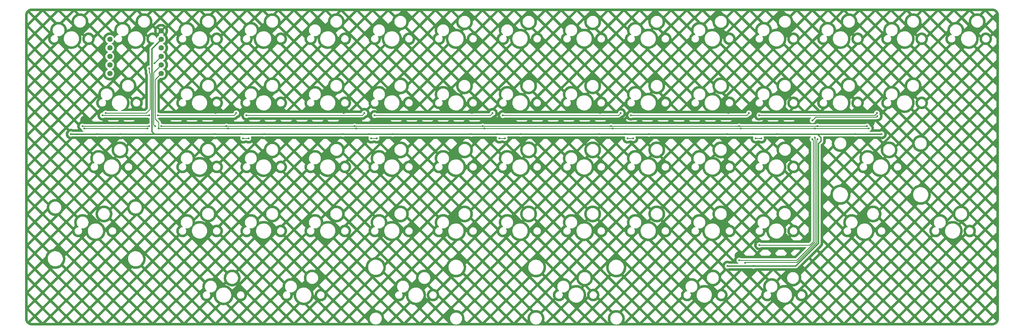
<source format=gbr>
%TF.GenerationSoftware,KiCad,Pcbnew,(7.0.0)*%
%TF.CreationDate,2023-03-29T14:48:56+09:00*%
%TF.ProjectId,HEP,4845502e-6b69-4636-9164-5f7063625858,rev?*%
%TF.SameCoordinates,Original*%
%TF.FileFunction,Copper,L1,Top*%
%TF.FilePolarity,Positive*%
%FSLAX46Y46*%
G04 Gerber Fmt 4.6, Leading zero omitted, Abs format (unit mm)*
G04 Created by KiCad (PCBNEW (7.0.0)) date 2023-03-29 14:48:56*
%MOMM*%
%LPD*%
G01*
G04 APERTURE LIST*
%TA.AperFunction,ComponentPad*%
%ADD10C,1.600000*%
%TD*%
%TA.AperFunction,ViaPad*%
%ADD11C,0.600000*%
%TD*%
%TA.AperFunction,Conductor*%
%ADD12C,0.254000*%
%TD*%
%TA.AperFunction,Conductor*%
%ADD13C,0.381000*%
%TD*%
G04 APERTURE END LIST*
D10*
%TO.P,U9,3,PA10_A2_D2*%
%TO.N,unconnected-(U9-PA10_A2_D2-Pad3)*%
X75723750Y-35878750D03*
%TO.P,U9,4,PA11_A3_D3*%
%TO.N,unconnected-(U9-PA11_A3_D3-Pad4)*%
X75723750Y-38418750D03*
%TO.P,U9,5,PA8_A4_D4_SDA*%
%TO.N,unconnected-(U9-PA8_A4_D4_SDA-Pad5)*%
X75723750Y-40958750D03*
%TO.P,U9,6,PA9_A5_D5_SCL*%
%TO.N,unconnected-(U9-PA9_A5_D5_SCL-Pad6)*%
X75723750Y-43498750D03*
%TO.P,U9,7,PB08_A6_D6_TX*%
%TO.N,unconnected-(U9-PB08_A6_D6_TX-Pad7)*%
X75723750Y-46038750D03*
%TO.P,U9,8,PB09_A7_D7_RX*%
%TO.N,LD*%
X90963750Y-46038750D03*
%TO.P,U9,9,PA7_A8_D8_SCK*%
%TO.N,CLK*%
X90963750Y-43498750D03*
%TO.P,U9,10,PA5_A9_D9_MISO*%
%TO.N,DATA*%
X90963750Y-40958750D03*
%TO.P,U9,11,PA6_A10_D10_MOSI*%
%TO.N,unconnected-(U9-PA6_A10_D10_MOSI-Pad11)*%
X90963750Y-38418750D03*
%TO.P,U9,12,3V3*%
%TO.N,VDD*%
X90963750Y-35878750D03*
%TO.P,U9,13,GND*%
%TO.N,GND*%
X90963750Y-33338750D03*
%TD*%
D11*
%TO.N,DATA*%
X74458750Y-57827750D03*
X88958750Y-42963750D03*
X87434750Y-44487750D03*
%TO.N,GND*%
X262858250Y-100294750D03*
%TO.N,Net-(U1-DS)*%
X89974750Y-58477750D03*
%TO.N,CLK*%
X90990750Y-61727750D03*
X89212750Y-61727750D03*
%TO.N,LD*%
X90228750Y-62377750D03*
X86926750Y-62377750D03*
%TO.N,CLK*%
X87434750Y-61727750D03*
%TO.N,Net-(U1-DS)*%
X87434750Y-58477750D03*
%TO.N,LD*%
X285300750Y-62377750D03*
X285300750Y-65081750D03*
%TO.N,Net-(U7-DS)*%
X284538750Y-65589750D03*
%TO.N,CLK*%
X286062750Y-65589750D03*
%TO.N,Net-(U7-DS)*%
X268790750Y-97044750D03*
X284538750Y-60001750D03*
X303842750Y-58731750D03*
%TO.N,CLK*%
X286062750Y-61727750D03*
X264568000Y-102356750D03*
%TO.N,LD*%
X262790000Y-101594750D03*
%TO.N,Net-(U6-DS)*%
X303715750Y-57827750D03*
%TO.N,Net-(U1-DS)*%
X73559750Y-58477750D03*
%TO.N,VDD*%
X259313750Y-103267750D03*
X267059250Y-103267750D03*
%TO.N,GND*%
X68362750Y-59949750D03*
%TO.N,CLK*%
X67590750Y-61727750D03*
%TO.N,LD*%
X68098750Y-62377750D03*
%TO.N,VDD*%
X78905250Y-64050750D03*
X64173250Y-64050750D03*
X71918750Y-64050750D03*
%TO.N,GND*%
X301673750Y-60367750D03*
%TO.N,LD*%
X301292750Y-62377750D03*
%TO.N,CLK*%
X300784750Y-61727750D03*
%TO.N,VDD*%
X297367250Y-64050750D03*
X305112750Y-64050750D03*
%TO.N,Net-(U5-DS)*%
X265684250Y-57827750D03*
%TO.N,LD*%
X263261250Y-62377750D03*
%TO.N,Net-(RN12-R4.1)*%
X267717750Y-65320750D03*
X269368750Y-65320750D03*
%TO.N,Net-(U6-DS)*%
X268722250Y-58477750D03*
%TO.N,VDD*%
X259335750Y-64050750D03*
%TO.N,CLK*%
X262753250Y-61727750D03*
%TO.N,GND*%
X259578250Y-57827750D03*
%TO.N,VDD*%
X267081250Y-64050750D03*
X274067750Y-64050750D03*
%TO.N,GND*%
X263642250Y-60367750D03*
%TO.N,Net-(U4-DS)*%
X227584250Y-57827750D03*
%TO.N,LD*%
X225161250Y-62377750D03*
%TO.N,Net-(RN10-R4.1)*%
X229617750Y-65320750D03*
X231268750Y-65320750D03*
%TO.N,Net-(U5-DS)*%
X230622250Y-58477750D03*
%TO.N,VDD*%
X221235750Y-64050750D03*
%TO.N,CLK*%
X224653250Y-61727750D03*
%TO.N,GND*%
X221478250Y-57827750D03*
%TO.N,VDD*%
X228981250Y-64050750D03*
X235967750Y-64050750D03*
%TO.N,GND*%
X225542250Y-60367750D03*
%TO.N,Net-(U3-DS)*%
X189484250Y-57827750D03*
%TO.N,LD*%
X187061250Y-62377750D03*
%TO.N,Net-(RN8-R4.1)*%
X191517750Y-65320750D03*
X193168750Y-65320750D03*
%TO.N,Net-(U4-DS)*%
X192522250Y-58477750D03*
%TO.N,VDD*%
X183135750Y-64050750D03*
%TO.N,CLK*%
X186553250Y-61727750D03*
%TO.N,GND*%
X183378250Y-57827750D03*
%TO.N,VDD*%
X190881250Y-64050750D03*
X197867750Y-64050750D03*
%TO.N,GND*%
X187442250Y-60367750D03*
%TO.N,Net-(U2-DS)*%
X151384250Y-57827750D03*
%TO.N,LD*%
X148961250Y-62377750D03*
%TO.N,Net-(RN6-R4.1)*%
X153417750Y-65320750D03*
X155068750Y-65320750D03*
%TO.N,Net-(U3-DS)*%
X154422250Y-58477750D03*
%TO.N,VDD*%
X145035750Y-64050750D03*
%TO.N,CLK*%
X148453250Y-61727750D03*
%TO.N,GND*%
X145278250Y-57827750D03*
%TO.N,VDD*%
X152781250Y-64050750D03*
X159767750Y-64050750D03*
%TO.N,GND*%
X149342250Y-60367750D03*
%TO.N,Net-(U1-DS)*%
X113284250Y-57827750D03*
%TO.N,LD*%
X110861250Y-62377750D03*
%TO.N,Net-(RN4-R4.1)*%
X115317750Y-65320750D03*
X116968750Y-65320750D03*
%TO.N,Net-(U2-DS)*%
X116322250Y-58477750D03*
%TO.N,VDD*%
X106935750Y-64050750D03*
%TO.N,CLK*%
X110353250Y-61727750D03*
%TO.N,GND*%
X107178250Y-57827750D03*
%TO.N,VDD*%
X114681250Y-64050750D03*
X121667750Y-64050750D03*
%TO.N,GND*%
X111242250Y-60367750D03*
%TD*%
D12*
%TO.N,DATA*%
X87434750Y-45757750D02*
X87434750Y-44487750D01*
X86540750Y-57827750D02*
X87679250Y-56689250D01*
X74458750Y-57827750D02*
X86540750Y-57827750D01*
X87679250Y-56689250D02*
X87679250Y-46002250D01*
X87679250Y-46002250D02*
X87434750Y-45757750D01*
X90963750Y-40958750D02*
X88958750Y-42963750D01*
D13*
%TO.N,VDD*%
X287078750Y-65081750D02*
X286062750Y-64065750D01*
X287078750Y-66097750D02*
X287078750Y-65081750D01*
X286326250Y-96511210D02*
X286326250Y-66850250D01*
X286326250Y-66850250D02*
X287078750Y-66097750D01*
X279569710Y-103267750D02*
X286326250Y-96511210D01*
X286062750Y-64065750D02*
X286062750Y-64050750D01*
X267059250Y-103267750D02*
X279569710Y-103267750D01*
X297367250Y-64050750D02*
X286062750Y-64050750D01*
X274067750Y-64050750D02*
X286062750Y-64050750D01*
D12*
%TO.N,Net-(U1-DS)*%
X112634250Y-58477750D02*
X113284250Y-57827750D01*
X89974750Y-58477750D02*
X112634250Y-58477750D01*
%TO.N,CLK*%
X90990750Y-61727750D02*
X110353250Y-61727750D01*
X88714250Y-61229250D02*
X89212750Y-61727750D01*
X88714250Y-60345750D02*
X88714250Y-61229250D01*
%TO.N,LD*%
X90228750Y-62377750D02*
X110861250Y-62377750D01*
X90228750Y-60599750D02*
X90228750Y-62377750D01*
X89212750Y-59583750D02*
X90228750Y-60599750D01*
X89212750Y-48661750D02*
X89212750Y-59583750D01*
X89212750Y-47789750D02*
X89212750Y-48661750D01*
X90963750Y-46038750D02*
X89212750Y-47789750D01*
%TO.N,CLK*%
X88714250Y-60336250D02*
X88714250Y-60345750D01*
X88714250Y-47128250D02*
X88714250Y-60336250D01*
X88714250Y-45748250D02*
X88714250Y-47128250D01*
X90963750Y-43498750D02*
X88714250Y-45748250D01*
%TO.N,Net-(U1-DS)*%
X73559750Y-58477750D02*
X87434750Y-58477750D01*
%TO.N,CLK*%
X67590750Y-61727750D02*
X87434750Y-61727750D01*
%TO.N,LD*%
X68098750Y-62377750D02*
X86926750Y-62377750D01*
D13*
%TO.N,VDD*%
X88196750Y-38645750D02*
X88196750Y-63288750D01*
X90963750Y-35878750D02*
X88196750Y-38645750D01*
X88958750Y-64050750D02*
X106935750Y-64050750D01*
X78905250Y-64050750D02*
X88958750Y-64050750D01*
X88196750Y-63288750D02*
X88958750Y-64050750D01*
D12*
%TO.N,LD*%
X263261250Y-62377750D02*
X285300750Y-62377750D01*
X285300750Y-62377750D02*
X301292750Y-62377750D01*
X285300750Y-65589750D02*
X285300750Y-65081750D01*
%TO.N,Net-(U7-DS)*%
X283776750Y-97044750D02*
X268790750Y-97044750D01*
X284792750Y-96028750D02*
X283776750Y-97044750D01*
X284792750Y-65843750D02*
X284792750Y-96028750D01*
X284538750Y-65589750D02*
X284792750Y-65843750D01*
%TO.N,CLK*%
X285808750Y-96296854D02*
X279980854Y-102124750D01*
X285808750Y-65843750D02*
X285808750Y-96296854D01*
X264800000Y-102124750D02*
X264568000Y-102356750D01*
X286062750Y-65589750D02*
X285808750Y-65843750D01*
X279980854Y-102124750D02*
X264800000Y-102124750D01*
%TO.N,LD*%
X285300750Y-65589750D02*
X285300750Y-96162802D01*
D13*
%TO.N,VDD*%
X235967750Y-64050750D02*
X259335750Y-64050750D01*
X197867750Y-64050750D02*
X221235750Y-64050750D01*
X159767750Y-64050750D02*
X183135750Y-64050750D01*
X121667750Y-64050750D02*
X145035750Y-64050750D01*
D12*
%TO.N,LD*%
X285300750Y-96162802D02*
X279868802Y-101594750D01*
X279868802Y-101594750D02*
X262790000Y-101594750D01*
%TO.N,Net-(U7-DS)*%
X285554750Y-58985750D02*
X284538750Y-60001750D01*
X285640000Y-58985750D02*
X285554750Y-58985750D01*
X303588750Y-58985750D02*
X285640000Y-58985750D01*
X303842750Y-58731750D02*
X303588750Y-58985750D01*
%TO.N,CLK*%
X262753250Y-61727750D02*
X286062750Y-61727750D01*
X286062750Y-61727750D02*
X300784750Y-61727750D01*
%TO.N,Net-(U6-DS)*%
X303065750Y-58477750D02*
X303715750Y-57827750D01*
X268722250Y-58477750D02*
X303065750Y-58477750D01*
%TO.N,Net-(U5-DS)*%
X230622250Y-58477750D02*
X265034250Y-58477750D01*
X265034250Y-58477750D02*
X265684250Y-57827750D01*
%TO.N,Net-(U4-DS)*%
X226934250Y-58477750D02*
X227584250Y-57827750D01*
X192522250Y-58477750D02*
X226934250Y-58477750D01*
%TO.N,Net-(U3-DS)*%
X188834250Y-58477750D02*
X189484250Y-57827750D01*
X154422250Y-58477750D02*
X188834250Y-58477750D01*
%TO.N,Net-(U2-DS)*%
X116345250Y-58454750D02*
X150757250Y-58454750D01*
X116322250Y-58477750D02*
X116345250Y-58454750D01*
X150757250Y-58454750D02*
X151384250Y-57827750D01*
%TO.N,LD*%
X225161250Y-62377750D02*
X263261250Y-62377750D01*
X187061250Y-62377750D02*
X225161250Y-62377750D01*
X148961250Y-62377750D02*
X187061250Y-62377750D01*
X110861250Y-62377750D02*
X148961250Y-62377750D01*
%TO.N,CLK*%
X224653250Y-61727750D02*
X262753250Y-61727750D01*
X186553250Y-61727750D02*
X224653250Y-61727750D01*
X148453250Y-61727750D02*
X186553250Y-61727750D01*
X110353250Y-61727750D02*
X148453250Y-61727750D01*
D13*
%TO.N,VDD*%
X259313750Y-103267750D02*
X267059250Y-103267750D01*
X64173250Y-64050750D02*
X71918750Y-64050750D01*
X71918750Y-64050750D02*
X78905250Y-64050750D01*
X297367250Y-64050750D02*
X305112750Y-64050750D01*
D12*
%TO.N,Net-(RN12-R4.1)*%
X269368750Y-65320750D02*
X267717750Y-65320750D01*
D13*
%TO.N,VDD*%
X259335750Y-64050750D02*
X267081250Y-64050750D01*
X267081250Y-64050750D02*
X274067750Y-64050750D01*
D12*
%TO.N,Net-(RN10-R4.1)*%
X231268750Y-65320750D02*
X229617750Y-65320750D01*
D13*
%TO.N,VDD*%
X221235750Y-64050750D02*
X228981250Y-64050750D01*
X228981250Y-64050750D02*
X235967750Y-64050750D01*
D12*
%TO.N,Net-(RN8-R4.1)*%
X193168750Y-65320750D02*
X191517750Y-65320750D01*
D13*
%TO.N,VDD*%
X183135750Y-64050750D02*
X190881250Y-64050750D01*
X190881250Y-64050750D02*
X197867750Y-64050750D01*
D12*
%TO.N,Net-(RN6-R4.1)*%
X155068750Y-65320750D02*
X153417750Y-65320750D01*
D13*
%TO.N,VDD*%
X145035750Y-64050750D02*
X152781250Y-64050750D01*
X152781250Y-64050750D02*
X159767750Y-64050750D01*
D12*
%TO.N,Net-(RN4-R4.1)*%
X116968750Y-65320750D02*
X115317750Y-65320750D01*
D13*
%TO.N,VDD*%
X106935750Y-64050750D02*
X114681250Y-64050750D01*
X114681250Y-64050750D02*
X121667750Y-64050750D01*
%TD*%
%TA.AperFunction,Conductor*%
%TO.N,GND*%
G36*
X338022857Y-26694519D02*
G01*
X338027994Y-26694855D01*
X338102124Y-26699708D01*
X338280264Y-26712441D01*
X338295837Y-26714538D01*
X338406680Y-26736580D01*
X338408714Y-26737003D01*
X338548970Y-26767508D01*
X338562682Y-26771313D01*
X338676047Y-26809790D01*
X338679469Y-26811008D01*
X338807628Y-26858805D01*
X338819291Y-26863840D01*
X338929034Y-26917955D01*
X338933651Y-26920352D01*
X339051369Y-26984628D01*
X339060966Y-26990440D01*
X339163712Y-27059089D01*
X339169203Y-27062975D01*
X339275641Y-27142653D01*
X339283208Y-27148788D01*
X339376491Y-27230593D01*
X339382510Y-27236231D01*
X339476267Y-27329988D01*
X339481905Y-27336007D01*
X339563710Y-27429290D01*
X339569845Y-27436857D01*
X339649523Y-27543295D01*
X339653421Y-27548804D01*
X339722053Y-27651523D01*
X339727876Y-27661140D01*
X339792140Y-27778837D01*
X339794559Y-27783495D01*
X339848649Y-27893187D01*
X339853698Y-27904883D01*
X339901470Y-28032975D01*
X339902728Y-28036508D01*
X339941184Y-28149814D01*
X339944990Y-28163531D01*
X339975475Y-28303689D01*
X339975934Y-28305894D01*
X339997959Y-28416655D01*
X340000058Y-28432246D01*
X340012761Y-28609965D01*
X340012813Y-28610715D01*
X340017981Y-28689641D01*
X340018250Y-28697874D01*
X340018250Y-118939631D01*
X340017980Y-118947870D01*
X340012818Y-119026641D01*
X340012767Y-119027390D01*
X340000047Y-119205248D01*
X339997947Y-119220840D01*
X339975924Y-119331562D01*
X339975466Y-119333765D01*
X339944969Y-119473960D01*
X339941162Y-119487677D01*
X339902698Y-119600992D01*
X339901440Y-119604524D01*
X339853673Y-119732594D01*
X339848623Y-119744290D01*
X339794525Y-119853992D01*
X339792107Y-119858649D01*
X339727845Y-119976337D01*
X339722022Y-119985954D01*
X339653381Y-120088682D01*
X339649484Y-120094189D01*
X339569816Y-120200613D01*
X339563680Y-120208181D01*
X339481884Y-120301453D01*
X339476247Y-120307471D01*
X339382471Y-120401247D01*
X339376453Y-120406884D01*
X339283181Y-120488680D01*
X339275613Y-120494816D01*
X339169189Y-120574484D01*
X339163682Y-120578381D01*
X339060954Y-120647022D01*
X339051337Y-120652845D01*
X338933649Y-120717107D01*
X338928992Y-120719525D01*
X338819290Y-120773623D01*
X338807594Y-120778673D01*
X338679524Y-120826440D01*
X338675992Y-120827698D01*
X338562677Y-120866162D01*
X338548960Y-120869969D01*
X338408765Y-120900466D01*
X338406562Y-120900924D01*
X338295840Y-120922947D01*
X338280248Y-120925047D01*
X338102390Y-120937767D01*
X338101641Y-120937818D01*
X338022870Y-120942980D01*
X338014631Y-120943250D01*
X52510374Y-120943250D01*
X52502141Y-120942981D01*
X52423215Y-120937813D01*
X52422465Y-120937761D01*
X52244746Y-120925058D01*
X52229155Y-120922959D01*
X52118394Y-120900934D01*
X52116189Y-120900475D01*
X51976031Y-120869990D01*
X51962314Y-120866184D01*
X51849008Y-120827728D01*
X51845475Y-120826470D01*
X51717383Y-120778698D01*
X51705687Y-120773649D01*
X51705634Y-120773623D01*
X51595995Y-120719559D01*
X51591337Y-120717140D01*
X51473640Y-120652876D01*
X51464023Y-120647053D01*
X51361304Y-120578421D01*
X51355795Y-120574523D01*
X51249357Y-120494845D01*
X51241790Y-120488710D01*
X51148507Y-120406905D01*
X51142488Y-120401267D01*
X51048731Y-120307510D01*
X51043093Y-120301491D01*
X50961288Y-120208208D01*
X50955153Y-120200641D01*
X50875475Y-120094203D01*
X50871589Y-120088712D01*
X50871390Y-120088414D01*
X52041424Y-120088414D01*
X52102202Y-120111081D01*
X52172609Y-120134977D01*
X52272131Y-120156624D01*
X52338494Y-120169820D01*
X52474691Y-120179555D01*
X52531107Y-120183250D01*
X54875783Y-120183250D01*
X56616322Y-120183250D01*
X59545517Y-120183250D01*
X61286055Y-120183250D01*
X64215250Y-120183250D01*
X65955789Y-120183250D01*
X68884983Y-120183250D01*
X70625522Y-120183250D01*
X73554716Y-120183250D01*
X75295255Y-120183250D01*
X78224449Y-120183250D01*
X79964988Y-120183250D01*
X82894183Y-120183250D01*
X84634721Y-120183250D01*
X87563916Y-120183250D01*
X89304455Y-120183250D01*
X92233649Y-120183250D01*
X93974188Y-120183250D01*
X96903382Y-120183250D01*
X98643921Y-120183250D01*
X101573115Y-120183250D01*
X103313654Y-120183250D01*
X106242849Y-120183250D01*
X107983387Y-120183250D01*
X110912582Y-120183250D01*
X112653120Y-120183250D01*
X115582315Y-120183250D01*
X117322854Y-120183250D01*
X120252048Y-120183250D01*
X121992587Y-120183250D01*
X124921781Y-120183250D01*
X126662320Y-120183250D01*
X129591514Y-120183250D01*
X131332053Y-120183250D01*
X134261248Y-120183250D01*
X136001786Y-120183250D01*
X138930981Y-120183250D01*
X140671520Y-120183250D01*
X143600714Y-120183250D01*
X145341253Y-120183250D01*
X148270447Y-120183250D01*
X150010986Y-120183250D01*
X152556338Y-120183250D01*
X152555263Y-120181466D01*
X152545847Y-120165157D01*
X152543567Y-120161032D01*
X152525816Y-120127445D01*
X152523693Y-120123239D01*
X152408297Y-119883617D01*
X152406332Y-119879335D01*
X152391140Y-119844515D01*
X152389337Y-119840161D01*
X152382457Y-119822631D01*
X152380818Y-119818214D01*
X152368271Y-119782358D01*
X152366798Y-119777881D01*
X152291855Y-119534925D01*
X151793660Y-119036730D01*
X152975000Y-119036730D01*
X152975701Y-119041384D01*
X152975702Y-119041391D01*
X153013937Y-119295065D01*
X153014639Y-119299721D01*
X153016025Y-119304217D01*
X153016027Y-119304222D01*
X153091533Y-119549005D01*
X153093033Y-119553866D01*
X153095078Y-119558112D01*
X153095079Y-119558115D01*
X153140453Y-119652334D01*
X153208429Y-119793488D01*
X153211083Y-119797381D01*
X153211085Y-119797384D01*
X153267023Y-119879430D01*
X153358250Y-120013235D01*
X153361450Y-120016684D01*
X153361455Y-120016690D01*
X153464221Y-120127445D01*
X153539149Y-120208198D01*
X153747085Y-120374022D01*
X153977414Y-120507002D01*
X153981803Y-120508724D01*
X153981806Y-120508726D01*
X154065956Y-120541752D01*
X154224990Y-120604169D01*
X154484283Y-120663351D01*
X154683099Y-120678250D01*
X154813548Y-120678250D01*
X154815901Y-120678250D01*
X155014717Y-120663351D01*
X155274010Y-120604169D01*
X155521586Y-120507002D01*
X155751915Y-120374022D01*
X155959851Y-120208198D01*
X155982999Y-120183250D01*
X159350452Y-120183250D01*
X162279647Y-120183250D01*
X164020185Y-120183250D01*
X166949380Y-120183250D01*
X168689919Y-120183250D01*
X171619113Y-120183250D01*
X173359652Y-120183250D01*
X176288846Y-120183250D01*
X175142326Y-119036730D01*
X176851000Y-119036730D01*
X176851701Y-119041384D01*
X176851702Y-119041391D01*
X176889937Y-119295065D01*
X176890639Y-119299721D01*
X176892025Y-119304217D01*
X176892027Y-119304222D01*
X176967533Y-119549005D01*
X176969033Y-119553866D01*
X176971078Y-119558112D01*
X176971079Y-119558115D01*
X177016453Y-119652334D01*
X177084429Y-119793488D01*
X177087083Y-119797381D01*
X177087085Y-119797384D01*
X177143023Y-119879430D01*
X177234250Y-120013235D01*
X177237450Y-120016684D01*
X177237455Y-120016690D01*
X177340221Y-120127445D01*
X177415149Y-120208198D01*
X177623085Y-120374022D01*
X177853414Y-120507002D01*
X177857803Y-120508724D01*
X177857806Y-120508726D01*
X177941956Y-120541752D01*
X178100990Y-120604169D01*
X178360283Y-120663351D01*
X178559099Y-120678250D01*
X178689548Y-120678250D01*
X178691901Y-120678250D01*
X178890717Y-120663351D01*
X179150010Y-120604169D01*
X179397586Y-120507002D01*
X179627915Y-120374022D01*
X179835851Y-120208198D01*
X179858999Y-120183250D01*
X182699118Y-120183250D01*
X185628313Y-120183250D01*
X187368851Y-120183250D01*
X190298046Y-120183250D01*
X192038585Y-120183250D01*
X194967779Y-120183250D01*
X196708318Y-120183250D01*
X199637512Y-120183250D01*
X198272203Y-118817941D01*
X198220953Y-118783697D01*
X198172915Y-118774141D01*
X198124876Y-118783697D01*
X198073626Y-118817941D01*
X196708318Y-120183250D01*
X194967779Y-120183250D01*
X193602470Y-118817941D01*
X193551220Y-118783697D01*
X193503182Y-118774141D01*
X193455143Y-118783697D01*
X193403893Y-118817941D01*
X192038585Y-120183250D01*
X190298046Y-120183250D01*
X188932737Y-118817941D01*
X188881487Y-118783697D01*
X188833449Y-118774141D01*
X188785410Y-118783697D01*
X188734159Y-118817941D01*
X187368851Y-120183250D01*
X185628313Y-120183250D01*
X184263004Y-118817941D01*
X184211753Y-118783697D01*
X184163715Y-118774141D01*
X184115676Y-118783697D01*
X184064426Y-118817941D01*
X182699118Y-120183250D01*
X179858999Y-120183250D01*
X180016750Y-120013235D01*
X180166571Y-119793488D01*
X180281967Y-119553866D01*
X180360361Y-119299721D01*
X180400000Y-119036730D01*
X180400000Y-118770770D01*
X180360361Y-118507779D01*
X180281967Y-118253634D01*
X180166571Y-118014012D01*
X180016750Y-117794265D01*
X180013548Y-117790814D01*
X180013544Y-117790809D01*
X179839051Y-117602751D01*
X179835851Y-117599302D01*
X179693942Y-117486133D01*
X180726500Y-117486133D01*
X180794512Y-117585889D01*
X180797093Y-117589831D01*
X180817305Y-117621998D01*
X180819737Y-117626034D01*
X180829153Y-117642343D01*
X180831433Y-117646468D01*
X180849184Y-117680055D01*
X180851307Y-117684261D01*
X180966703Y-117923883D01*
X180968668Y-117928165D01*
X180983860Y-117962985D01*
X180985663Y-117967339D01*
X180992543Y-117984869D01*
X180994182Y-117989286D01*
X181006729Y-118025142D01*
X181008202Y-118029619D01*
X181086596Y-118283764D01*
X181087900Y-118288291D01*
X181097730Y-118324976D01*
X181098864Y-118329548D01*
X181103055Y-118347908D01*
X181104018Y-118352523D01*
X181111083Y-118389862D01*
X181111873Y-118394508D01*
X181151512Y-118657499D01*
X181152127Y-118662171D01*
X181156381Y-118699929D01*
X181156821Y-118704622D01*
X181158228Y-118723401D01*
X181158492Y-118728104D01*
X181159912Y-118766059D01*
X181160000Y-118770770D01*
X181160000Y-119036730D01*
X181159912Y-119041441D01*
X181158492Y-119079396D01*
X181158228Y-119084099D01*
X181156821Y-119102878D01*
X181156381Y-119107571D01*
X181152127Y-119145329D01*
X181151512Y-119150002D01*
X181131683Y-119281553D01*
X181729560Y-119879430D01*
X181780810Y-119913674D01*
X181828849Y-119923229D01*
X181876887Y-119913674D01*
X181928137Y-119879430D01*
X183527026Y-118280541D01*
X183561270Y-118229290D01*
X183570826Y-118181252D01*
X184756604Y-118181252D01*
X184766159Y-118229290D01*
X184800403Y-118280540D01*
X186399293Y-119879430D01*
X186450543Y-119913674D01*
X186498582Y-119923229D01*
X186546620Y-119913674D01*
X186597870Y-119879430D01*
X188196759Y-118280541D01*
X188231003Y-118229290D01*
X188240559Y-118181252D01*
X189426337Y-118181252D01*
X189435893Y-118229290D01*
X189470137Y-118280541D01*
X191069026Y-119879430D01*
X191120276Y-119913674D01*
X191168315Y-119923229D01*
X191216353Y-119913674D01*
X191267603Y-119879430D01*
X192866493Y-118280540D01*
X192900737Y-118229290D01*
X192910292Y-118181252D01*
X194096070Y-118181252D01*
X194105626Y-118229290D01*
X194139870Y-118280541D01*
X195738759Y-119879430D01*
X195790009Y-119913674D01*
X195838048Y-119923229D01*
X195886086Y-119913674D01*
X195937336Y-119879430D01*
X197536226Y-118280541D01*
X197570470Y-118229290D01*
X197580025Y-118181252D01*
X198765804Y-118181252D01*
X198775359Y-118229290D01*
X198809603Y-118280541D01*
X199878556Y-119349494D01*
X199848488Y-119150001D01*
X199847873Y-119145329D01*
X199843619Y-119107571D01*
X199843179Y-119102878D01*
X199841772Y-119084099D01*
X199841508Y-119079396D01*
X199840088Y-119041441D01*
X199840000Y-119036730D01*
X200600000Y-119036730D01*
X200600701Y-119041384D01*
X200600702Y-119041391D01*
X200638937Y-119295065D01*
X200639639Y-119299721D01*
X200641025Y-119304217D01*
X200641027Y-119304222D01*
X200716533Y-119549005D01*
X200718033Y-119553866D01*
X200720078Y-119558112D01*
X200720079Y-119558115D01*
X200765453Y-119652334D01*
X200833429Y-119793488D01*
X200836083Y-119797381D01*
X200836085Y-119797384D01*
X200892023Y-119879430D01*
X200983250Y-120013235D01*
X200986450Y-120016684D01*
X200986455Y-120016690D01*
X201089221Y-120127445D01*
X201164149Y-120208198D01*
X201372085Y-120374022D01*
X201602414Y-120507002D01*
X201606803Y-120508724D01*
X201606806Y-120508726D01*
X201690956Y-120541752D01*
X201849990Y-120604169D01*
X202109283Y-120663351D01*
X202308099Y-120678250D01*
X202438548Y-120678250D01*
X202440901Y-120678250D01*
X202639717Y-120663351D01*
X202899010Y-120604169D01*
X203146586Y-120507002D01*
X203376915Y-120374022D01*
X203584851Y-120208198D01*
X203607999Y-120183250D01*
X206047784Y-120183250D01*
X208976979Y-120183250D01*
X210717517Y-120183250D01*
X213646712Y-120183250D01*
X215387250Y-120183250D01*
X218316445Y-120183250D01*
X220056984Y-120183250D01*
X222986178Y-120183250D01*
X221620869Y-118817941D01*
X221569619Y-118783697D01*
X221521581Y-118774141D01*
X221473542Y-118783697D01*
X221422292Y-118817941D01*
X220056984Y-120183250D01*
X218316445Y-120183250D01*
X216951136Y-118817941D01*
X216899886Y-118783697D01*
X216851848Y-118774141D01*
X216803809Y-118783697D01*
X216752559Y-118817941D01*
X215387250Y-120183250D01*
X213646712Y-120183250D01*
X212281403Y-118817941D01*
X212230153Y-118783697D01*
X212182114Y-118774141D01*
X212134075Y-118783697D01*
X212082825Y-118817941D01*
X210717517Y-120183250D01*
X208976979Y-120183250D01*
X207611669Y-118817941D01*
X207560419Y-118783697D01*
X207512381Y-118774141D01*
X207464342Y-118783697D01*
X207413092Y-118817941D01*
X206047784Y-120183250D01*
X203607999Y-120183250D01*
X203765750Y-120013235D01*
X203915571Y-119793488D01*
X204030967Y-119553866D01*
X204109361Y-119299721D01*
X204149000Y-119036730D01*
X204149000Y-118770770D01*
X204109361Y-118507779D01*
X204030967Y-118253634D01*
X203915571Y-118014012D01*
X203765750Y-117794265D01*
X203762548Y-117790814D01*
X203762544Y-117790809D01*
X203588051Y-117602751D01*
X203584851Y-117599302D01*
X203376915Y-117433478D01*
X203372839Y-117431124D01*
X203372835Y-117431122D01*
X203150673Y-117302857D01*
X203150666Y-117302853D01*
X203146586Y-117300498D01*
X203142202Y-117298777D01*
X203142193Y-117298773D01*
X203036147Y-117257153D01*
X204304146Y-117257153D01*
X204322871Y-117277333D01*
X204326013Y-117280850D01*
X204350806Y-117309662D01*
X204353813Y-117313291D01*
X204365554Y-117328015D01*
X204368421Y-117331752D01*
X204390966Y-117362301D01*
X204393691Y-117366142D01*
X204543512Y-117585889D01*
X204546093Y-117589831D01*
X204566305Y-117621998D01*
X204568737Y-117626034D01*
X204578153Y-117642343D01*
X204580433Y-117646468D01*
X204598184Y-117680055D01*
X204600307Y-117684261D01*
X204715703Y-117923883D01*
X204717668Y-117928165D01*
X204732860Y-117962985D01*
X204734663Y-117967339D01*
X204741543Y-117984869D01*
X204743182Y-117989286D01*
X204755729Y-118025142D01*
X204757202Y-118029619D01*
X204835596Y-118283764D01*
X204836900Y-118288291D01*
X204846730Y-118324976D01*
X204847864Y-118329548D01*
X204852055Y-118347908D01*
X204853018Y-118352523D01*
X204860083Y-118389862D01*
X204860873Y-118394508D01*
X204900512Y-118657499D01*
X204901127Y-118662171D01*
X204905381Y-118699929D01*
X204905821Y-118704622D01*
X204907228Y-118723401D01*
X204907492Y-118728104D01*
X204908912Y-118766059D01*
X204909000Y-118770770D01*
X204909000Y-119036730D01*
X204908912Y-119041441D01*
X204907492Y-119079396D01*
X204907228Y-119084099D01*
X204905821Y-119102878D01*
X204905381Y-119107571D01*
X204901127Y-119145329D01*
X204900512Y-119150001D01*
X204860873Y-119412992D01*
X204860083Y-119417638D01*
X204853018Y-119454977D01*
X204852055Y-119459592D01*
X204847864Y-119477952D01*
X204846730Y-119482524D01*
X204836900Y-119519209D01*
X204835596Y-119523737D01*
X204808941Y-119610145D01*
X205078226Y-119879430D01*
X205129476Y-119913674D01*
X205177515Y-119923229D01*
X205225553Y-119913674D01*
X205276803Y-119879430D01*
X206875692Y-118280541D01*
X206909936Y-118229290D01*
X206919492Y-118181252D01*
X208105270Y-118181252D01*
X208114825Y-118229290D01*
X208149069Y-118280540D01*
X209747959Y-119879430D01*
X209799209Y-119913674D01*
X209847248Y-119923229D01*
X209895286Y-119913674D01*
X209946536Y-119879430D01*
X211545425Y-118280541D01*
X211579669Y-118229290D01*
X211589225Y-118181252D01*
X212775003Y-118181252D01*
X212784559Y-118229290D01*
X212818803Y-118280541D01*
X214417692Y-119879430D01*
X214468942Y-119913674D01*
X214516981Y-119923229D01*
X214565019Y-119913674D01*
X214616269Y-119879430D01*
X216215159Y-118280540D01*
X216249403Y-118229290D01*
X216258958Y-118181252D01*
X217444736Y-118181252D01*
X217454292Y-118229290D01*
X217488536Y-118280541D01*
X219087425Y-119879430D01*
X219138675Y-119913674D01*
X219186714Y-119923229D01*
X219234752Y-119913674D01*
X219286002Y-119879430D01*
X220884892Y-118280540D01*
X220919136Y-118229290D01*
X220928691Y-118181252D01*
X222114470Y-118181252D01*
X222124025Y-118229290D01*
X222158269Y-118280541D01*
X223757158Y-119879430D01*
X223808408Y-119913674D01*
X223856447Y-119923229D01*
X223904485Y-119913674D01*
X223919076Y-119903925D01*
X223909297Y-119883617D01*
X223907332Y-119879335D01*
X223892140Y-119844515D01*
X223890337Y-119840161D01*
X223883457Y-119822631D01*
X223881818Y-119818214D01*
X223869271Y-119782358D01*
X223867798Y-119777881D01*
X223789404Y-119523736D01*
X223788100Y-119519209D01*
X223778270Y-119482524D01*
X223777136Y-119477952D01*
X223772945Y-119459592D01*
X223771982Y-119454977D01*
X223764917Y-119417638D01*
X223764127Y-119412992D01*
X223724488Y-119150001D01*
X223723873Y-119145329D01*
X223719619Y-119107571D01*
X223719179Y-119102878D01*
X223717772Y-119084099D01*
X223717508Y-119079396D01*
X223716088Y-119041441D01*
X223716000Y-119036730D01*
X224476000Y-119036730D01*
X224476701Y-119041384D01*
X224476702Y-119041391D01*
X224514937Y-119295065D01*
X224515639Y-119299721D01*
X224517025Y-119304217D01*
X224517027Y-119304222D01*
X224592533Y-119549005D01*
X224594033Y-119553866D01*
X224596078Y-119558112D01*
X224596079Y-119558115D01*
X224641453Y-119652334D01*
X224709429Y-119793488D01*
X224712083Y-119797381D01*
X224712085Y-119797384D01*
X224768023Y-119879430D01*
X224859250Y-120013235D01*
X224862450Y-120016684D01*
X224862455Y-120016690D01*
X224965221Y-120127445D01*
X225040149Y-120208198D01*
X225248085Y-120374022D01*
X225478414Y-120507002D01*
X225482803Y-120508724D01*
X225482806Y-120508726D01*
X225566956Y-120541752D01*
X225725990Y-120604169D01*
X225985283Y-120663351D01*
X226184099Y-120678250D01*
X226314548Y-120678250D01*
X226316901Y-120678250D01*
X226515717Y-120663351D01*
X226775010Y-120604169D01*
X227022586Y-120507002D01*
X227252915Y-120374022D01*
X227460851Y-120208198D01*
X227483999Y-120183250D01*
X229396450Y-120183250D01*
X232325644Y-120183250D01*
X234066183Y-120183250D01*
X236995378Y-120183250D01*
X238735916Y-120183250D01*
X241665111Y-120183250D01*
X243405650Y-120183250D01*
X246334844Y-120183250D01*
X248075383Y-120183250D01*
X251004577Y-120183250D01*
X252745116Y-120183250D01*
X255674310Y-120183250D01*
X257414849Y-120183250D01*
X260344044Y-120183250D01*
X262084582Y-120183250D01*
X265013777Y-120183250D01*
X266754315Y-120183250D01*
X269683510Y-120183250D01*
X271424049Y-120183250D01*
X274353243Y-120183250D01*
X276093782Y-120183250D01*
X279022976Y-120183250D01*
X280763515Y-120183250D01*
X283692709Y-120183250D01*
X285433248Y-120183250D01*
X288362443Y-120183250D01*
X290102981Y-120183250D01*
X293032176Y-120183250D01*
X294772715Y-120183250D01*
X297701909Y-120183250D01*
X299442448Y-120183250D01*
X302371642Y-120183250D01*
X304112181Y-120183250D01*
X307041375Y-120183250D01*
X308781914Y-120183250D01*
X311711109Y-120183250D01*
X313451647Y-120183250D01*
X316380842Y-120183250D01*
X318121380Y-120183250D01*
X321050575Y-120183250D01*
X322791114Y-120183250D01*
X325720308Y-120183250D01*
X327460847Y-120183250D01*
X330390041Y-120183250D01*
X332130580Y-120183250D01*
X335059774Y-120183250D01*
X336800313Y-120183250D01*
X337993879Y-120183250D01*
X338050024Y-120179570D01*
X338186476Y-120169811D01*
X338252732Y-120156632D01*
X338352361Y-120134960D01*
X338422773Y-120111059D01*
X338511934Y-120077804D01*
X338581006Y-120043742D01*
X338662261Y-119999374D01*
X338727334Y-119955893D01*
X338800517Y-119901109D01*
X338859764Y-119849152D01*
X338924152Y-119784764D01*
X338976109Y-119725517D01*
X339030893Y-119652334D01*
X339074374Y-119587261D01*
X339095263Y-119549005D01*
X338364199Y-118817941D01*
X338312948Y-118783697D01*
X338264910Y-118774141D01*
X338216871Y-118783697D01*
X338165621Y-118817941D01*
X336800313Y-120183250D01*
X335059774Y-120183250D01*
X333694465Y-118817941D01*
X333643215Y-118783697D01*
X333595177Y-118774141D01*
X333547138Y-118783697D01*
X333495888Y-118817941D01*
X332130580Y-120183250D01*
X330390041Y-120183250D01*
X329024732Y-118817941D01*
X328973482Y-118783697D01*
X328925444Y-118774141D01*
X328877405Y-118783697D01*
X328826155Y-118817941D01*
X327460847Y-120183250D01*
X325720308Y-120183250D01*
X324354999Y-118817941D01*
X324303749Y-118783697D01*
X324255711Y-118774141D01*
X324207672Y-118783697D01*
X324156422Y-118817941D01*
X322791114Y-120183250D01*
X321050575Y-120183250D01*
X319685266Y-118817941D01*
X319634016Y-118783697D01*
X319585978Y-118774141D01*
X319537939Y-118783697D01*
X319486689Y-118817941D01*
X318121380Y-120183250D01*
X316380842Y-120183250D01*
X315015533Y-118817941D01*
X314964283Y-118783697D01*
X314916244Y-118774141D01*
X314868205Y-118783697D01*
X314816955Y-118817941D01*
X313451647Y-120183250D01*
X311711109Y-120183250D01*
X310345799Y-118817941D01*
X310294549Y-118783697D01*
X310246511Y-118774141D01*
X310198472Y-118783697D01*
X310147222Y-118817941D01*
X308781914Y-120183250D01*
X307041375Y-120183250D01*
X305676066Y-118817941D01*
X305624816Y-118783697D01*
X305576778Y-118774141D01*
X305528739Y-118783697D01*
X305477489Y-118817941D01*
X304112181Y-120183250D01*
X302371642Y-120183250D01*
X301006333Y-118817941D01*
X300955083Y-118783697D01*
X300907045Y-118774141D01*
X300859006Y-118783697D01*
X300807756Y-118817941D01*
X299442448Y-120183250D01*
X297701909Y-120183250D01*
X296336600Y-118817941D01*
X296285350Y-118783697D01*
X296237312Y-118774141D01*
X296189273Y-118783697D01*
X296138023Y-118817941D01*
X294772715Y-120183250D01*
X293032176Y-120183250D01*
X291666867Y-118817941D01*
X291615617Y-118783697D01*
X291567579Y-118774141D01*
X291519540Y-118783697D01*
X291468289Y-118817941D01*
X290102981Y-120183250D01*
X288362443Y-120183250D01*
X286997134Y-118817941D01*
X286945883Y-118783697D01*
X286897845Y-118774141D01*
X286849806Y-118783697D01*
X286798556Y-118817941D01*
X285433248Y-120183250D01*
X283692709Y-120183250D01*
X282327400Y-118817941D01*
X282276150Y-118783697D01*
X282228112Y-118774141D01*
X282180073Y-118783697D01*
X282128823Y-118817941D01*
X280763515Y-120183250D01*
X279022976Y-120183250D01*
X277657667Y-118817941D01*
X277606417Y-118783697D01*
X277558379Y-118774141D01*
X277510340Y-118783697D01*
X277459090Y-118817941D01*
X276093782Y-120183250D01*
X274353243Y-120183250D01*
X272987934Y-118817941D01*
X272936684Y-118783697D01*
X272888646Y-118774141D01*
X272840607Y-118783697D01*
X272789357Y-118817941D01*
X271424049Y-120183250D01*
X269683510Y-120183250D01*
X268318201Y-118817941D01*
X268266951Y-118783697D01*
X268218913Y-118774141D01*
X268170874Y-118783697D01*
X268119624Y-118817941D01*
X266754315Y-120183250D01*
X265013777Y-120183250D01*
X263648468Y-118817941D01*
X263597218Y-118783697D01*
X263549179Y-118774141D01*
X263501140Y-118783697D01*
X263449890Y-118817941D01*
X262084582Y-120183250D01*
X260344044Y-120183250D01*
X258978734Y-118817941D01*
X258927484Y-118783697D01*
X258879446Y-118774141D01*
X258831407Y-118783697D01*
X258780157Y-118817941D01*
X257414849Y-120183250D01*
X255674310Y-120183250D01*
X254309001Y-118817941D01*
X254257751Y-118783697D01*
X254209713Y-118774141D01*
X254161674Y-118783697D01*
X254110424Y-118817941D01*
X252745116Y-120183250D01*
X251004577Y-120183250D01*
X249639268Y-118817941D01*
X249588018Y-118783697D01*
X249539980Y-118774141D01*
X249491941Y-118783697D01*
X249440691Y-118817941D01*
X248075383Y-120183250D01*
X246334844Y-120183250D01*
X244969535Y-118817941D01*
X244918285Y-118783697D01*
X244870247Y-118774141D01*
X244822208Y-118783697D01*
X244770958Y-118817941D01*
X243405650Y-120183250D01*
X241665111Y-120183250D01*
X240299802Y-118817941D01*
X240248552Y-118783697D01*
X240200514Y-118774141D01*
X240152475Y-118783697D01*
X240101224Y-118817941D01*
X238735916Y-120183250D01*
X236995378Y-120183250D01*
X235630069Y-118817941D01*
X235578818Y-118783697D01*
X235530780Y-118774141D01*
X235482741Y-118783697D01*
X235431491Y-118817941D01*
X234066183Y-120183250D01*
X232325644Y-120183250D01*
X230960335Y-118817941D01*
X230909085Y-118783697D01*
X230861047Y-118774141D01*
X230813008Y-118783697D01*
X230761758Y-118817941D01*
X229396450Y-120183250D01*
X227483999Y-120183250D01*
X227641750Y-120013235D01*
X227791571Y-119793488D01*
X227906967Y-119553866D01*
X227985361Y-119299721D01*
X228025000Y-119036730D01*
X228025000Y-118770770D01*
X227985361Y-118507779D01*
X227906967Y-118253634D01*
X227791571Y-118014012D01*
X227641750Y-117794265D01*
X227638548Y-117790814D01*
X227638544Y-117790809D01*
X227464051Y-117602751D01*
X227460851Y-117599302D01*
X227252915Y-117433478D01*
X227248839Y-117431124D01*
X227248835Y-117431122D01*
X227026673Y-117302857D01*
X227026666Y-117302853D01*
X227022586Y-117300498D01*
X227018202Y-117298777D01*
X227018193Y-117298773D01*
X226779403Y-117205055D01*
X226779401Y-117205054D01*
X226775010Y-117203331D01*
X226676440Y-117180833D01*
X226520318Y-117145199D01*
X226520316Y-117145198D01*
X226515717Y-117144149D01*
X226511015Y-117143796D01*
X226511011Y-117143796D01*
X226319243Y-117129425D01*
X226319229Y-117129424D01*
X226316901Y-117129250D01*
X226184099Y-117129250D01*
X226181771Y-117129424D01*
X226181756Y-117129425D01*
X225989988Y-117143796D01*
X225989982Y-117143796D01*
X225985283Y-117144149D01*
X225980685Y-117145198D01*
X225980681Y-117145199D01*
X225730589Y-117202281D01*
X225730585Y-117202282D01*
X225725990Y-117203331D01*
X225721602Y-117205053D01*
X225721596Y-117205055D01*
X225482806Y-117298773D01*
X225482791Y-117298779D01*
X225478414Y-117300498D01*
X225474338Y-117302850D01*
X225474326Y-117302857D01*
X225252164Y-117431122D01*
X225252154Y-117431128D01*
X225248085Y-117433478D01*
X225244408Y-117436409D01*
X225244404Y-117436413D01*
X225056968Y-117585889D01*
X225040149Y-117599302D01*
X225036953Y-117602745D01*
X225036948Y-117602751D01*
X224862455Y-117790809D01*
X224862444Y-117790821D01*
X224859250Y-117794265D01*
X224856594Y-117798159D01*
X224856592Y-117798163D01*
X224712085Y-118010115D01*
X224712079Y-118010123D01*
X224709429Y-118014012D01*
X224707384Y-118018257D01*
X224707383Y-118018260D01*
X224596079Y-118249384D01*
X224596075Y-118249391D01*
X224594033Y-118253634D01*
X224592645Y-118258131D01*
X224592642Y-118258141D01*
X224517027Y-118503277D01*
X224517025Y-118503285D01*
X224515639Y-118507779D01*
X224514938Y-118512429D01*
X224514937Y-118512434D01*
X224476702Y-118766108D01*
X224476701Y-118766116D01*
X224476000Y-118770770D01*
X224476000Y-119036730D01*
X223716000Y-119036730D01*
X223716000Y-118770770D01*
X223716088Y-118766059D01*
X223717508Y-118728104D01*
X223717772Y-118723401D01*
X223719179Y-118704622D01*
X223719619Y-118699929D01*
X223723873Y-118662171D01*
X223724488Y-118657499D01*
X223764127Y-118394508D01*
X223764917Y-118389862D01*
X223771982Y-118352523D01*
X223772945Y-118347908D01*
X223777136Y-118329548D01*
X223778270Y-118324976D01*
X223788100Y-118288291D01*
X223789404Y-118283764D01*
X223867798Y-118029619D01*
X223869271Y-118025142D01*
X223881818Y-117989286D01*
X223883457Y-117984869D01*
X223890337Y-117967339D01*
X223892140Y-117962985D01*
X223907332Y-117928165D01*
X223909297Y-117923883D01*
X224024693Y-117684261D01*
X224026816Y-117680055D01*
X224044567Y-117646468D01*
X224046847Y-117642343D01*
X224056263Y-117626034D01*
X224058695Y-117621998D01*
X224078907Y-117589831D01*
X224081488Y-117585889D01*
X224231309Y-117366142D01*
X224234034Y-117362301D01*
X224256579Y-117331752D01*
X224259446Y-117328015D01*
X224271187Y-117313291D01*
X224274194Y-117309662D01*
X224298987Y-117280850D01*
X224302129Y-117277333D01*
X224483028Y-117082370D01*
X224486299Y-117078975D01*
X224513165Y-117052110D01*
X224516558Y-117048842D01*
X224519123Y-117046461D01*
X224464529Y-116991867D01*
X227918098Y-116991867D01*
X227934704Y-117005110D01*
X227938331Y-117008116D01*
X227967123Y-117032893D01*
X227970637Y-117036033D01*
X227984442Y-117048842D01*
X227987835Y-117052110D01*
X228014701Y-117078975D01*
X228017972Y-117082370D01*
X228198871Y-117277333D01*
X228202013Y-117280850D01*
X228226806Y-117309662D01*
X228229813Y-117313291D01*
X228241554Y-117328015D01*
X228244421Y-117331752D01*
X228266966Y-117362301D01*
X228269691Y-117366142D01*
X228419512Y-117585889D01*
X228422093Y-117589831D01*
X228442305Y-117621998D01*
X228444737Y-117626034D01*
X228454153Y-117642343D01*
X228456433Y-117646468D01*
X228474184Y-117680055D01*
X228476307Y-117684261D01*
X228591703Y-117923883D01*
X228593668Y-117928165D01*
X228608860Y-117962985D01*
X228610663Y-117967339D01*
X228617543Y-117984869D01*
X228619182Y-117989286D01*
X228631729Y-118025142D01*
X228633202Y-118029619D01*
X228711596Y-118283764D01*
X228712900Y-118288291D01*
X228722730Y-118324976D01*
X228723864Y-118329548D01*
X228728055Y-118347908D01*
X228729018Y-118352523D01*
X228736083Y-118389862D01*
X228736873Y-118394508D01*
X228776512Y-118657499D01*
X228777127Y-118662171D01*
X228781381Y-118699929D01*
X228781821Y-118704622D01*
X228783228Y-118723401D01*
X228783492Y-118728104D01*
X228784912Y-118766059D01*
X228785000Y-118770770D01*
X228785000Y-119036730D01*
X228784912Y-119041441D01*
X228783492Y-119079396D01*
X228783228Y-119084099D01*
X228781821Y-119102878D01*
X228781381Y-119107571D01*
X228777127Y-119145329D01*
X228776512Y-119150001D01*
X228736873Y-119412992D01*
X228736083Y-119417638D01*
X228729018Y-119454977D01*
X228728055Y-119459592D01*
X228723864Y-119477952D01*
X228722730Y-119482524D01*
X228712900Y-119519209D01*
X228711596Y-119523736D01*
X228633202Y-119777881D01*
X228631729Y-119782358D01*
X228619182Y-119818214D01*
X228617543Y-119822631D01*
X228610663Y-119840161D01*
X228608860Y-119844515D01*
X228593668Y-119879335D01*
X228591703Y-119883618D01*
X228578655Y-119910709D01*
X228625469Y-119879430D01*
X230224358Y-118280541D01*
X230258602Y-118229290D01*
X230268158Y-118181252D01*
X231453936Y-118181252D01*
X231463491Y-118229290D01*
X231497735Y-118280540D01*
X233096625Y-119879430D01*
X233147875Y-119913674D01*
X233195914Y-119923229D01*
X233243952Y-119913674D01*
X233295202Y-119879430D01*
X234894091Y-118280541D01*
X234928335Y-118229290D01*
X234937891Y-118181252D01*
X236123669Y-118181252D01*
X236133224Y-118229290D01*
X236167468Y-118280540D01*
X237766358Y-119879430D01*
X237817608Y-119913674D01*
X237865647Y-119923229D01*
X237913685Y-119913674D01*
X237964935Y-119879430D01*
X239563825Y-118280540D01*
X239598069Y-118229290D01*
X239607624Y-118181252D01*
X240793402Y-118181252D01*
X240802958Y-118229290D01*
X240837202Y-118280541D01*
X242436091Y-119879430D01*
X242487341Y-119913674D01*
X242535380Y-119923229D01*
X242583418Y-119913674D01*
X242634668Y-119879430D01*
X244233558Y-118280540D01*
X244267802Y-118229290D01*
X244277357Y-118181252D01*
X245463135Y-118181252D01*
X245472691Y-118229290D01*
X245506935Y-118280541D01*
X247105824Y-119879430D01*
X247157074Y-119913674D01*
X247205113Y-119923229D01*
X247253151Y-119913674D01*
X247304401Y-119879430D01*
X248903291Y-118280541D01*
X248937535Y-118229290D01*
X248947090Y-118181252D01*
X250132869Y-118181252D01*
X250142424Y-118229290D01*
X250176668Y-118280541D01*
X251775557Y-119879430D01*
X251826808Y-119913674D01*
X251874847Y-119923229D01*
X251922885Y-119913674D01*
X251974135Y-119879430D01*
X253573024Y-118280541D01*
X253607268Y-118229290D01*
X253616823Y-118181252D01*
X254802602Y-118181252D01*
X254812157Y-118229290D01*
X254846401Y-118280540D01*
X256445291Y-119879430D01*
X256496541Y-119913674D01*
X256544580Y-119923229D01*
X256592618Y-119913674D01*
X256643868Y-119879430D01*
X258242757Y-118280541D01*
X258277001Y-118229290D01*
X258286557Y-118181252D01*
X259472335Y-118181252D01*
X259481890Y-118229290D01*
X259516134Y-118280540D01*
X261115024Y-119879430D01*
X261166274Y-119913674D01*
X261214313Y-119923229D01*
X261262351Y-119913674D01*
X261313601Y-119879430D01*
X262912490Y-118280541D01*
X262946734Y-118229290D01*
X262956290Y-118181252D01*
X264142068Y-118181252D01*
X264151624Y-118229290D01*
X264185868Y-118280541D01*
X265784757Y-119879430D01*
X265836007Y-119913674D01*
X265884046Y-119923229D01*
X265932084Y-119913674D01*
X265983334Y-119879430D01*
X267582224Y-118280540D01*
X267616468Y-118229290D01*
X267626023Y-118181252D01*
X268811801Y-118181252D01*
X268821357Y-118229290D01*
X268855601Y-118280541D01*
X270454490Y-119879430D01*
X270505740Y-119913674D01*
X270553779Y-119923229D01*
X270601817Y-119913674D01*
X270653067Y-119879430D01*
X272251957Y-118280540D01*
X272286201Y-118229290D01*
X272295756Y-118181252D01*
X273481535Y-118181252D01*
X273491090Y-118229290D01*
X273525334Y-118280541D01*
X275124223Y-119879430D01*
X275175473Y-119913674D01*
X275223512Y-119923229D01*
X275271550Y-119913674D01*
X275322801Y-119879430D01*
X276921690Y-118280541D01*
X276955934Y-118229290D01*
X276965489Y-118181252D01*
X278151268Y-118181252D01*
X278160823Y-118229290D01*
X278195067Y-118280541D01*
X279793957Y-119879430D01*
X279845207Y-119913674D01*
X279893246Y-119923229D01*
X279941284Y-119913674D01*
X279992534Y-119879430D01*
X281591423Y-118280541D01*
X281625667Y-118229290D01*
X281635223Y-118181252D01*
X282821001Y-118181252D01*
X282830556Y-118229290D01*
X282864800Y-118280540D01*
X284463690Y-119879430D01*
X284514940Y-119913674D01*
X284562979Y-119923229D01*
X284611017Y-119913674D01*
X284662267Y-119879430D01*
X286261156Y-118280541D01*
X286295400Y-118229290D01*
X286304956Y-118181252D01*
X287490734Y-118181252D01*
X287500289Y-118229290D01*
X287534533Y-118280540D01*
X289133423Y-119879430D01*
X289184673Y-119913674D01*
X289232712Y-119923229D01*
X289280750Y-119913674D01*
X289332000Y-119879430D01*
X290930890Y-118280540D01*
X290965134Y-118229290D01*
X290974689Y-118181252D01*
X290974689Y-118181251D01*
X292160467Y-118181251D01*
X292170023Y-118229290D01*
X292204267Y-118280541D01*
X293803156Y-119879430D01*
X293854406Y-119913674D01*
X293902445Y-119923229D01*
X293950483Y-119913674D01*
X294001733Y-119879430D01*
X295600623Y-118280540D01*
X295634867Y-118229290D01*
X295644422Y-118181252D01*
X295644422Y-118181251D01*
X296830200Y-118181251D01*
X296839756Y-118229290D01*
X296874000Y-118280541D01*
X298472889Y-119879430D01*
X298524139Y-119913674D01*
X298572178Y-119923229D01*
X298620216Y-119913674D01*
X298671466Y-119879430D01*
X300270356Y-118280541D01*
X300304600Y-118229290D01*
X300314155Y-118181252D01*
X301499934Y-118181252D01*
X301509489Y-118229290D01*
X301543733Y-118280541D01*
X303142622Y-119879430D01*
X303193873Y-119913674D01*
X303241912Y-119923229D01*
X303289950Y-119913674D01*
X303341200Y-119879430D01*
X304940089Y-118280541D01*
X304974333Y-118229290D01*
X304983888Y-118181252D01*
X306169667Y-118181252D01*
X306179222Y-118229290D01*
X306213466Y-118280540D01*
X307812356Y-119879430D01*
X307863606Y-119913674D01*
X307911645Y-119923229D01*
X307959683Y-119913674D01*
X308010933Y-119879430D01*
X309609822Y-118280541D01*
X309644066Y-118229290D01*
X309653622Y-118181252D01*
X310839400Y-118181252D01*
X310848955Y-118229290D01*
X310883199Y-118280540D01*
X312482089Y-119879430D01*
X312533339Y-119913674D01*
X312581378Y-119923229D01*
X312629416Y-119913674D01*
X312680666Y-119879430D01*
X314279555Y-118280541D01*
X314313799Y-118229290D01*
X314323355Y-118181251D01*
X315509133Y-118181251D01*
X315518689Y-118229290D01*
X315552933Y-118280541D01*
X317151822Y-119879430D01*
X317203072Y-119913674D01*
X317251111Y-119923229D01*
X317299149Y-119913674D01*
X317350399Y-119879430D01*
X318949289Y-118280540D01*
X318983533Y-118229290D01*
X318993088Y-118181252D01*
X318993088Y-118181251D01*
X320178866Y-118181251D01*
X320188422Y-118229290D01*
X320222666Y-118280541D01*
X321821555Y-119879430D01*
X321872805Y-119913674D01*
X321920844Y-119923229D01*
X321968882Y-119913674D01*
X322020132Y-119879430D01*
X323619022Y-118280541D01*
X323653266Y-118229290D01*
X323662821Y-118181252D01*
X324848600Y-118181252D01*
X324858155Y-118229290D01*
X324892399Y-118280541D01*
X326491288Y-119879430D01*
X326542538Y-119913674D01*
X326590577Y-119923229D01*
X326638615Y-119913674D01*
X326689866Y-119879430D01*
X328288755Y-118280541D01*
X328322999Y-118229290D01*
X328332554Y-118181252D01*
X329518333Y-118181252D01*
X329527888Y-118229290D01*
X329562132Y-118280541D01*
X331161022Y-119879430D01*
X331212272Y-119913674D01*
X331260311Y-119923229D01*
X331308349Y-119913674D01*
X331359599Y-119879430D01*
X332958488Y-118280541D01*
X332992732Y-118229290D01*
X333002288Y-118181252D01*
X334188066Y-118181252D01*
X334197621Y-118229290D01*
X334231865Y-118280540D01*
X335830755Y-119879430D01*
X335882005Y-119913674D01*
X335930044Y-119923229D01*
X335978082Y-119913674D01*
X336029332Y-119879430D01*
X337628221Y-118280541D01*
X337662465Y-118229290D01*
X337672021Y-118181251D01*
X337662465Y-118133213D01*
X337628221Y-118081963D01*
X336029332Y-116483074D01*
X335978082Y-116448830D01*
X335930044Y-116439274D01*
X335882005Y-116448830D01*
X335830755Y-116483074D01*
X334231865Y-118081964D01*
X334197621Y-118133213D01*
X334188066Y-118181252D01*
X333002288Y-118181252D01*
X333002288Y-118181251D01*
X332992732Y-118133213D01*
X332958488Y-118081963D01*
X331359599Y-116483074D01*
X331308349Y-116448830D01*
X331260311Y-116439274D01*
X331212272Y-116448830D01*
X331161022Y-116483074D01*
X329562132Y-118081963D01*
X329527888Y-118133213D01*
X329518333Y-118181252D01*
X328332554Y-118181252D01*
X328322999Y-118133213D01*
X328288755Y-118081963D01*
X326689866Y-116483074D01*
X326638615Y-116448830D01*
X326590577Y-116439274D01*
X326542538Y-116448830D01*
X326491288Y-116483074D01*
X324892399Y-118081963D01*
X324858155Y-118133213D01*
X324848600Y-118181252D01*
X323662821Y-118181252D01*
X323653266Y-118133213D01*
X323619022Y-118081963D01*
X322020132Y-116483074D01*
X321968882Y-116448830D01*
X321920844Y-116439274D01*
X321872805Y-116448830D01*
X321821555Y-116483074D01*
X320222666Y-118081963D01*
X320188422Y-118133213D01*
X320178866Y-118181251D01*
X318993088Y-118181251D01*
X318983533Y-118133213D01*
X318949289Y-118081964D01*
X317350399Y-116483074D01*
X317299149Y-116448830D01*
X317251111Y-116439274D01*
X317203072Y-116448830D01*
X317151822Y-116483074D01*
X315552933Y-118081963D01*
X315518689Y-118133213D01*
X315509133Y-118181251D01*
X314323355Y-118181251D01*
X314313799Y-118133213D01*
X314279555Y-118081963D01*
X312680666Y-116483074D01*
X312629416Y-116448830D01*
X312581378Y-116439274D01*
X312533339Y-116448830D01*
X312482089Y-116483074D01*
X310883199Y-118081964D01*
X310848955Y-118133213D01*
X310839400Y-118181252D01*
X309653622Y-118181252D01*
X309653622Y-118181251D01*
X309644066Y-118133213D01*
X309609822Y-118081963D01*
X308010933Y-116483074D01*
X307959683Y-116448830D01*
X307911645Y-116439274D01*
X307863606Y-116448830D01*
X307812356Y-116483074D01*
X306213466Y-118081964D01*
X306179222Y-118133213D01*
X306169667Y-118181252D01*
X304983888Y-118181252D01*
X304974333Y-118133213D01*
X304940089Y-118081963D01*
X303341200Y-116483074D01*
X303289950Y-116448830D01*
X303241912Y-116439274D01*
X303193873Y-116448830D01*
X303142622Y-116483074D01*
X301543733Y-118081963D01*
X301509489Y-118133213D01*
X301499934Y-118181252D01*
X300314155Y-118181252D01*
X300304600Y-118133213D01*
X300270356Y-118081963D01*
X298671466Y-116483074D01*
X298620216Y-116448830D01*
X298572178Y-116439274D01*
X298524139Y-116448830D01*
X298472889Y-116483074D01*
X296874000Y-118081963D01*
X296839756Y-118133213D01*
X296830200Y-118181251D01*
X295644422Y-118181251D01*
X295634867Y-118133213D01*
X295600623Y-118081964D01*
X294001733Y-116483074D01*
X293950483Y-116448830D01*
X293902445Y-116439274D01*
X293854406Y-116448830D01*
X293803156Y-116483074D01*
X292204267Y-118081963D01*
X292170023Y-118133213D01*
X292160467Y-118181251D01*
X290974689Y-118181251D01*
X290965134Y-118133213D01*
X290930890Y-118081964D01*
X289332000Y-116483074D01*
X289280750Y-116448830D01*
X289232712Y-116439274D01*
X289184673Y-116448830D01*
X289133423Y-116483074D01*
X287534533Y-118081964D01*
X287500289Y-118133213D01*
X287490734Y-118181252D01*
X286304956Y-118181252D01*
X286304956Y-118181251D01*
X286295400Y-118133213D01*
X286261156Y-118081963D01*
X284662267Y-116483074D01*
X284611017Y-116448830D01*
X284562979Y-116439274D01*
X284514940Y-116448830D01*
X284463690Y-116483074D01*
X282864800Y-118081964D01*
X282830556Y-118133213D01*
X282821001Y-118181252D01*
X281635223Y-118181252D01*
X281635223Y-118181251D01*
X281625667Y-118133213D01*
X281591423Y-118081963D01*
X279992534Y-116483074D01*
X279941284Y-116448830D01*
X279893246Y-116439274D01*
X279845207Y-116448830D01*
X279793957Y-116483074D01*
X278195067Y-118081963D01*
X278160823Y-118133213D01*
X278151268Y-118181252D01*
X276965489Y-118181252D01*
X276955934Y-118133213D01*
X276921690Y-118081963D01*
X275322801Y-116483074D01*
X275271550Y-116448830D01*
X275223512Y-116439274D01*
X275175473Y-116448830D01*
X275124223Y-116483074D01*
X273525334Y-118081963D01*
X273491090Y-118133213D01*
X273481535Y-118181252D01*
X272295756Y-118181252D01*
X272286201Y-118133213D01*
X272251957Y-118081964D01*
X270653067Y-116483074D01*
X270601817Y-116448830D01*
X270553779Y-116439274D01*
X270505740Y-116448830D01*
X270454490Y-116483074D01*
X268855601Y-118081963D01*
X268821357Y-118133213D01*
X268811801Y-118181252D01*
X267626023Y-118181252D01*
X267616468Y-118133213D01*
X267582224Y-118081964D01*
X265983334Y-116483074D01*
X265932084Y-116448830D01*
X265884046Y-116439274D01*
X265836007Y-116448830D01*
X265784757Y-116483074D01*
X264185868Y-118081963D01*
X264151624Y-118133213D01*
X264142068Y-118181252D01*
X262956290Y-118181252D01*
X262956290Y-118181251D01*
X262946734Y-118133213D01*
X262912490Y-118081963D01*
X261313601Y-116483074D01*
X261262351Y-116448830D01*
X261214313Y-116439274D01*
X261166274Y-116448830D01*
X261115024Y-116483074D01*
X259516134Y-118081964D01*
X259481890Y-118133213D01*
X259472335Y-118181252D01*
X258286557Y-118181252D01*
X258286557Y-118181251D01*
X258277001Y-118133213D01*
X258242757Y-118081963D01*
X256643868Y-116483074D01*
X256592618Y-116448830D01*
X256544580Y-116439274D01*
X256496541Y-116448830D01*
X256445291Y-116483074D01*
X254846401Y-118081964D01*
X254812157Y-118133213D01*
X254802602Y-118181252D01*
X253616823Y-118181252D01*
X253607268Y-118133213D01*
X253573024Y-118081963D01*
X251974135Y-116483074D01*
X251922885Y-116448830D01*
X251874847Y-116439274D01*
X251826808Y-116448830D01*
X251775557Y-116483074D01*
X250176668Y-118081963D01*
X250142424Y-118133213D01*
X250132869Y-118181252D01*
X248947090Y-118181252D01*
X248937535Y-118133213D01*
X248903291Y-118081963D01*
X247304401Y-116483074D01*
X247253151Y-116448830D01*
X247205113Y-116439274D01*
X247157074Y-116448830D01*
X247105824Y-116483074D01*
X245506935Y-118081963D01*
X245472691Y-118133213D01*
X245463135Y-118181252D01*
X244277357Y-118181252D01*
X244267802Y-118133213D01*
X244233558Y-118081964D01*
X242634668Y-116483074D01*
X242583418Y-116448830D01*
X242535380Y-116439274D01*
X242487341Y-116448830D01*
X242436091Y-116483074D01*
X240837202Y-118081963D01*
X240802958Y-118133213D01*
X240793402Y-118181252D01*
X239607624Y-118181252D01*
X239598069Y-118133213D01*
X239563825Y-118081964D01*
X237964935Y-116483074D01*
X237913685Y-116448830D01*
X237865647Y-116439274D01*
X237817608Y-116448830D01*
X237766358Y-116483074D01*
X236167468Y-118081964D01*
X236133224Y-118133213D01*
X236123669Y-118181252D01*
X234937891Y-118181252D01*
X234928335Y-118133213D01*
X234894091Y-118081963D01*
X233295202Y-116483074D01*
X233243952Y-116448830D01*
X233195914Y-116439274D01*
X233147875Y-116448830D01*
X233096625Y-116483074D01*
X231497735Y-118081964D01*
X231463491Y-118133213D01*
X231453936Y-118181252D01*
X230268158Y-118181252D01*
X230258602Y-118133213D01*
X230224358Y-118081963D01*
X228625469Y-116483074D01*
X228574219Y-116448830D01*
X228526181Y-116439274D01*
X228478142Y-116448830D01*
X228426895Y-116483072D01*
X227918098Y-116991867D01*
X224464529Y-116991867D01*
X223955736Y-116483074D01*
X223904485Y-116448830D01*
X223856447Y-116439274D01*
X223808408Y-116448830D01*
X223757158Y-116483074D01*
X222158269Y-118081963D01*
X222124025Y-118133213D01*
X222114470Y-118181252D01*
X220928691Y-118181252D01*
X220919136Y-118133213D01*
X220884892Y-118081964D01*
X219286002Y-116483074D01*
X219234752Y-116448830D01*
X219186714Y-116439274D01*
X219138675Y-116448830D01*
X219087425Y-116483074D01*
X217488536Y-118081963D01*
X217454292Y-118133213D01*
X217444736Y-118181252D01*
X216258958Y-118181252D01*
X216249403Y-118133213D01*
X216215159Y-118081964D01*
X214616269Y-116483074D01*
X214565019Y-116448830D01*
X214516981Y-116439274D01*
X214468942Y-116448830D01*
X214417692Y-116483074D01*
X212818803Y-118081963D01*
X212784559Y-118133213D01*
X212775003Y-118181252D01*
X211589225Y-118181252D01*
X211579669Y-118133213D01*
X211545425Y-118081963D01*
X209946536Y-116483074D01*
X209895286Y-116448830D01*
X209847248Y-116439274D01*
X209799209Y-116448830D01*
X209747959Y-116483074D01*
X208149069Y-118081964D01*
X208114825Y-118133213D01*
X208105270Y-118181252D01*
X206919492Y-118181252D01*
X206909936Y-118133213D01*
X206875692Y-118081963D01*
X205276803Y-116483074D01*
X205225553Y-116448830D01*
X205177515Y-116439274D01*
X205129476Y-116448830D01*
X205078229Y-116483072D01*
X204304146Y-117257153D01*
X203036147Y-117257153D01*
X202903403Y-117205055D01*
X202903401Y-117205054D01*
X202899010Y-117203331D01*
X202800440Y-117180833D01*
X202644318Y-117145199D01*
X202644316Y-117145198D01*
X202639717Y-117144149D01*
X202635015Y-117143796D01*
X202635011Y-117143796D01*
X202443243Y-117129425D01*
X202443229Y-117129424D01*
X202440901Y-117129250D01*
X202308099Y-117129250D01*
X202305771Y-117129424D01*
X202305756Y-117129425D01*
X202113988Y-117143796D01*
X202113982Y-117143796D01*
X202109283Y-117144149D01*
X202104685Y-117145198D01*
X202104681Y-117145199D01*
X201854589Y-117202281D01*
X201854585Y-117202282D01*
X201849990Y-117203331D01*
X201845602Y-117205053D01*
X201845596Y-117205055D01*
X201606806Y-117298773D01*
X201606791Y-117298779D01*
X201602414Y-117300498D01*
X201598338Y-117302850D01*
X201598326Y-117302857D01*
X201376164Y-117431122D01*
X201376154Y-117431128D01*
X201372085Y-117433478D01*
X201368408Y-117436409D01*
X201368404Y-117436413D01*
X201180968Y-117585889D01*
X201164149Y-117599302D01*
X201160953Y-117602745D01*
X201160948Y-117602751D01*
X200986455Y-117790809D01*
X200986444Y-117790821D01*
X200983250Y-117794265D01*
X200980594Y-117798159D01*
X200980592Y-117798163D01*
X200836085Y-118010115D01*
X200836079Y-118010123D01*
X200833429Y-118014012D01*
X200831384Y-118018257D01*
X200831383Y-118018260D01*
X200720079Y-118249384D01*
X200720075Y-118249391D01*
X200718033Y-118253634D01*
X200716645Y-118258131D01*
X200716642Y-118258141D01*
X200641027Y-118503277D01*
X200641025Y-118503285D01*
X200639639Y-118507779D01*
X200638938Y-118512429D01*
X200638937Y-118512434D01*
X200600702Y-118766108D01*
X200600701Y-118766116D01*
X200600000Y-118770770D01*
X200600000Y-119036730D01*
X199840000Y-119036730D01*
X199840000Y-118770770D01*
X199840088Y-118766059D01*
X199841508Y-118728104D01*
X199841772Y-118723401D01*
X199843179Y-118704622D01*
X199843619Y-118699929D01*
X199847873Y-118662171D01*
X199848488Y-118657499D01*
X199888127Y-118394508D01*
X199888917Y-118389862D01*
X199895982Y-118352523D01*
X199896945Y-118347908D01*
X199901136Y-118329548D01*
X199902270Y-118324976D01*
X199912100Y-118288291D01*
X199913404Y-118283764D01*
X199991798Y-118029619D01*
X199993271Y-118025142D01*
X200005818Y-117989286D01*
X200007457Y-117984869D01*
X200014337Y-117967339D01*
X200016140Y-117962985D01*
X200031332Y-117928165D01*
X200033297Y-117923883D01*
X200148693Y-117684261D01*
X200150816Y-117680055D01*
X200168567Y-117646468D01*
X200170847Y-117642343D01*
X200180263Y-117626034D01*
X200182695Y-117621998D01*
X200202907Y-117589831D01*
X200205488Y-117585889D01*
X200355309Y-117366142D01*
X200358034Y-117362301D01*
X200380579Y-117331752D01*
X200383446Y-117328015D01*
X200395187Y-117313291D01*
X200398194Y-117309662D01*
X200422987Y-117280850D01*
X200426129Y-117277333D01*
X200607028Y-117082370D01*
X200610299Y-117078975D01*
X200637165Y-117052110D01*
X200640558Y-117048842D01*
X200654363Y-117036033D01*
X200657877Y-117032893D01*
X200686669Y-117008116D01*
X200690296Y-117005110D01*
X200898232Y-116839286D01*
X200901972Y-116836417D01*
X200932550Y-116813850D01*
X200935647Y-116811651D01*
X200607070Y-116483074D01*
X200555820Y-116448830D01*
X200507782Y-116439274D01*
X200459743Y-116448830D01*
X200408492Y-116483074D01*
X198809603Y-118081963D01*
X198775359Y-118133213D01*
X198765804Y-118181252D01*
X197580025Y-118181252D01*
X197570470Y-118133213D01*
X197536226Y-118081963D01*
X195937336Y-116483074D01*
X195886086Y-116448830D01*
X195838048Y-116439274D01*
X195790009Y-116448830D01*
X195738759Y-116483074D01*
X194139870Y-118081963D01*
X194105626Y-118133213D01*
X194096070Y-118181252D01*
X192910292Y-118181252D01*
X192900737Y-118133213D01*
X192866493Y-118081964D01*
X191267603Y-116483074D01*
X191216353Y-116448830D01*
X191168315Y-116439274D01*
X191120276Y-116448830D01*
X191069026Y-116483074D01*
X189470137Y-118081963D01*
X189435893Y-118133213D01*
X189426337Y-118181252D01*
X188240559Y-118181252D01*
X188231003Y-118133213D01*
X188196759Y-118081963D01*
X186597870Y-116483074D01*
X186546620Y-116448830D01*
X186498582Y-116439274D01*
X186450543Y-116448830D01*
X186399293Y-116483074D01*
X184800403Y-118081964D01*
X184766159Y-118133213D01*
X184756604Y-118181252D01*
X183570826Y-118181252D01*
X183561270Y-118133213D01*
X183527026Y-118081963D01*
X181928137Y-116483074D01*
X181876887Y-116448830D01*
X181828849Y-116439274D01*
X181780810Y-116448830D01*
X181729560Y-116483074D01*
X180726500Y-117486133D01*
X179693942Y-117486133D01*
X179627915Y-117433478D01*
X179623839Y-117431124D01*
X179623835Y-117431122D01*
X179401673Y-117302857D01*
X179401666Y-117302853D01*
X179397586Y-117300498D01*
X179393202Y-117298777D01*
X179393193Y-117298773D01*
X179154403Y-117205055D01*
X179154401Y-117205054D01*
X179150010Y-117203331D01*
X179051440Y-117180833D01*
X178895318Y-117145199D01*
X178895316Y-117145198D01*
X178890717Y-117144149D01*
X178886015Y-117143796D01*
X178886011Y-117143796D01*
X178694243Y-117129425D01*
X178694229Y-117129424D01*
X178691901Y-117129250D01*
X178559099Y-117129250D01*
X178556771Y-117129424D01*
X178556756Y-117129425D01*
X178364988Y-117143796D01*
X178364982Y-117143796D01*
X178360283Y-117144149D01*
X178355685Y-117145198D01*
X178355681Y-117145199D01*
X178105589Y-117202281D01*
X178105585Y-117202282D01*
X178100990Y-117203331D01*
X178096602Y-117205053D01*
X178096596Y-117205055D01*
X177857806Y-117298773D01*
X177857791Y-117298779D01*
X177853414Y-117300498D01*
X177849338Y-117302850D01*
X177849326Y-117302857D01*
X177627164Y-117431122D01*
X177627154Y-117431128D01*
X177623085Y-117433478D01*
X177619408Y-117436409D01*
X177619404Y-117436413D01*
X177431968Y-117585889D01*
X177415149Y-117599302D01*
X177411953Y-117602745D01*
X177411948Y-117602751D01*
X177237455Y-117790809D01*
X177237444Y-117790821D01*
X177234250Y-117794265D01*
X177231594Y-117798159D01*
X177231592Y-117798163D01*
X177087085Y-118010115D01*
X177087079Y-118010123D01*
X177084429Y-118014012D01*
X177082384Y-118018257D01*
X177082383Y-118018260D01*
X176971079Y-118249384D01*
X176971075Y-118249391D01*
X176969033Y-118253634D01*
X176967645Y-118258131D01*
X176967642Y-118258141D01*
X176892027Y-118503277D01*
X176892025Y-118503285D01*
X176890639Y-118507779D01*
X176889938Y-118512429D01*
X176889937Y-118512434D01*
X176851702Y-118766108D01*
X176851701Y-118766116D01*
X176851000Y-118770770D01*
X176851000Y-119036730D01*
X175142326Y-119036730D01*
X174923537Y-118817941D01*
X174872287Y-118783697D01*
X174824249Y-118774141D01*
X174776210Y-118783697D01*
X174724960Y-118817941D01*
X173359652Y-120183250D01*
X171619113Y-120183250D01*
X170253804Y-118817941D01*
X170202554Y-118783697D01*
X170154516Y-118774141D01*
X170106477Y-118783697D01*
X170055227Y-118817941D01*
X168689919Y-120183250D01*
X166949380Y-120183250D01*
X165584071Y-118817941D01*
X165532821Y-118783697D01*
X165484783Y-118774141D01*
X165436744Y-118783697D01*
X165385494Y-118817941D01*
X164020185Y-120183250D01*
X162279647Y-120183250D01*
X160914338Y-118817941D01*
X160863087Y-118783697D01*
X160815049Y-118774141D01*
X160767010Y-118783697D01*
X160715760Y-118817941D01*
X159350452Y-120183250D01*
X155982999Y-120183250D01*
X156140750Y-120013235D01*
X156290571Y-119793488D01*
X156405967Y-119553866D01*
X156484361Y-119299721D01*
X156524000Y-119036730D01*
X156524000Y-118770770D01*
X156484361Y-118507779D01*
X156405967Y-118253634D01*
X156290571Y-118014012D01*
X156159811Y-117822222D01*
X157041745Y-117822222D01*
X157090703Y-117923883D01*
X157092668Y-117928165D01*
X157107860Y-117962985D01*
X157109663Y-117967339D01*
X157116543Y-117984869D01*
X157118182Y-117989286D01*
X157130729Y-118025142D01*
X157132202Y-118029619D01*
X157210596Y-118283764D01*
X157211900Y-118288291D01*
X157221730Y-118324976D01*
X157222864Y-118329548D01*
X157227055Y-118347908D01*
X157228018Y-118352523D01*
X157235083Y-118389862D01*
X157235873Y-118394508D01*
X157275512Y-118657499D01*
X157276127Y-118662171D01*
X157280381Y-118699929D01*
X157280821Y-118704622D01*
X157282228Y-118723401D01*
X157282492Y-118728104D01*
X157283912Y-118766059D01*
X157284000Y-118770770D01*
X157284000Y-118782536D01*
X158380894Y-119879430D01*
X158432144Y-119913674D01*
X158480183Y-119923229D01*
X158528221Y-119913674D01*
X158579471Y-119879430D01*
X160178360Y-118280541D01*
X160212604Y-118229290D01*
X160222160Y-118181252D01*
X161407938Y-118181252D01*
X161417494Y-118229290D01*
X161451738Y-118280541D01*
X163050627Y-119879430D01*
X163101877Y-119913674D01*
X163149916Y-119923229D01*
X163197954Y-119913674D01*
X163249204Y-119879430D01*
X164848094Y-118280540D01*
X164882338Y-118229290D01*
X164891893Y-118181252D01*
X166077671Y-118181252D01*
X166087227Y-118229290D01*
X166121471Y-118280541D01*
X167720360Y-119879430D01*
X167771610Y-119913674D01*
X167819649Y-119923229D01*
X167867687Y-119913674D01*
X167918937Y-119879430D01*
X169517827Y-118280540D01*
X169552071Y-118229290D01*
X169561626Y-118181252D01*
X170747405Y-118181252D01*
X170756960Y-118229290D01*
X170791204Y-118280541D01*
X172390093Y-119879430D01*
X172441343Y-119913674D01*
X172489382Y-119923229D01*
X172537420Y-119913674D01*
X172588671Y-119879430D01*
X174187560Y-118280541D01*
X174221804Y-118229290D01*
X174231359Y-118181252D01*
X174221804Y-118133213D01*
X174187560Y-118081963D01*
X172588671Y-116483074D01*
X172537420Y-116448830D01*
X172489382Y-116439274D01*
X172441343Y-116448830D01*
X172390093Y-116483074D01*
X170791204Y-118081963D01*
X170756960Y-118133213D01*
X170747405Y-118181252D01*
X169561626Y-118181252D01*
X169552071Y-118133213D01*
X169517827Y-118081964D01*
X167918937Y-116483074D01*
X167867687Y-116448830D01*
X167819649Y-116439274D01*
X167771610Y-116448830D01*
X167720360Y-116483074D01*
X166121471Y-118081963D01*
X166087227Y-118133213D01*
X166077671Y-118181252D01*
X164891893Y-118181252D01*
X164882338Y-118133213D01*
X164848094Y-118081964D01*
X163249204Y-116483074D01*
X163197954Y-116448830D01*
X163149916Y-116439274D01*
X163101877Y-116448830D01*
X163050627Y-116483074D01*
X161451738Y-118081963D01*
X161417494Y-118133213D01*
X161407938Y-118181252D01*
X160222160Y-118181252D01*
X160212604Y-118133213D01*
X160178360Y-118081963D01*
X158579471Y-116483074D01*
X158528221Y-116448830D01*
X158480183Y-116439274D01*
X158432144Y-116448830D01*
X158380894Y-116483074D01*
X157041745Y-117822222D01*
X156159811Y-117822222D01*
X156140750Y-117794265D01*
X156137548Y-117790814D01*
X156137544Y-117790809D01*
X155963051Y-117602751D01*
X155959851Y-117599302D01*
X155751915Y-117433478D01*
X155747839Y-117431124D01*
X155747835Y-117431122D01*
X155525673Y-117302857D01*
X155525666Y-117302853D01*
X155521586Y-117300498D01*
X155517202Y-117298777D01*
X155517193Y-117298773D01*
X155278403Y-117205055D01*
X155278401Y-117205054D01*
X155274010Y-117203331D01*
X155175440Y-117180833D01*
X155019318Y-117145199D01*
X155019316Y-117145198D01*
X155014717Y-117144149D01*
X155010015Y-117143796D01*
X155010011Y-117143796D01*
X154818243Y-117129425D01*
X154818229Y-117129424D01*
X154815901Y-117129250D01*
X154683099Y-117129250D01*
X154680771Y-117129424D01*
X154680756Y-117129425D01*
X154488988Y-117143796D01*
X154488982Y-117143796D01*
X154484283Y-117144149D01*
X154479685Y-117145198D01*
X154479681Y-117145199D01*
X154229589Y-117202281D01*
X154229585Y-117202282D01*
X154224990Y-117203331D01*
X154220602Y-117205053D01*
X154220596Y-117205055D01*
X153981806Y-117298773D01*
X153981791Y-117298779D01*
X153977414Y-117300498D01*
X153973338Y-117302850D01*
X153973326Y-117302857D01*
X153751164Y-117431122D01*
X153751154Y-117431128D01*
X153747085Y-117433478D01*
X153743408Y-117436409D01*
X153743404Y-117436413D01*
X153555968Y-117585889D01*
X153539149Y-117599302D01*
X153535953Y-117602745D01*
X153535948Y-117602751D01*
X153361455Y-117790809D01*
X153361444Y-117790821D01*
X153358250Y-117794265D01*
X153355594Y-117798159D01*
X153355592Y-117798163D01*
X153211085Y-118010115D01*
X153211079Y-118010123D01*
X153208429Y-118014012D01*
X153206384Y-118018257D01*
X153206383Y-118018260D01*
X153095079Y-118249384D01*
X153095075Y-118249391D01*
X153093033Y-118253634D01*
X153091645Y-118258131D01*
X153091642Y-118258141D01*
X153016027Y-118503277D01*
X153016025Y-118503285D01*
X153014639Y-118507779D01*
X153013938Y-118512429D01*
X153013937Y-118512434D01*
X152975702Y-118766108D01*
X152975701Y-118766116D01*
X152975000Y-118770770D01*
X152975000Y-119036730D01*
X151793660Y-119036730D01*
X151574871Y-118817941D01*
X151523621Y-118783697D01*
X151475583Y-118774141D01*
X151427544Y-118783697D01*
X151376294Y-118817941D01*
X150010986Y-120183250D01*
X148270447Y-120183250D01*
X146905138Y-118817941D01*
X146853888Y-118783697D01*
X146805850Y-118774141D01*
X146757811Y-118783697D01*
X146706561Y-118817941D01*
X145341253Y-120183250D01*
X143600714Y-120183250D01*
X142235405Y-118817941D01*
X142184155Y-118783697D01*
X142136117Y-118774141D01*
X142088078Y-118783697D01*
X142036828Y-118817941D01*
X140671520Y-120183250D01*
X138930981Y-120183250D01*
X137565672Y-118817941D01*
X137514422Y-118783697D01*
X137466384Y-118774141D01*
X137418345Y-118783697D01*
X137367094Y-118817941D01*
X136001786Y-120183250D01*
X134261248Y-120183250D01*
X132895938Y-118817941D01*
X132844688Y-118783697D01*
X132796650Y-118774141D01*
X132748611Y-118783697D01*
X132697361Y-118817941D01*
X131332053Y-120183250D01*
X129591514Y-120183250D01*
X128226205Y-118817941D01*
X128174955Y-118783697D01*
X128126917Y-118774141D01*
X128078878Y-118783697D01*
X128027628Y-118817941D01*
X126662320Y-120183250D01*
X124921781Y-120183250D01*
X123556472Y-118817941D01*
X123505222Y-118783697D01*
X123457184Y-118774141D01*
X123409145Y-118783697D01*
X123357895Y-118817941D01*
X121992587Y-120183250D01*
X120252048Y-120183250D01*
X118886739Y-118817941D01*
X118835489Y-118783697D01*
X118787451Y-118774141D01*
X118739412Y-118783697D01*
X118688162Y-118817941D01*
X117322854Y-120183250D01*
X115582315Y-120183250D01*
X114217006Y-118817941D01*
X114165756Y-118783697D01*
X114117718Y-118774141D01*
X114069679Y-118783697D01*
X114018429Y-118817941D01*
X112653120Y-120183250D01*
X110912582Y-120183250D01*
X109547273Y-118817941D01*
X109496022Y-118783697D01*
X109447984Y-118774141D01*
X109399945Y-118783697D01*
X109348695Y-118817941D01*
X107983387Y-120183250D01*
X106242849Y-120183250D01*
X104877539Y-118817941D01*
X104826289Y-118783697D01*
X104778251Y-118774141D01*
X104730212Y-118783697D01*
X104678962Y-118817941D01*
X103313654Y-120183250D01*
X101573115Y-120183250D01*
X100207806Y-118817941D01*
X100156556Y-118783697D01*
X100108518Y-118774141D01*
X100060479Y-118783697D01*
X100009229Y-118817941D01*
X98643921Y-120183250D01*
X96903382Y-120183250D01*
X95538073Y-118817941D01*
X95486823Y-118783697D01*
X95438785Y-118774141D01*
X95390746Y-118783697D01*
X95339496Y-118817941D01*
X93974188Y-120183250D01*
X92233649Y-120183250D01*
X90868340Y-118817941D01*
X90817090Y-118783697D01*
X90769052Y-118774141D01*
X90721013Y-118783697D01*
X90669763Y-118817941D01*
X89304455Y-120183250D01*
X87563916Y-120183250D01*
X86198607Y-118817941D01*
X86147357Y-118783697D01*
X86099319Y-118774141D01*
X86051280Y-118783697D01*
X86000029Y-118817941D01*
X84634721Y-120183250D01*
X82894183Y-120183250D01*
X81528873Y-118817941D01*
X81477623Y-118783697D01*
X81429585Y-118774141D01*
X81381546Y-118783697D01*
X81330296Y-118817941D01*
X79964988Y-120183250D01*
X78224449Y-120183250D01*
X76859140Y-118817941D01*
X76807890Y-118783697D01*
X76759852Y-118774141D01*
X76711813Y-118783697D01*
X76660563Y-118817941D01*
X75295255Y-120183250D01*
X73554716Y-120183250D01*
X72189407Y-118817941D01*
X72138157Y-118783697D01*
X72090119Y-118774141D01*
X72042080Y-118783697D01*
X71990830Y-118817941D01*
X70625522Y-120183250D01*
X68884983Y-120183250D01*
X67519674Y-118817941D01*
X67468424Y-118783697D01*
X67420386Y-118774141D01*
X67372347Y-118783697D01*
X67321097Y-118817941D01*
X65955789Y-120183250D01*
X64215250Y-120183250D01*
X62849941Y-118817941D01*
X62798691Y-118783697D01*
X62750653Y-118774141D01*
X62702614Y-118783697D01*
X62651364Y-118817941D01*
X61286055Y-120183250D01*
X59545517Y-120183250D01*
X58180208Y-118817941D01*
X58128957Y-118783697D01*
X58080919Y-118774141D01*
X58032880Y-118783697D01*
X57981630Y-118817941D01*
X56616322Y-120183250D01*
X54875783Y-120183250D01*
X53510474Y-118817941D01*
X53459224Y-118783697D01*
X53411186Y-118774141D01*
X53363147Y-118783697D01*
X53311897Y-118817941D01*
X52041424Y-120088414D01*
X50871390Y-120088414D01*
X50802940Y-119985966D01*
X50797128Y-119976369D01*
X50732852Y-119858649D01*
X50730455Y-119854034D01*
X50676340Y-119744290D01*
X50671305Y-119732628D01*
X50623508Y-119604469D01*
X50622290Y-119601047D01*
X50583812Y-119487677D01*
X50580008Y-119473967D01*
X50549503Y-119333714D01*
X50549080Y-119331680D01*
X50527038Y-119220837D01*
X50524941Y-119205264D01*
X50512201Y-119027016D01*
X50507019Y-118947857D01*
X50506750Y-118939628D01*
X50506750Y-116574216D01*
X51266750Y-116574216D01*
X51266750Y-118918907D01*
X51270439Y-118975274D01*
X51280176Y-119111502D01*
X51293372Y-119177865D01*
X51315019Y-119277387D01*
X51338915Y-119347794D01*
X51372174Y-119436971D01*
X51406244Y-119506063D01*
X51450590Y-119587283D01*
X51457465Y-119597572D01*
X52774497Y-118280541D01*
X52808741Y-118229290D01*
X52818297Y-118181252D01*
X54004075Y-118181252D01*
X54013630Y-118229290D01*
X54047874Y-118280540D01*
X55646764Y-119879430D01*
X55698014Y-119913674D01*
X55746053Y-119923229D01*
X55794091Y-119913674D01*
X55845341Y-119879430D01*
X57444230Y-118280541D01*
X57478474Y-118229290D01*
X57488030Y-118181252D01*
X57488030Y-118181251D01*
X58673808Y-118181251D01*
X58683364Y-118229290D01*
X58717608Y-118280541D01*
X60316497Y-119879430D01*
X60367747Y-119913674D01*
X60415786Y-119923229D01*
X60463824Y-119913674D01*
X60515074Y-119879430D01*
X62113964Y-118280540D01*
X62148208Y-118229290D01*
X62157763Y-118181252D01*
X62157763Y-118181251D01*
X63343541Y-118181251D01*
X63353097Y-118229290D01*
X63387341Y-118280541D01*
X64986230Y-119879430D01*
X65037480Y-119913674D01*
X65085519Y-119923229D01*
X65133557Y-119913674D01*
X65184807Y-119879430D01*
X66783697Y-118280540D01*
X66817941Y-118229290D01*
X66827496Y-118181252D01*
X66827496Y-118181251D01*
X68013274Y-118181251D01*
X68022830Y-118229290D01*
X68057074Y-118280541D01*
X69655963Y-119879430D01*
X69707213Y-119913674D01*
X69755252Y-119923229D01*
X69803290Y-119913674D01*
X69854541Y-119879430D01*
X71453430Y-118280541D01*
X71487674Y-118229290D01*
X71497229Y-118181252D01*
X72683008Y-118181252D01*
X72692563Y-118229290D01*
X72726807Y-118280541D01*
X74325696Y-119879430D01*
X74376947Y-119913674D01*
X74424986Y-119923229D01*
X74473024Y-119913674D01*
X74524274Y-119879430D01*
X76123163Y-118280541D01*
X76157407Y-118229290D01*
X76166963Y-118181252D01*
X77352741Y-118181252D01*
X77362296Y-118229290D01*
X77396540Y-118280540D01*
X78995430Y-119879430D01*
X79046680Y-119913674D01*
X79094719Y-119923229D01*
X79142757Y-119913674D01*
X79194007Y-119879430D01*
X80792896Y-118280541D01*
X80827140Y-118229290D01*
X80836696Y-118181252D01*
X82022474Y-118181252D01*
X82032029Y-118229290D01*
X82066273Y-118280540D01*
X83665163Y-119879430D01*
X83716413Y-119913674D01*
X83764452Y-119923229D01*
X83812490Y-119913674D01*
X83863740Y-119879430D01*
X85462629Y-118280541D01*
X85496873Y-118229290D01*
X85506429Y-118181252D01*
X85506429Y-118181251D01*
X86692207Y-118181251D01*
X86701763Y-118229290D01*
X86736007Y-118280541D01*
X88334896Y-119879430D01*
X88386146Y-119913674D01*
X88434185Y-119923229D01*
X88482223Y-119913674D01*
X88533473Y-119879430D01*
X90132363Y-118280540D01*
X90166607Y-118229290D01*
X90176162Y-118181252D01*
X91361940Y-118181252D01*
X91371496Y-118229290D01*
X91405740Y-118280541D01*
X93004629Y-119879430D01*
X93055879Y-119913674D01*
X93103918Y-119923229D01*
X93151956Y-119913674D01*
X93203206Y-119879430D01*
X94802096Y-118280541D01*
X94836340Y-118229290D01*
X94845895Y-118181252D01*
X96031674Y-118181252D01*
X96041229Y-118229290D01*
X96075473Y-118280541D01*
X97674362Y-119879430D01*
X97725612Y-119913674D01*
X97773651Y-119923229D01*
X97821690Y-119913674D01*
X97872940Y-119879430D01*
X99471829Y-118280541D01*
X99506073Y-118229290D01*
X99515628Y-118181252D01*
X100701407Y-118181252D01*
X100710962Y-118229290D01*
X100745206Y-118280541D01*
X102344096Y-119879430D01*
X102395346Y-119913674D01*
X102443385Y-119923229D01*
X102491423Y-119913674D01*
X102542673Y-119879430D01*
X104141562Y-118280541D01*
X104175806Y-118229290D01*
X104185362Y-118181252D01*
X105371140Y-118181252D01*
X105380695Y-118229290D01*
X105414939Y-118280540D01*
X107013829Y-119879430D01*
X107065079Y-119913674D01*
X107113118Y-119923229D01*
X107161156Y-119913674D01*
X107212406Y-119879430D01*
X108811295Y-118280541D01*
X108845539Y-118229290D01*
X108855095Y-118181252D01*
X110040873Y-118181252D01*
X110050429Y-118229290D01*
X110084673Y-118280541D01*
X111683562Y-119879430D01*
X111734812Y-119913674D01*
X111782851Y-119923229D01*
X111830889Y-119913674D01*
X111882139Y-119879430D01*
X113481029Y-118280540D01*
X113515273Y-118229290D01*
X113524828Y-118181252D01*
X114710606Y-118181252D01*
X114720162Y-118229290D01*
X114754406Y-118280541D01*
X116353295Y-119879430D01*
X116404545Y-119913674D01*
X116452584Y-119923229D01*
X116500622Y-119913674D01*
X116551872Y-119879430D01*
X118150762Y-118280540D01*
X118185006Y-118229290D01*
X118194561Y-118181252D01*
X119380339Y-118181252D01*
X119389895Y-118229290D01*
X119424139Y-118280541D01*
X121023028Y-119879430D01*
X121074278Y-119913674D01*
X121122317Y-119923229D01*
X121170355Y-119913674D01*
X121221606Y-119879430D01*
X122820495Y-118280541D01*
X122854739Y-118229290D01*
X122864294Y-118181252D01*
X124050073Y-118181252D01*
X124059628Y-118229290D01*
X124093872Y-118280541D01*
X125692761Y-119879430D01*
X125744012Y-119913674D01*
X125792051Y-119923229D01*
X125840089Y-119913674D01*
X125891339Y-119879430D01*
X127490228Y-118280541D01*
X127524472Y-118229290D01*
X127534028Y-118181252D01*
X128719806Y-118181252D01*
X128729361Y-118229290D01*
X128763605Y-118280540D01*
X130362495Y-119879430D01*
X130413745Y-119913674D01*
X130461784Y-119923229D01*
X130509822Y-119913674D01*
X130561072Y-119879430D01*
X132159961Y-118280541D01*
X132194205Y-118229290D01*
X132203761Y-118181252D01*
X133389539Y-118181252D01*
X133399094Y-118229290D01*
X133433338Y-118280540D01*
X135032228Y-119879430D01*
X135083478Y-119913674D01*
X135131517Y-119923229D01*
X135179555Y-119913674D01*
X135230805Y-119879430D01*
X136829694Y-118280541D01*
X136863938Y-118229290D01*
X136873494Y-118181252D01*
X138059272Y-118181252D01*
X138068828Y-118229290D01*
X138103072Y-118280541D01*
X139701961Y-119879430D01*
X139753211Y-119913674D01*
X139801250Y-119923229D01*
X139849288Y-119913674D01*
X139900538Y-119879430D01*
X141499428Y-118280540D01*
X141533672Y-118229290D01*
X141543227Y-118181252D01*
X142729005Y-118181252D01*
X142738561Y-118229290D01*
X142772805Y-118280541D01*
X144371694Y-119879430D01*
X144422944Y-119913674D01*
X144470983Y-119923229D01*
X144519021Y-119913674D01*
X144570271Y-119879430D01*
X146169161Y-118280541D01*
X146203405Y-118229290D01*
X146212960Y-118181252D01*
X147398739Y-118181252D01*
X147408294Y-118229290D01*
X147442538Y-118280541D01*
X149041427Y-119879430D01*
X149092677Y-119913674D01*
X149140716Y-119923229D01*
X149188755Y-119913674D01*
X149240005Y-119879430D01*
X150838894Y-118280541D01*
X150873138Y-118229290D01*
X150882693Y-118181252D01*
X150873138Y-118133213D01*
X150838894Y-118081963D01*
X149240005Y-116483074D01*
X149188755Y-116448830D01*
X149140716Y-116439274D01*
X149092677Y-116448830D01*
X149041427Y-116483074D01*
X147442538Y-118081963D01*
X147408294Y-118133213D01*
X147398739Y-118181252D01*
X146212960Y-118181252D01*
X146203405Y-118133213D01*
X146169161Y-118081963D01*
X144570271Y-116483074D01*
X144519021Y-116448830D01*
X144470983Y-116439274D01*
X144422944Y-116448830D01*
X144371694Y-116483074D01*
X142772805Y-118081963D01*
X142738561Y-118133213D01*
X142729005Y-118181252D01*
X141543227Y-118181252D01*
X141533672Y-118133213D01*
X141499428Y-118081964D01*
X139900538Y-116483074D01*
X139849288Y-116448830D01*
X139801250Y-116439274D01*
X139753211Y-116448830D01*
X139701961Y-116483074D01*
X138103072Y-118081963D01*
X138068828Y-118133213D01*
X138059272Y-118181252D01*
X136873494Y-118181252D01*
X136863938Y-118133213D01*
X136829694Y-118081963D01*
X135230805Y-116483074D01*
X135179555Y-116448830D01*
X135131517Y-116439274D01*
X135083478Y-116448830D01*
X135032228Y-116483074D01*
X133433338Y-118081964D01*
X133399094Y-118133213D01*
X133389539Y-118181252D01*
X132203761Y-118181252D01*
X132194205Y-118133213D01*
X132159961Y-118081963D01*
X130561072Y-116483074D01*
X130509822Y-116448830D01*
X130461784Y-116439274D01*
X130413745Y-116448830D01*
X130362495Y-116483074D01*
X128763605Y-118081964D01*
X128729361Y-118133213D01*
X128719806Y-118181252D01*
X127534028Y-118181252D01*
X127524472Y-118133213D01*
X127490228Y-118081963D01*
X125891339Y-116483074D01*
X125840089Y-116448830D01*
X125792051Y-116439274D01*
X125744012Y-116448830D01*
X125692761Y-116483074D01*
X124093872Y-118081963D01*
X124059628Y-118133213D01*
X124050073Y-118181252D01*
X122864294Y-118181252D01*
X122854739Y-118133213D01*
X122820495Y-118081963D01*
X121221606Y-116483074D01*
X121170355Y-116448830D01*
X121122317Y-116439274D01*
X121074278Y-116448830D01*
X121023028Y-116483074D01*
X119424139Y-118081963D01*
X119389895Y-118133213D01*
X119380339Y-118181252D01*
X118194561Y-118181252D01*
X118185006Y-118133213D01*
X118150762Y-118081964D01*
X116551872Y-116483074D01*
X116500622Y-116448830D01*
X116452584Y-116439274D01*
X116404545Y-116448830D01*
X116353295Y-116483074D01*
X114754406Y-118081963D01*
X114720162Y-118133213D01*
X114710606Y-118181252D01*
X113524828Y-118181252D01*
X113515273Y-118133213D01*
X113481029Y-118081964D01*
X111882139Y-116483074D01*
X111830889Y-116448830D01*
X111782851Y-116439274D01*
X111734812Y-116448830D01*
X111683562Y-116483074D01*
X110084673Y-118081963D01*
X110050429Y-118133213D01*
X110040873Y-118181252D01*
X108855095Y-118181252D01*
X108845539Y-118133213D01*
X108811295Y-118081963D01*
X107212406Y-116483074D01*
X107161156Y-116448830D01*
X107113118Y-116439274D01*
X107065079Y-116448830D01*
X107013829Y-116483074D01*
X105414939Y-118081964D01*
X105380695Y-118133213D01*
X105371140Y-118181252D01*
X104185362Y-118181252D01*
X104175806Y-118133213D01*
X104141562Y-118081963D01*
X102542673Y-116483074D01*
X102491423Y-116448830D01*
X102443385Y-116439274D01*
X102395346Y-116448830D01*
X102344096Y-116483074D01*
X100745206Y-118081963D01*
X100710962Y-118133213D01*
X100701407Y-118181252D01*
X99515628Y-118181252D01*
X99506073Y-118133213D01*
X99471829Y-118081963D01*
X97872940Y-116483074D01*
X97821690Y-116448830D01*
X97773651Y-116439274D01*
X97725612Y-116448830D01*
X97674362Y-116483074D01*
X96075473Y-118081963D01*
X96041229Y-118133213D01*
X96031674Y-118181252D01*
X94845895Y-118181252D01*
X94836340Y-118133213D01*
X94802096Y-118081963D01*
X93203206Y-116483074D01*
X93151956Y-116448830D01*
X93103918Y-116439274D01*
X93055879Y-116448830D01*
X93004629Y-116483074D01*
X91405740Y-118081963D01*
X91371496Y-118133213D01*
X91361940Y-118181252D01*
X90176162Y-118181252D01*
X90166607Y-118133213D01*
X90132363Y-118081964D01*
X88533473Y-116483074D01*
X88482223Y-116448830D01*
X88434185Y-116439274D01*
X88386146Y-116448830D01*
X88334896Y-116483074D01*
X86736007Y-118081963D01*
X86701763Y-118133213D01*
X86692207Y-118181251D01*
X85506429Y-118181251D01*
X85496873Y-118133213D01*
X85462629Y-118081963D01*
X83863740Y-116483074D01*
X83812490Y-116448830D01*
X83764452Y-116439274D01*
X83716413Y-116448830D01*
X83665163Y-116483074D01*
X82066273Y-118081964D01*
X82032029Y-118133213D01*
X82022474Y-118181252D01*
X80836696Y-118181252D01*
X80827140Y-118133213D01*
X80792896Y-118081963D01*
X79194007Y-116483074D01*
X79142757Y-116448830D01*
X79094719Y-116439274D01*
X79046680Y-116448830D01*
X78995430Y-116483074D01*
X77396540Y-118081964D01*
X77362296Y-118133213D01*
X77352741Y-118181252D01*
X76166963Y-118181252D01*
X76157407Y-118133213D01*
X76123163Y-118081963D01*
X74524274Y-116483074D01*
X74473024Y-116448830D01*
X74424986Y-116439274D01*
X74376947Y-116448830D01*
X74325696Y-116483074D01*
X72726807Y-118081963D01*
X72692563Y-118133213D01*
X72683008Y-118181252D01*
X71497229Y-118181252D01*
X71487674Y-118133213D01*
X71453430Y-118081963D01*
X69854541Y-116483074D01*
X69803290Y-116448830D01*
X69755252Y-116439274D01*
X69707213Y-116448830D01*
X69655963Y-116483074D01*
X68057074Y-118081963D01*
X68022830Y-118133213D01*
X68013274Y-118181251D01*
X66827496Y-118181251D01*
X66817941Y-118133213D01*
X66783697Y-118081964D01*
X65184807Y-116483074D01*
X65133557Y-116448830D01*
X65085519Y-116439274D01*
X65037480Y-116448830D01*
X64986230Y-116483074D01*
X63387341Y-118081963D01*
X63353097Y-118133213D01*
X63343541Y-118181251D01*
X62157763Y-118181251D01*
X62148208Y-118133213D01*
X62113964Y-118081964D01*
X60515074Y-116483074D01*
X60463824Y-116448830D01*
X60415786Y-116439274D01*
X60367747Y-116448830D01*
X60316497Y-116483074D01*
X58717608Y-118081963D01*
X58683364Y-118133213D01*
X58673808Y-118181251D01*
X57488030Y-118181251D01*
X57478474Y-118133213D01*
X57444230Y-118081963D01*
X55845341Y-116483074D01*
X55794091Y-116448830D01*
X55746053Y-116439274D01*
X55698014Y-116448830D01*
X55646764Y-116483074D01*
X54047874Y-118081964D01*
X54013630Y-118133213D01*
X54004075Y-118181252D01*
X52818297Y-118181252D01*
X52808741Y-118133213D01*
X52774497Y-118081963D01*
X51266750Y-116574216D01*
X50506750Y-116574216D01*
X50506750Y-115846386D01*
X51669208Y-115846386D01*
X51678764Y-115894424D01*
X51713008Y-115945674D01*
X53311897Y-117544563D01*
X53363147Y-117578807D01*
X53411186Y-117588363D01*
X53459224Y-117578807D01*
X53510474Y-117544563D01*
X55109364Y-115945673D01*
X55143608Y-115894424D01*
X55153163Y-115846385D01*
X56338942Y-115846385D01*
X56348497Y-115894424D01*
X56382741Y-115945674D01*
X57981630Y-117544563D01*
X58032880Y-117578807D01*
X58080919Y-117588363D01*
X58128957Y-117578807D01*
X58180208Y-117544563D01*
X59779097Y-115945674D01*
X59813341Y-115894424D01*
X59822896Y-115846385D01*
X61008675Y-115846385D01*
X61018230Y-115894424D01*
X61052474Y-115945674D01*
X62651364Y-117544563D01*
X62702614Y-117578807D01*
X62750653Y-117588363D01*
X62798691Y-117578807D01*
X62849941Y-117544563D01*
X64448830Y-115945674D01*
X64483074Y-115894424D01*
X64492630Y-115846386D01*
X64492630Y-115846385D01*
X65678408Y-115846385D01*
X65687963Y-115894424D01*
X65722207Y-115945673D01*
X67321097Y-117544563D01*
X67372347Y-117578807D01*
X67420386Y-117588363D01*
X67468424Y-117578807D01*
X67519674Y-117544563D01*
X69118563Y-115945674D01*
X69152807Y-115894424D01*
X69162363Y-115846386D01*
X69162363Y-115846385D01*
X70348141Y-115846385D01*
X70357696Y-115894424D01*
X70391940Y-115945673D01*
X71990830Y-117544563D01*
X72042080Y-117578807D01*
X72090119Y-117588363D01*
X72138157Y-117578807D01*
X72189407Y-117544563D01*
X73788297Y-115945673D01*
X73822541Y-115894424D01*
X73832096Y-115846386D01*
X75017874Y-115846386D01*
X75027430Y-115894424D01*
X75061674Y-115945674D01*
X76660563Y-117544563D01*
X76711813Y-117578807D01*
X76759852Y-117588363D01*
X76807890Y-117578807D01*
X76859140Y-117544563D01*
X78458030Y-115945673D01*
X78492274Y-115894424D01*
X78501829Y-115846386D01*
X79687607Y-115846386D01*
X79697163Y-115894424D01*
X79731407Y-115945674D01*
X81330296Y-117544563D01*
X81381546Y-117578807D01*
X81429585Y-117588363D01*
X81477623Y-117578807D01*
X81528873Y-117544563D01*
X83127763Y-115945674D01*
X83162007Y-115894424D01*
X83171562Y-115846385D01*
X84357341Y-115846385D01*
X84366896Y-115894424D01*
X84401140Y-115945674D01*
X86000029Y-117544563D01*
X86051280Y-117578807D01*
X86099319Y-117588363D01*
X86147357Y-117578807D01*
X86198607Y-117544563D01*
X87797496Y-115945674D01*
X87831740Y-115894424D01*
X87841295Y-115846385D01*
X89027074Y-115846385D01*
X89036629Y-115894424D01*
X89070873Y-115945673D01*
X90669763Y-117544563D01*
X90721013Y-117578807D01*
X90769052Y-117588363D01*
X90817090Y-117578807D01*
X90868340Y-117544563D01*
X92467229Y-115945674D01*
X92501473Y-115894424D01*
X92511029Y-115846386D01*
X92511029Y-115846385D01*
X93696807Y-115846385D01*
X93706362Y-115894424D01*
X93740606Y-115945673D01*
X95339496Y-117544563D01*
X95390746Y-117578807D01*
X95438785Y-117588363D01*
X95486823Y-117578807D01*
X95538073Y-117544563D01*
X97136962Y-115945674D01*
X97171206Y-115894424D01*
X97180762Y-115846386D01*
X98366540Y-115846386D01*
X98376096Y-115894424D01*
X98410340Y-115945674D01*
X100009229Y-117544563D01*
X100060479Y-117578807D01*
X100108518Y-117588363D01*
X100156556Y-117578807D01*
X100207806Y-117544563D01*
X101806696Y-115945673D01*
X101840940Y-115894424D01*
X101850495Y-115846386D01*
X103036273Y-115846386D01*
X103045829Y-115894424D01*
X103080073Y-115945674D01*
X104678962Y-117544563D01*
X104730212Y-117578807D01*
X104778251Y-117588363D01*
X104826289Y-117578807D01*
X104877539Y-117544563D01*
X106476429Y-115945674D01*
X106510673Y-115894424D01*
X106520228Y-115846385D01*
X107706007Y-115846385D01*
X107715562Y-115894424D01*
X107749806Y-115945674D01*
X109348695Y-117544563D01*
X109399945Y-117578807D01*
X109447984Y-117588363D01*
X109496022Y-117578807D01*
X109547273Y-117544563D01*
X111146162Y-115945674D01*
X111180406Y-115894424D01*
X111189961Y-115846385D01*
X112375740Y-115846385D01*
X112385295Y-115894424D01*
X112419539Y-115945674D01*
X114018429Y-117544563D01*
X114069679Y-117578807D01*
X114117718Y-117588363D01*
X114165756Y-117578807D01*
X114217006Y-117544563D01*
X115815895Y-115945674D01*
X115850139Y-115894424D01*
X115859695Y-115846386D01*
X115859695Y-115846385D01*
X117045473Y-115846385D01*
X117055028Y-115894424D01*
X117089272Y-115945673D01*
X118688162Y-117544563D01*
X118739412Y-117578807D01*
X118787451Y-117588363D01*
X118835489Y-117578807D01*
X118886739Y-117544563D01*
X120485628Y-115945674D01*
X120519872Y-115894424D01*
X120529428Y-115846386D01*
X121715206Y-115846386D01*
X121724762Y-115894424D01*
X121759006Y-115945674D01*
X123357895Y-117544563D01*
X123409145Y-117578807D01*
X123457184Y-117588363D01*
X123505222Y-117578807D01*
X123556472Y-117544563D01*
X125155362Y-115945673D01*
X125189606Y-115894424D01*
X125199161Y-115846386D01*
X126384939Y-115846386D01*
X126394495Y-115894424D01*
X126428739Y-115945674D01*
X128027628Y-117544563D01*
X128078878Y-117578807D01*
X128126917Y-117588363D01*
X128174955Y-117578807D01*
X128226205Y-117544563D01*
X129825095Y-115945673D01*
X129859339Y-115894424D01*
X129868894Y-115846386D01*
X131054672Y-115846386D01*
X131064228Y-115894424D01*
X131098472Y-115945674D01*
X132697361Y-117544563D01*
X132748611Y-117578807D01*
X132796650Y-117588363D01*
X132844688Y-117578807D01*
X132895938Y-117544563D01*
X134494828Y-115945674D01*
X134529072Y-115894424D01*
X134538627Y-115846385D01*
X135724406Y-115846385D01*
X135733961Y-115894424D01*
X135768205Y-115945674D01*
X137367094Y-117544563D01*
X137418345Y-117578807D01*
X137466384Y-117588363D01*
X137514422Y-117578807D01*
X137565672Y-117544563D01*
X139164561Y-115945674D01*
X139198805Y-115894424D01*
X139208360Y-115846385D01*
X140394139Y-115846385D01*
X140403694Y-115894424D01*
X140437938Y-115945673D01*
X142036828Y-117544563D01*
X142088078Y-117578807D01*
X142136117Y-117588363D01*
X142184155Y-117578807D01*
X142235405Y-117544563D01*
X143834294Y-115945674D01*
X143868538Y-115894424D01*
X143878094Y-115846386D01*
X143878094Y-115846385D01*
X145063872Y-115846385D01*
X145073427Y-115894424D01*
X145107671Y-115945673D01*
X146706561Y-117544563D01*
X146757811Y-117578807D01*
X146805850Y-117588363D01*
X146853888Y-117578807D01*
X146905138Y-117544563D01*
X148504027Y-115945674D01*
X148538271Y-115894424D01*
X148547827Y-115846386D01*
X149733605Y-115846386D01*
X149743161Y-115894424D01*
X149777405Y-115945674D01*
X151376294Y-117544563D01*
X151427544Y-117578807D01*
X151475583Y-117588363D01*
X151523621Y-117578807D01*
X151574871Y-117544563D01*
X153173761Y-115945673D01*
X153208005Y-115894424D01*
X153217560Y-115846386D01*
X154403338Y-115846386D01*
X154412894Y-115894424D01*
X154447138Y-115945674D01*
X154872849Y-116371385D01*
X155071511Y-116386273D01*
X155076206Y-116386714D01*
X155113962Y-116390969D01*
X155118632Y-116391583D01*
X155137254Y-116394390D01*
X155141898Y-116395180D01*
X155179221Y-116402242D01*
X155183834Y-116403204D01*
X155443127Y-116462386D01*
X155447700Y-116463520D01*
X155484401Y-116473354D01*
X155488931Y-116474659D01*
X155506926Y-116480210D01*
X155511403Y-116481684D01*
X155547255Y-116494230D01*
X155551670Y-116495868D01*
X155799246Y-116593035D01*
X155803597Y-116594837D01*
X155838419Y-116610029D01*
X155842705Y-116611995D01*
X155859672Y-116620166D01*
X155863880Y-116622291D01*
X155897463Y-116640041D01*
X155901585Y-116642319D01*
X156131914Y-116775299D01*
X156135948Y-116777729D01*
X156168104Y-116797933D01*
X156172045Y-116800514D01*
X156187605Y-116811122D01*
X156191450Y-116813850D01*
X156222028Y-116836417D01*
X156225768Y-116839286D01*
X156433704Y-117005110D01*
X156437331Y-117008116D01*
X156466123Y-117032893D01*
X156469637Y-117036033D01*
X156483442Y-117048842D01*
X156486835Y-117052110D01*
X156513701Y-117078975D01*
X156516972Y-117082370D01*
X156608332Y-117180833D01*
X157843496Y-115945671D01*
X157877738Y-115894424D01*
X157887293Y-115846385D01*
X159073072Y-115846385D01*
X159082627Y-115894424D01*
X159116871Y-115945674D01*
X160715760Y-117544563D01*
X160767010Y-117578807D01*
X160815049Y-117588363D01*
X160863087Y-117578807D01*
X160914338Y-117544563D01*
X162513227Y-115945674D01*
X162547471Y-115894424D01*
X162557026Y-115846385D01*
X163742805Y-115846385D01*
X163752360Y-115894424D01*
X163786604Y-115945674D01*
X165385494Y-117544563D01*
X165436744Y-117578807D01*
X165484783Y-117588363D01*
X165532821Y-117578807D01*
X165584071Y-117544563D01*
X167182960Y-115945674D01*
X167217204Y-115894424D01*
X167226760Y-115846386D01*
X167226760Y-115846385D01*
X168412538Y-115846385D01*
X168422093Y-115894424D01*
X168456337Y-115945673D01*
X170055227Y-117544563D01*
X170106477Y-117578807D01*
X170154516Y-117588363D01*
X170202554Y-117578807D01*
X170253804Y-117544563D01*
X171852693Y-115945674D01*
X171886937Y-115894424D01*
X171896493Y-115846386D01*
X173082271Y-115846386D01*
X173091827Y-115894424D01*
X173126071Y-115945674D01*
X174724960Y-117544563D01*
X174776210Y-117578807D01*
X174824249Y-117588363D01*
X174872287Y-117578807D01*
X174923537Y-117544563D01*
X176522427Y-115945673D01*
X176556671Y-115894424D01*
X176566226Y-115846386D01*
X177752004Y-115846386D01*
X177761560Y-115894424D01*
X177795804Y-115945674D01*
X178243632Y-116393502D01*
X178256368Y-116391583D01*
X178261038Y-116390969D01*
X178298794Y-116386714D01*
X178303489Y-116386273D01*
X178502305Y-116371374D01*
X178504664Y-116371220D01*
X178523649Y-116370155D01*
X178525999Y-116370045D01*
X178535415Y-116369693D01*
X178537765Y-116369627D01*
X178556742Y-116369272D01*
X178559099Y-116369250D01*
X178691901Y-116369250D01*
X178694258Y-116369272D01*
X178713235Y-116369627D01*
X178715585Y-116369693D01*
X178725001Y-116370045D01*
X178727351Y-116370155D01*
X178746336Y-116371220D01*
X178748695Y-116371374D01*
X178947511Y-116386273D01*
X178952206Y-116386714D01*
X178989962Y-116390969D01*
X178994632Y-116391583D01*
X179013254Y-116394390D01*
X179017898Y-116395180D01*
X179055221Y-116402242D01*
X179059834Y-116403204D01*
X179319127Y-116462386D01*
X179323700Y-116463520D01*
X179360401Y-116473354D01*
X179364931Y-116474659D01*
X179382926Y-116480210D01*
X179387403Y-116481684D01*
X179423255Y-116494230D01*
X179427670Y-116495868D01*
X179675246Y-116593035D01*
X179679597Y-116594837D01*
X179714419Y-116610029D01*
X179718705Y-116611995D01*
X179735672Y-116620166D01*
X179739880Y-116622291D01*
X179773463Y-116640041D01*
X179777585Y-116642319D01*
X180007914Y-116775299D01*
X180011948Y-116777729D01*
X180044104Y-116797933D01*
X180048045Y-116800514D01*
X180063605Y-116811122D01*
X180067450Y-116813850D01*
X180098028Y-116836417D01*
X180101768Y-116839286D01*
X180211243Y-116926589D01*
X181192160Y-115945673D01*
X181226404Y-115894424D01*
X181235959Y-115846386D01*
X182421737Y-115846386D01*
X182431293Y-115894424D01*
X182465537Y-115945674D01*
X184064426Y-117544563D01*
X184115676Y-117578807D01*
X184163715Y-117588363D01*
X184211753Y-117578807D01*
X184263004Y-117544563D01*
X185861893Y-115945674D01*
X185896137Y-115894424D01*
X185905692Y-115846385D01*
X187091471Y-115846385D01*
X187101026Y-115894424D01*
X187135270Y-115945674D01*
X188734159Y-117544563D01*
X188785410Y-117578807D01*
X188833449Y-117588363D01*
X188881487Y-117578807D01*
X188932737Y-117544563D01*
X190531626Y-115945674D01*
X190565870Y-115894424D01*
X190575426Y-115846386D01*
X190575426Y-115846385D01*
X191761204Y-115846385D01*
X191770759Y-115894424D01*
X191805003Y-115945673D01*
X193403893Y-117544563D01*
X193455143Y-117578807D01*
X193503182Y-117588363D01*
X193551220Y-117578807D01*
X193602470Y-117544563D01*
X195201359Y-115945674D01*
X195235603Y-115894424D01*
X195245159Y-115846386D01*
X195245159Y-115846385D01*
X196430937Y-115846385D01*
X196440492Y-115894424D01*
X196474736Y-115945673D01*
X198073626Y-117544563D01*
X198124876Y-117578807D01*
X198172915Y-117588363D01*
X198220953Y-117578807D01*
X198272203Y-117544563D01*
X199871092Y-115945674D01*
X199905336Y-115894424D01*
X199914892Y-115846386D01*
X201100670Y-115846386D01*
X201110226Y-115894424D01*
X201144470Y-115945674D01*
X201665271Y-116466475D01*
X201676300Y-116463520D01*
X201680873Y-116462386D01*
X201940166Y-116403204D01*
X201944779Y-116402242D01*
X201982102Y-116395180D01*
X201986746Y-116394390D01*
X202005368Y-116391583D01*
X202010038Y-116390969D01*
X202047794Y-116386714D01*
X202052489Y-116386273D01*
X202251305Y-116371374D01*
X202253664Y-116371220D01*
X202272649Y-116370155D01*
X202274999Y-116370045D01*
X202284415Y-116369693D01*
X202286765Y-116369627D01*
X202305742Y-116369272D01*
X202308099Y-116369250D01*
X202440901Y-116369250D01*
X202443258Y-116369272D01*
X202462235Y-116369627D01*
X202464585Y-116369693D01*
X202474001Y-116370045D01*
X202476351Y-116370155D01*
X202495336Y-116371220D01*
X202497695Y-116371374D01*
X202696511Y-116386273D01*
X202701206Y-116386714D01*
X202738962Y-116390969D01*
X202743632Y-116391583D01*
X202762254Y-116394390D01*
X202766898Y-116395180D01*
X202804221Y-116402242D01*
X202808834Y-116403204D01*
X203068127Y-116462386D01*
X203072700Y-116463520D01*
X203109401Y-116473354D01*
X203113931Y-116474659D01*
X203131926Y-116480210D01*
X203136403Y-116481684D01*
X203172255Y-116494230D01*
X203176670Y-116495868D01*
X203424246Y-116593035D01*
X203428597Y-116594837D01*
X203463419Y-116610029D01*
X203467705Y-116611995D01*
X203484672Y-116620166D01*
X203488880Y-116622291D01*
X203522463Y-116640041D01*
X203526585Y-116642319D01*
X203727931Y-116758566D01*
X204540828Y-115945670D01*
X204575070Y-115894424D01*
X204584625Y-115846386D01*
X205770403Y-115846386D01*
X205779959Y-115894424D01*
X205814203Y-115945674D01*
X207413092Y-117544563D01*
X207464342Y-117578807D01*
X207512381Y-117588363D01*
X207560419Y-117578807D01*
X207611669Y-117544563D01*
X209210559Y-115945674D01*
X209244803Y-115894424D01*
X209254358Y-115846385D01*
X210440137Y-115846385D01*
X210449692Y-115894424D01*
X210483936Y-115945674D01*
X212082825Y-117544563D01*
X212134075Y-117578807D01*
X212182114Y-117588363D01*
X212230153Y-117578807D01*
X212281403Y-117544563D01*
X213880292Y-115945674D01*
X213914536Y-115894424D01*
X213924091Y-115846385D01*
X215109870Y-115846385D01*
X215119425Y-115894424D01*
X215153669Y-115945674D01*
X216752559Y-117544563D01*
X216803809Y-117578807D01*
X216851848Y-117588363D01*
X216899886Y-117578807D01*
X216951136Y-117544563D01*
X218550025Y-115945674D01*
X218584269Y-115894424D01*
X218593825Y-115846386D01*
X218593825Y-115846385D01*
X219779603Y-115846385D01*
X219789158Y-115894424D01*
X219823402Y-115945673D01*
X221422292Y-117544563D01*
X221473542Y-117578807D01*
X221521581Y-117588363D01*
X221569619Y-117578807D01*
X221620869Y-117544563D01*
X223219758Y-115945674D01*
X223254002Y-115894424D01*
X223263558Y-115846386D01*
X224449336Y-115846386D01*
X224458892Y-115894424D01*
X224493136Y-115945674D01*
X225158777Y-116611315D01*
X225161581Y-116610029D01*
X225196403Y-116594837D01*
X225200754Y-116593035D01*
X225448330Y-116495868D01*
X225452745Y-116494230D01*
X225488597Y-116481684D01*
X225493074Y-116480210D01*
X225511069Y-116474659D01*
X225515599Y-116473354D01*
X225552300Y-116463520D01*
X225556873Y-116462386D01*
X225816166Y-116403204D01*
X225820779Y-116402242D01*
X225858102Y-116395180D01*
X225862746Y-116394390D01*
X225881368Y-116391583D01*
X225886038Y-116390969D01*
X225923794Y-116386714D01*
X225928489Y-116386273D01*
X226127305Y-116371374D01*
X226129664Y-116371220D01*
X226148649Y-116370155D01*
X226150999Y-116370045D01*
X226160415Y-116369693D01*
X226162765Y-116369627D01*
X226181742Y-116369272D01*
X226184099Y-116369250D01*
X226316901Y-116369250D01*
X226319258Y-116369272D01*
X226338235Y-116369627D01*
X226340585Y-116369693D01*
X226350001Y-116370045D01*
X226352351Y-116370155D01*
X226371336Y-116371220D01*
X226373695Y-116371374D01*
X226572511Y-116386273D01*
X226577206Y-116386714D01*
X226614962Y-116390969D01*
X226619632Y-116391583D01*
X226638254Y-116394390D01*
X226642898Y-116395180D01*
X226680221Y-116402242D01*
X226684834Y-116403204D01*
X226944127Y-116462386D01*
X226948700Y-116463520D01*
X226985401Y-116473354D01*
X226989931Y-116474659D01*
X227007926Y-116480210D01*
X227012403Y-116481684D01*
X227048255Y-116494230D01*
X227052670Y-116495868D01*
X227258509Y-116576654D01*
X227889494Y-115945670D01*
X227923736Y-115894424D01*
X227933291Y-115846386D01*
X229119069Y-115846386D01*
X229128625Y-115894424D01*
X229162869Y-115945674D01*
X230761758Y-117544563D01*
X230813008Y-117578807D01*
X230861047Y-117588363D01*
X230909085Y-117578807D01*
X230960335Y-117544563D01*
X232559225Y-115945673D01*
X232593469Y-115894424D01*
X232603024Y-115846386D01*
X233788802Y-115846386D01*
X233798358Y-115894424D01*
X233832602Y-115945674D01*
X235431491Y-117544563D01*
X235482741Y-117578807D01*
X235530780Y-117588363D01*
X235578818Y-117578807D01*
X235630069Y-117544563D01*
X237228958Y-115945674D01*
X237263202Y-115894424D01*
X237272757Y-115846385D01*
X238458536Y-115846385D01*
X238468091Y-115894424D01*
X238502335Y-115945674D01*
X240101224Y-117544563D01*
X240152475Y-117578807D01*
X240200514Y-117588363D01*
X240248552Y-117578807D01*
X240299802Y-117544563D01*
X241898691Y-115945674D01*
X241932935Y-115894424D01*
X241942491Y-115846386D01*
X241942491Y-115846385D01*
X243128269Y-115846385D01*
X243137824Y-115894424D01*
X243172068Y-115945673D01*
X244770958Y-117544563D01*
X244822208Y-117578807D01*
X244870247Y-117588363D01*
X244918285Y-117578807D01*
X244969535Y-117544563D01*
X246568424Y-115945674D01*
X246602668Y-115894424D01*
X246612224Y-115846386D01*
X246612224Y-115846385D01*
X247798002Y-115846385D01*
X247807557Y-115894424D01*
X247841801Y-115945673D01*
X249440691Y-117544563D01*
X249491941Y-117578807D01*
X249539980Y-117588363D01*
X249588018Y-117578807D01*
X249639268Y-117544563D01*
X251238157Y-115945674D01*
X251272401Y-115894424D01*
X251281957Y-115846386D01*
X252467735Y-115846386D01*
X252477291Y-115894424D01*
X252511535Y-115945674D01*
X254110424Y-117544563D01*
X254161674Y-117578807D01*
X254209713Y-117588363D01*
X254257751Y-117578807D01*
X254309001Y-117544563D01*
X255907891Y-115945673D01*
X255942135Y-115894424D01*
X255951690Y-115846386D01*
X257137468Y-115846386D01*
X257147024Y-115894424D01*
X257181268Y-115945674D01*
X258780157Y-117544563D01*
X258831407Y-117578807D01*
X258879446Y-117588363D01*
X258927484Y-117578807D01*
X258978734Y-117544563D01*
X260577624Y-115945674D01*
X260611868Y-115894424D01*
X260621423Y-115846385D01*
X261807202Y-115846385D01*
X261816757Y-115894424D01*
X261851001Y-115945674D01*
X263449890Y-117544563D01*
X263501140Y-117578807D01*
X263549179Y-117588363D01*
X263597218Y-117578807D01*
X263648468Y-117544563D01*
X265247357Y-115945674D01*
X265281601Y-115894424D01*
X265291156Y-115846385D01*
X266476935Y-115846385D01*
X266486490Y-115894424D01*
X266520734Y-115945674D01*
X268119624Y-117544563D01*
X268170874Y-117578807D01*
X268218913Y-117588363D01*
X268266951Y-117578807D01*
X268318201Y-117544563D01*
X269917090Y-115945674D01*
X269951334Y-115894424D01*
X269960890Y-115846386D01*
X269960890Y-115846385D01*
X271146668Y-115846385D01*
X271156223Y-115894424D01*
X271190467Y-115945673D01*
X272789357Y-117544563D01*
X272840607Y-117578807D01*
X272888646Y-117588363D01*
X272936684Y-117578807D01*
X272987934Y-117544563D01*
X274586823Y-115945674D01*
X274621067Y-115894424D01*
X274630623Y-115846386D01*
X275816401Y-115846386D01*
X275825957Y-115894424D01*
X275860201Y-115945674D01*
X277459090Y-117544563D01*
X277510340Y-117578807D01*
X277558379Y-117588363D01*
X277606417Y-117578807D01*
X277657667Y-117544563D01*
X279256557Y-115945673D01*
X279290801Y-115894424D01*
X279300356Y-115846386D01*
X280486134Y-115846386D01*
X280495690Y-115894424D01*
X280529934Y-115945674D01*
X282128823Y-117544563D01*
X282180073Y-117578807D01*
X282228112Y-117588363D01*
X282276150Y-117578807D01*
X282327400Y-117544563D01*
X283926290Y-115945673D01*
X283960534Y-115894424D01*
X283970089Y-115846386D01*
X285155867Y-115846386D01*
X285165423Y-115894424D01*
X285199667Y-115945674D01*
X286798556Y-117544563D01*
X286849806Y-117578807D01*
X286897845Y-117588363D01*
X286945883Y-117578807D01*
X286997134Y-117544563D01*
X288596023Y-115945674D01*
X288630267Y-115894424D01*
X288639822Y-115846385D01*
X289825601Y-115846385D01*
X289835156Y-115894424D01*
X289869400Y-115945674D01*
X291468289Y-117544563D01*
X291519540Y-117578807D01*
X291567579Y-117588363D01*
X291615617Y-117578807D01*
X291666867Y-117544563D01*
X293265756Y-115945674D01*
X293300000Y-115894424D01*
X293309556Y-115846386D01*
X293309556Y-115846385D01*
X294495334Y-115846385D01*
X294504889Y-115894424D01*
X294539133Y-115945673D01*
X296138023Y-117544563D01*
X296189273Y-117578807D01*
X296237312Y-117588363D01*
X296285350Y-117578807D01*
X296336600Y-117544563D01*
X297935489Y-115945674D01*
X297969733Y-115894424D01*
X297979289Y-115846386D01*
X297979289Y-115846385D01*
X299165067Y-115846385D01*
X299174622Y-115894424D01*
X299208866Y-115945673D01*
X300807756Y-117544563D01*
X300859006Y-117578807D01*
X300907045Y-117588363D01*
X300955083Y-117578807D01*
X301006333Y-117544563D01*
X302605222Y-115945674D01*
X302639466Y-115894424D01*
X302649022Y-115846386D01*
X303834800Y-115846386D01*
X303844356Y-115894424D01*
X303878600Y-115945674D01*
X305477489Y-117544563D01*
X305528739Y-117578807D01*
X305576778Y-117588363D01*
X305624816Y-117578807D01*
X305676066Y-117544563D01*
X307274956Y-115945673D01*
X307309200Y-115894424D01*
X307318755Y-115846386D01*
X308504533Y-115846386D01*
X308514089Y-115894424D01*
X308548333Y-115945674D01*
X310147222Y-117544563D01*
X310198472Y-117578807D01*
X310246511Y-117588363D01*
X310294549Y-117578807D01*
X310345799Y-117544563D01*
X311944689Y-115945674D01*
X311978933Y-115894424D01*
X311988488Y-115846385D01*
X313174267Y-115846385D01*
X313183822Y-115894424D01*
X313218066Y-115945674D01*
X314816955Y-117544563D01*
X314868205Y-117578807D01*
X314916244Y-117588363D01*
X314964283Y-117578807D01*
X315015533Y-117544563D01*
X316614422Y-115945674D01*
X316648666Y-115894424D01*
X316658221Y-115846385D01*
X317844000Y-115846385D01*
X317853555Y-115894424D01*
X317887799Y-115945674D01*
X319486689Y-117544563D01*
X319537939Y-117578807D01*
X319585978Y-117588363D01*
X319634016Y-117578807D01*
X319685266Y-117544563D01*
X321284155Y-115945674D01*
X321318399Y-115894424D01*
X321327955Y-115846386D01*
X321327955Y-115846385D01*
X322513733Y-115846385D01*
X322523288Y-115894424D01*
X322557532Y-115945673D01*
X324156422Y-117544563D01*
X324207672Y-117578807D01*
X324255711Y-117588363D01*
X324303749Y-117578807D01*
X324354999Y-117544563D01*
X325953888Y-115945674D01*
X325988132Y-115894424D01*
X325997688Y-115846386D01*
X327183466Y-115846386D01*
X327193022Y-115894424D01*
X327227266Y-115945674D01*
X328826155Y-117544563D01*
X328877405Y-117578807D01*
X328925444Y-117588363D01*
X328973482Y-117578807D01*
X329024732Y-117544563D01*
X330623622Y-115945673D01*
X330657866Y-115894424D01*
X330667421Y-115846386D01*
X331853199Y-115846386D01*
X331862755Y-115894424D01*
X331896999Y-115945674D01*
X333495888Y-117544563D01*
X333547138Y-117578807D01*
X333595177Y-117588363D01*
X333643215Y-117578807D01*
X333694465Y-117544563D01*
X335293355Y-115945673D01*
X335327599Y-115894424D01*
X335337154Y-115846386D01*
X336522932Y-115846386D01*
X336532488Y-115894424D01*
X336566732Y-115945674D01*
X338165621Y-117544563D01*
X338216871Y-117578807D01*
X338264910Y-117588363D01*
X338312948Y-117578807D01*
X338364199Y-117544563D01*
X339258250Y-116650513D01*
X339258250Y-115042259D01*
X338364198Y-114148207D01*
X338312948Y-114113963D01*
X338264910Y-114104408D01*
X338216871Y-114113963D01*
X338165622Y-114148207D01*
X336566732Y-115747097D01*
X336532488Y-115798347D01*
X336522932Y-115846386D01*
X335337154Y-115846386D01*
X335337154Y-115846385D01*
X335327599Y-115798347D01*
X335293355Y-115747098D01*
X333694464Y-114148207D01*
X333643215Y-114113963D01*
X333595177Y-114104408D01*
X333547138Y-114113963D01*
X333495889Y-114148207D01*
X331896999Y-115747097D01*
X331862755Y-115798347D01*
X331853199Y-115846386D01*
X330667421Y-115846386D01*
X330667421Y-115846385D01*
X330657866Y-115798347D01*
X330623622Y-115747098D01*
X329024731Y-114148207D01*
X328973482Y-114113963D01*
X328925444Y-114104408D01*
X328877405Y-114113963D01*
X328826156Y-114148207D01*
X327227266Y-115747097D01*
X327193022Y-115798347D01*
X327183466Y-115846386D01*
X325997688Y-115846386D01*
X325988132Y-115798347D01*
X325953888Y-115747097D01*
X324354998Y-114148207D01*
X324303749Y-114113963D01*
X324255711Y-114104408D01*
X324207672Y-114113963D01*
X324156423Y-114148207D01*
X322557532Y-115747098D01*
X322523288Y-115798347D01*
X322513733Y-115846385D01*
X321327955Y-115846385D01*
X321318399Y-115798347D01*
X321284155Y-115747097D01*
X319685265Y-114148207D01*
X319634016Y-114113963D01*
X319585978Y-114104408D01*
X319537939Y-114113963D01*
X319486690Y-114148207D01*
X317887799Y-115747097D01*
X317853555Y-115798347D01*
X317844000Y-115846385D01*
X316658221Y-115846385D01*
X316648666Y-115798347D01*
X316614422Y-115747097D01*
X315015532Y-114148207D01*
X314964283Y-114113963D01*
X314916244Y-114104408D01*
X314868205Y-114113963D01*
X314816956Y-114148207D01*
X313218066Y-115747097D01*
X313183822Y-115798347D01*
X313174267Y-115846385D01*
X311988488Y-115846385D01*
X311978933Y-115798347D01*
X311944689Y-115747097D01*
X310345798Y-114148207D01*
X310294549Y-114113963D01*
X310246511Y-114104408D01*
X310198472Y-114113963D01*
X310147223Y-114148207D01*
X308548333Y-115747097D01*
X308514089Y-115798347D01*
X308504533Y-115846386D01*
X307318755Y-115846386D01*
X307318755Y-115846385D01*
X307309200Y-115798347D01*
X307274956Y-115747098D01*
X305676065Y-114148207D01*
X305624816Y-114113963D01*
X305576778Y-114104408D01*
X305528739Y-114113963D01*
X305477490Y-114148207D01*
X303878600Y-115747097D01*
X303844356Y-115798347D01*
X303834800Y-115846386D01*
X302649022Y-115846386D01*
X302639466Y-115798347D01*
X302605222Y-115747097D01*
X301006332Y-114148207D01*
X300955083Y-114113963D01*
X300907045Y-114104408D01*
X300859006Y-114113963D01*
X300807757Y-114148207D01*
X299208866Y-115747098D01*
X299174622Y-115798347D01*
X299165067Y-115846385D01*
X297979289Y-115846385D01*
X297969733Y-115798347D01*
X297935489Y-115747097D01*
X296336599Y-114148207D01*
X296285350Y-114113963D01*
X296237312Y-114104408D01*
X296189273Y-114113963D01*
X296138024Y-114148207D01*
X294539133Y-115747098D01*
X294504889Y-115798347D01*
X294495334Y-115846385D01*
X293309556Y-115846385D01*
X293300000Y-115798347D01*
X293265756Y-115747097D01*
X291666866Y-114148207D01*
X291615617Y-114113963D01*
X291567579Y-114104408D01*
X291519540Y-114113963D01*
X291468290Y-114148207D01*
X289869400Y-115747097D01*
X289835156Y-115798347D01*
X289825601Y-115846385D01*
X288639822Y-115846385D01*
X288630267Y-115798347D01*
X288596023Y-115747097D01*
X286997133Y-114148207D01*
X286945883Y-114113963D01*
X286897845Y-114104408D01*
X286849806Y-114113963D01*
X286798557Y-114148207D01*
X285199667Y-115747097D01*
X285165423Y-115798347D01*
X285155867Y-115846386D01*
X283970089Y-115846386D01*
X283970089Y-115846385D01*
X283960534Y-115798347D01*
X283926290Y-115747098D01*
X282327399Y-114148207D01*
X282276150Y-114113963D01*
X282228112Y-114104408D01*
X282180073Y-114113963D01*
X282128824Y-114148207D01*
X280529934Y-115747097D01*
X280495690Y-115798347D01*
X280486134Y-115846386D01*
X279300356Y-115846386D01*
X279300356Y-115846385D01*
X279290801Y-115798347D01*
X279256557Y-115747098D01*
X277913371Y-114403912D01*
X277801461Y-114480734D01*
X277797949Y-114483060D01*
X277769319Y-114501336D01*
X277765730Y-114503543D01*
X277751248Y-114512120D01*
X277747591Y-114514204D01*
X277717835Y-114530510D01*
X277714111Y-114532470D01*
X277445919Y-114667994D01*
X277442131Y-114669830D01*
X277411338Y-114684120D01*
X277407489Y-114685829D01*
X277391993Y-114692400D01*
X277388088Y-114693979D01*
X277356403Y-114706182D01*
X277352449Y-114707629D01*
X277068585Y-114806197D01*
X277064586Y-114807512D01*
X277032163Y-114817570D01*
X277028120Y-114818750D01*
X277011886Y-114823197D01*
X277007807Y-114824241D01*
X276974780Y-114832112D01*
X276970667Y-114833020D01*
X276724179Y-114883119D01*
X275860199Y-115747100D01*
X275825957Y-115798347D01*
X275816401Y-115846386D01*
X274630623Y-115846386D01*
X274621067Y-115798347D01*
X274586823Y-115747097D01*
X272987933Y-114148207D01*
X272936684Y-114113963D01*
X272888646Y-114104408D01*
X272840607Y-114113963D01*
X272789358Y-114148207D01*
X271190467Y-115747098D01*
X271156223Y-115798347D01*
X271146668Y-115846385D01*
X269960890Y-115846385D01*
X269951334Y-115798347D01*
X269917090Y-115747097D01*
X268318200Y-114148207D01*
X268266951Y-114113963D01*
X268218913Y-114104408D01*
X268170874Y-114113963D01*
X268119625Y-114148207D01*
X266520734Y-115747097D01*
X266486490Y-115798347D01*
X266476935Y-115846385D01*
X265291156Y-115846385D01*
X265281601Y-115798347D01*
X265247357Y-115747097D01*
X263648467Y-114148207D01*
X263597218Y-114113963D01*
X263549179Y-114104408D01*
X263501140Y-114113963D01*
X263449891Y-114148207D01*
X261851001Y-115747097D01*
X261816757Y-115798347D01*
X261807202Y-115846385D01*
X260621423Y-115846385D01*
X260611868Y-115798347D01*
X260577624Y-115747097D01*
X258978733Y-114148207D01*
X258927484Y-114113963D01*
X258879446Y-114104408D01*
X258831407Y-114113963D01*
X258780158Y-114148207D01*
X257181268Y-115747097D01*
X257147024Y-115798347D01*
X257137468Y-115846386D01*
X255951690Y-115846386D01*
X255951690Y-115846385D01*
X255942135Y-115798347D01*
X255907891Y-115747098D01*
X254364772Y-114203979D01*
X254316378Y-114247751D01*
X254313208Y-114250522D01*
X254287285Y-114272439D01*
X254284024Y-114275104D01*
X254270814Y-114285536D01*
X254267465Y-114288091D01*
X254240129Y-114308232D01*
X254236698Y-114310673D01*
X253988961Y-114480734D01*
X253985449Y-114483060D01*
X253956819Y-114501336D01*
X253953230Y-114503543D01*
X253938748Y-114512120D01*
X253935091Y-114514204D01*
X253905335Y-114530510D01*
X253901611Y-114532470D01*
X253633419Y-114667994D01*
X253629631Y-114669830D01*
X253598838Y-114684120D01*
X253594989Y-114685829D01*
X253579493Y-114692400D01*
X253575588Y-114693979D01*
X253557803Y-114700828D01*
X252511535Y-115747097D01*
X252477291Y-115798347D01*
X252467735Y-115846386D01*
X251281957Y-115846386D01*
X251272401Y-115798347D01*
X251238157Y-115747097D01*
X249639267Y-114148207D01*
X249588018Y-114113963D01*
X249539980Y-114104408D01*
X249491941Y-114113963D01*
X249440692Y-114148207D01*
X247841801Y-115747098D01*
X247807557Y-115798347D01*
X247798002Y-115846385D01*
X246612224Y-115846385D01*
X246602668Y-115798347D01*
X246568424Y-115747097D01*
X244969534Y-114148207D01*
X244918285Y-114113963D01*
X244870247Y-114104408D01*
X244822208Y-114113963D01*
X244770959Y-114148207D01*
X243172068Y-115747098D01*
X243137824Y-115798347D01*
X243128269Y-115846385D01*
X241942491Y-115846385D01*
X241932935Y-115798347D01*
X241898691Y-115747097D01*
X240299801Y-114148207D01*
X240248552Y-114113963D01*
X240200514Y-114104408D01*
X240152475Y-114113963D01*
X240101225Y-114148207D01*
X238502335Y-115747097D01*
X238468091Y-115798347D01*
X238458536Y-115846385D01*
X237272757Y-115846385D01*
X237263202Y-115798347D01*
X237228958Y-115747097D01*
X235630068Y-114148207D01*
X235578818Y-114113963D01*
X235530780Y-114104408D01*
X235482741Y-114113963D01*
X235431492Y-114148207D01*
X233832602Y-115747097D01*
X233798358Y-115798347D01*
X233788802Y-115846386D01*
X232603024Y-115846386D01*
X232603024Y-115846385D01*
X232593469Y-115798347D01*
X232559225Y-115747098D01*
X230960334Y-114148207D01*
X230909085Y-114113963D01*
X230861047Y-114104408D01*
X230813008Y-114113963D01*
X230761759Y-114148207D01*
X229162869Y-115747097D01*
X229128625Y-115798347D01*
X229119069Y-115846386D01*
X227933291Y-115846386D01*
X227933291Y-115846385D01*
X227923736Y-115798347D01*
X227889492Y-115747098D01*
X226290601Y-114148207D01*
X226239352Y-114113963D01*
X226191314Y-114104408D01*
X226143275Y-114113963D01*
X226092026Y-114148207D01*
X224493136Y-115747097D01*
X224458892Y-115798347D01*
X224449336Y-115846386D01*
X223263558Y-115846386D01*
X223254002Y-115798347D01*
X223219758Y-115747097D01*
X221620868Y-114148207D01*
X221569619Y-114113963D01*
X221521581Y-114104408D01*
X221473542Y-114113963D01*
X221422293Y-114148207D01*
X219823402Y-115747098D01*
X219789158Y-115798347D01*
X219779603Y-115846385D01*
X218593825Y-115846385D01*
X218584269Y-115798347D01*
X218550025Y-115747097D01*
X216951135Y-114148207D01*
X216899886Y-114113963D01*
X216851848Y-114104408D01*
X216803809Y-114113963D01*
X216752560Y-114148207D01*
X215153669Y-115747097D01*
X215119425Y-115798347D01*
X215109870Y-115846385D01*
X213924091Y-115846385D01*
X213914536Y-115798347D01*
X213880292Y-115747097D01*
X212281402Y-114148207D01*
X212230153Y-114113963D01*
X212182114Y-114104408D01*
X212134075Y-114113963D01*
X212082826Y-114148207D01*
X210483936Y-115747097D01*
X210449692Y-115798347D01*
X210440137Y-115846385D01*
X209254358Y-115846385D01*
X209244803Y-115798347D01*
X209210559Y-115747097D01*
X207611668Y-114148207D01*
X207560419Y-114113963D01*
X207512381Y-114104408D01*
X207464342Y-114113963D01*
X207413093Y-114148207D01*
X205814203Y-115747097D01*
X205779959Y-115798347D01*
X205770403Y-115846386D01*
X204584625Y-115846386D01*
X204584625Y-115846385D01*
X204575070Y-115798347D01*
X204540826Y-115747098D01*
X202941935Y-114148207D01*
X202890686Y-114113963D01*
X202842648Y-114104408D01*
X202794609Y-114113963D01*
X202743360Y-114148207D01*
X201144470Y-115747097D01*
X201110226Y-115798347D01*
X201100670Y-115846386D01*
X199914892Y-115846386D01*
X199905336Y-115798347D01*
X199871092Y-115747097D01*
X198272202Y-114148207D01*
X198220953Y-114113963D01*
X198172915Y-114104408D01*
X198124876Y-114113963D01*
X198073627Y-114148207D01*
X196474736Y-115747098D01*
X196440492Y-115798347D01*
X196430937Y-115846385D01*
X195245159Y-115846385D01*
X195235603Y-115798347D01*
X195201359Y-115747097D01*
X193602469Y-114148207D01*
X193551220Y-114113963D01*
X193503182Y-114104408D01*
X193455143Y-114113963D01*
X193403894Y-114148207D01*
X191805003Y-115747098D01*
X191770759Y-115798347D01*
X191761204Y-115846385D01*
X190575426Y-115846385D01*
X190565870Y-115798347D01*
X190531626Y-115747097D01*
X188932736Y-114148207D01*
X188881487Y-114113963D01*
X188833449Y-114104408D01*
X188785410Y-114113963D01*
X188734160Y-114148207D01*
X187135270Y-115747097D01*
X187101026Y-115798347D01*
X187091471Y-115846385D01*
X185905692Y-115846385D01*
X185896137Y-115798347D01*
X185861893Y-115747097D01*
X184263003Y-114148207D01*
X184211753Y-114113963D01*
X184163715Y-114104408D01*
X184115676Y-114113963D01*
X184064427Y-114148207D01*
X182465537Y-115747097D01*
X182431293Y-115798347D01*
X182421737Y-115846386D01*
X181235959Y-115846386D01*
X181235959Y-115846385D01*
X181226404Y-115798347D01*
X181192160Y-115747098D01*
X179593269Y-114148207D01*
X179542020Y-114113963D01*
X179493982Y-114104408D01*
X179445943Y-114113963D01*
X179394694Y-114148207D01*
X177795804Y-115747097D01*
X177761560Y-115798347D01*
X177752004Y-115846386D01*
X176566226Y-115846386D01*
X176566226Y-115846385D01*
X176556671Y-115798347D01*
X176522427Y-115747098D01*
X174923536Y-114148207D01*
X174872287Y-114113963D01*
X174824249Y-114104408D01*
X174776210Y-114113963D01*
X174724961Y-114148207D01*
X173126071Y-115747097D01*
X173091827Y-115798347D01*
X173082271Y-115846386D01*
X171896493Y-115846386D01*
X171886937Y-115798347D01*
X171852693Y-115747097D01*
X170253803Y-114148207D01*
X170202554Y-114113963D01*
X170154516Y-114104408D01*
X170106477Y-114113963D01*
X170055228Y-114148207D01*
X168456337Y-115747098D01*
X168422093Y-115798347D01*
X168412538Y-115846385D01*
X167226760Y-115846385D01*
X167217204Y-115798347D01*
X167182960Y-115747097D01*
X166339222Y-114903359D01*
X166138147Y-114876317D01*
X166133983Y-114875686D01*
X166100500Y-114870038D01*
X166096359Y-114869268D01*
X166079864Y-114865915D01*
X166075751Y-114865007D01*
X166042734Y-114857138D01*
X166038657Y-114856094D01*
X165748844Y-114776706D01*
X165744805Y-114775527D01*
X165712382Y-114765470D01*
X165708379Y-114764154D01*
X165692479Y-114758633D01*
X165688524Y-114757186D01*
X165656840Y-114744983D01*
X165652937Y-114743404D01*
X165376291Y-114626096D01*
X165372443Y-114624388D01*
X165341659Y-114610103D01*
X165337871Y-114608268D01*
X165322848Y-114600677D01*
X165319121Y-114598715D01*
X165289338Y-114582394D01*
X165285678Y-114580308D01*
X165076996Y-114456705D01*
X163786604Y-115747097D01*
X163752360Y-115798347D01*
X163742805Y-115846385D01*
X162557026Y-115846385D01*
X162547471Y-115798347D01*
X162513227Y-115747097D01*
X160914337Y-114148207D01*
X160863087Y-114113963D01*
X160815049Y-114104408D01*
X160767010Y-114113963D01*
X160715761Y-114148207D01*
X159116871Y-115747097D01*
X159082627Y-115798347D01*
X159073072Y-115846385D01*
X157887293Y-115846385D01*
X157877738Y-115798347D01*
X157843494Y-115747097D01*
X156244603Y-114148207D01*
X156193354Y-114113963D01*
X156145316Y-114104408D01*
X156097277Y-114113963D01*
X156046028Y-114148207D01*
X154447138Y-115747097D01*
X154412894Y-115798347D01*
X154403338Y-115846386D01*
X153217560Y-115846386D01*
X153217560Y-115846385D01*
X153208005Y-115798347D01*
X153173761Y-115747098D01*
X151574870Y-114148207D01*
X151523621Y-114113963D01*
X151475583Y-114104408D01*
X151427544Y-114113963D01*
X151376295Y-114148207D01*
X149777405Y-115747097D01*
X149743161Y-115798347D01*
X149733605Y-115846386D01*
X148547827Y-115846386D01*
X148538271Y-115798347D01*
X148504027Y-115747097D01*
X146905137Y-114148207D01*
X146853888Y-114113963D01*
X146805850Y-114104408D01*
X146757811Y-114113963D01*
X146706562Y-114148207D01*
X145107671Y-115747098D01*
X145073427Y-115798347D01*
X145063872Y-115846385D01*
X143878094Y-115846385D01*
X143868538Y-115798347D01*
X143834294Y-115747097D01*
X142235404Y-114148207D01*
X142184155Y-114113963D01*
X142136117Y-114104408D01*
X142088078Y-114113963D01*
X142036829Y-114148207D01*
X140437938Y-115747098D01*
X140403694Y-115798347D01*
X140394139Y-115846385D01*
X139208360Y-115846385D01*
X139198805Y-115798347D01*
X139164561Y-115747097D01*
X137565671Y-114148207D01*
X137514422Y-114113963D01*
X137466384Y-114104408D01*
X137418345Y-114113963D01*
X137367095Y-114148207D01*
X135768205Y-115747097D01*
X135733961Y-115798347D01*
X135724406Y-115846385D01*
X134538627Y-115846385D01*
X134529072Y-115798347D01*
X134494828Y-115747097D01*
X133657051Y-114909320D01*
X133475796Y-114921454D01*
X133473687Y-114921577D01*
X133456708Y-114922428D01*
X133454606Y-114922516D01*
X133446190Y-114922797D01*
X133444088Y-114922849D01*
X133427136Y-114923132D01*
X133425033Y-114923150D01*
X133199755Y-114923150D01*
X133195545Y-114923080D01*
X133161621Y-114921946D01*
X133157417Y-114921735D01*
X133140623Y-114920611D01*
X133136425Y-114920259D01*
X133102638Y-114916860D01*
X133098456Y-114916369D01*
X132800647Y-114876317D01*
X132796483Y-114875686D01*
X132763000Y-114870038D01*
X132758859Y-114869268D01*
X132742364Y-114865915D01*
X132738251Y-114865007D01*
X132705234Y-114857138D01*
X132701157Y-114856094D01*
X132411344Y-114776706D01*
X132407305Y-114775527D01*
X132374882Y-114765470D01*
X132370879Y-114764154D01*
X132354979Y-114758633D01*
X132351024Y-114757186D01*
X132319340Y-114744983D01*
X132315437Y-114743404D01*
X132196555Y-114692993D01*
X134515525Y-114692993D01*
X135032229Y-115209697D01*
X135083478Y-115243941D01*
X135131517Y-115253496D01*
X135179555Y-115243941D01*
X135230804Y-115209697D01*
X136662839Y-113777662D01*
X138269927Y-113777662D01*
X139701962Y-115209697D01*
X139753211Y-115243941D01*
X139801250Y-115253496D01*
X139849288Y-115243941D01*
X139900537Y-115209697D01*
X141499428Y-113610806D01*
X141533672Y-113559557D01*
X141543227Y-113511519D01*
X142729005Y-113511519D01*
X142738561Y-113559557D01*
X142772805Y-113610807D01*
X144371695Y-115209697D01*
X144422944Y-115243941D01*
X144470983Y-115253496D01*
X144519021Y-115243941D01*
X144570270Y-115209697D01*
X146169161Y-113610807D01*
X146203405Y-113559557D01*
X146212960Y-113511518D01*
X147398739Y-113511518D01*
X147408294Y-113559557D01*
X147442538Y-113610807D01*
X149041428Y-115209697D01*
X149092677Y-115243941D01*
X149140716Y-115253496D01*
X149188755Y-115243941D01*
X149240004Y-115209697D01*
X150838894Y-113610807D01*
X150873138Y-113559557D01*
X150882693Y-113511518D01*
X152068472Y-113511518D01*
X152078027Y-113559557D01*
X152112271Y-113610807D01*
X153711162Y-115209697D01*
X153762411Y-115243941D01*
X153810450Y-115253496D01*
X153858488Y-115243941D01*
X153909737Y-115209697D01*
X155508627Y-113610807D01*
X155542871Y-113559557D01*
X155552427Y-113511519D01*
X155552427Y-113511518D01*
X156738205Y-113511518D01*
X156747760Y-113559557D01*
X156782004Y-113610806D01*
X158380895Y-115209697D01*
X158432144Y-115243941D01*
X158480183Y-115253496D01*
X158528221Y-115243941D01*
X158579470Y-115209697D01*
X160009017Y-113780150D01*
X161621081Y-113780150D01*
X163050628Y-115209697D01*
X163101877Y-115243941D01*
X163149916Y-115253496D01*
X163197954Y-115243941D01*
X163249203Y-115209697D01*
X164490328Y-113968571D01*
X164423417Y-113899386D01*
X164420541Y-113896311D01*
X164397775Y-113871140D01*
X164395005Y-113867972D01*
X164384138Y-113855119D01*
X164381473Y-113851859D01*
X164360425Y-113825207D01*
X164357869Y-113821857D01*
X164179625Y-113579942D01*
X164177184Y-113576509D01*
X164157967Y-113548514D01*
X164155642Y-113545003D01*
X164146585Y-113530815D01*
X164144379Y-113527229D01*
X164127081Y-113498024D01*
X164124996Y-113494366D01*
X163980586Y-113230851D01*
X163978625Y-113227126D01*
X163963318Y-113196835D01*
X163961483Y-113193047D01*
X163954398Y-113177780D01*
X163952688Y-113173929D01*
X163939431Y-113142665D01*
X163937852Y-113138762D01*
X163829853Y-112858351D01*
X163828406Y-112854396D01*
X163817268Y-112822320D01*
X163815953Y-112818319D01*
X163810966Y-112802242D01*
X163809786Y-112798203D01*
X163800817Y-112765463D01*
X163799772Y-112761381D01*
X163730113Y-112469077D01*
X163729205Y-112464960D01*
X163722441Y-112431675D01*
X163721671Y-112427536D01*
X163718872Y-112410939D01*
X163718242Y-112406781D01*
X163713719Y-112373151D01*
X163713228Y-112368968D01*
X163702981Y-112267118D01*
X163469452Y-112033589D01*
X163465632Y-112073600D01*
X163464920Y-112079555D01*
X163434985Y-112287756D01*
X163433991Y-112293669D01*
X163424844Y-112341130D01*
X163423570Y-112346989D01*
X163417923Y-112370268D01*
X163416370Y-112376061D01*
X163402748Y-112422455D01*
X163400922Y-112428169D01*
X163332126Y-112626942D01*
X163330031Y-112632560D01*
X163312062Y-112677445D01*
X163309700Y-112682960D01*
X163299749Y-112704749D01*
X163297128Y-112710144D01*
X163274978Y-112753107D01*
X163272105Y-112758368D01*
X163166934Y-112940530D01*
X163163814Y-112945649D01*
X163137679Y-112986317D01*
X163134317Y-112991285D01*
X163120422Y-113010798D01*
X163116828Y-113015599D01*
X163086943Y-113053601D01*
X163083124Y-113058226D01*
X162945379Y-113217192D01*
X162941346Y-113221629D01*
X162907987Y-113256615D01*
X162903746Y-113260855D01*
X162886410Y-113277385D01*
X162881973Y-113281419D01*
X162845435Y-113313080D01*
X162840810Y-113316899D01*
X162675470Y-113446923D01*
X162670668Y-113450518D01*
X162631286Y-113478561D01*
X162626320Y-113481922D01*
X162606169Y-113494872D01*
X162601048Y-113497993D01*
X162559187Y-113522161D01*
X162553925Y-113525034D01*
X162366966Y-113621419D01*
X162361572Y-113624039D01*
X162317593Y-113644124D01*
X162312079Y-113646486D01*
X162289840Y-113655389D01*
X162284222Y-113657484D01*
X162238540Y-113673295D01*
X162232827Y-113675121D01*
X162031005Y-113734381D01*
X162025210Y-113735934D01*
X161978223Y-113747332D01*
X161972364Y-113748606D01*
X161948843Y-113753139D01*
X161942930Y-113754134D01*
X161895085Y-113761013D01*
X161889131Y-113761724D01*
X161732210Y-113776708D01*
X161729225Y-113776958D01*
X161705128Y-113778682D01*
X161702136Y-113778860D01*
X161690159Y-113779431D01*
X161687158Y-113779538D01*
X161662967Y-113780114D01*
X161659968Y-113780150D01*
X161621081Y-113780150D01*
X160009017Y-113780150D01*
X160178360Y-113610807D01*
X160212604Y-113559557D01*
X160222160Y-113511519D01*
X160212604Y-113463480D01*
X160178360Y-113412230D01*
X158632235Y-111866105D01*
X160502343Y-111866105D01*
X160502628Y-111872094D01*
X160502628Y-111872101D01*
X160512066Y-112070216D01*
X160512066Y-112070221D01*
X160512352Y-112076209D01*
X160513765Y-112082035D01*
X160513766Y-112082039D01*
X160550272Y-112232515D01*
X160561942Y-112280621D01*
X160564436Y-112286082D01*
X160646827Y-112466495D01*
X160646829Y-112466499D01*
X160649321Y-112471955D01*
X160681881Y-112517679D01*
X160746296Y-112608138D01*
X160771331Y-112643294D01*
X160923563Y-112788447D01*
X161100514Y-112902166D01*
X161295788Y-112980343D01*
X161502329Y-113020150D01*
X161656967Y-113020150D01*
X161659968Y-113020150D01*
X161816889Y-113005166D01*
X162018711Y-112945906D01*
X162205670Y-112849521D01*
X162371010Y-112719497D01*
X162508755Y-112560531D01*
X162613926Y-112378369D01*
X162682722Y-112179596D01*
X162709419Y-111993914D01*
X164439333Y-111993914D01*
X164439753Y-111998098D01*
X164439754Y-111998099D01*
X164468988Y-112288696D01*
X164468989Y-112288704D01*
X164469411Y-112292895D01*
X164539070Y-112585199D01*
X164647069Y-112865610D01*
X164649089Y-112869296D01*
X164757280Y-113066721D01*
X164791479Y-113129125D01*
X164793972Y-113132509D01*
X164793973Y-113132510D01*
X164945735Y-113338484D01*
X164969723Y-113371040D01*
X165178621Y-113587039D01*
X165414446Y-113773268D01*
X165418063Y-113775410D01*
X165418064Y-113775411D01*
X165423587Y-113778682D01*
X165672987Y-113926402D01*
X165949633Y-114043710D01*
X166239446Y-114123098D01*
X166537255Y-114163150D01*
X166760425Y-114163150D01*
X166762533Y-114163150D01*
X166987319Y-114148102D01*
X167281787Y-114088249D01*
X167565651Y-113989681D01*
X167833843Y-113854157D01*
X168081580Y-113684096D01*
X168272391Y-113511518D01*
X170747405Y-113511518D01*
X170756960Y-113559557D01*
X170791204Y-113610807D01*
X172390094Y-115209697D01*
X172441343Y-115243941D01*
X172489382Y-115253496D01*
X172537420Y-115243941D01*
X172588670Y-115209697D01*
X174187560Y-113610807D01*
X174221804Y-113559557D01*
X174231359Y-113511518D01*
X175417138Y-113511518D01*
X175426693Y-113559557D01*
X175460937Y-113610807D01*
X177059827Y-115209697D01*
X177111077Y-115243941D01*
X177159116Y-115253496D01*
X177207154Y-115243941D01*
X177258403Y-115209697D01*
X178857293Y-113610807D01*
X178891537Y-113559557D01*
X178901093Y-113511519D01*
X178901093Y-113511518D01*
X180086871Y-113511518D01*
X180096426Y-113559557D01*
X180130670Y-113610806D01*
X181729561Y-115209697D01*
X181780810Y-115243941D01*
X181828849Y-115253496D01*
X181876887Y-115243941D01*
X181928136Y-115209697D01*
X183527026Y-113610807D01*
X183561270Y-113559557D01*
X183570826Y-113511519D01*
X183570826Y-113511518D01*
X184756604Y-113511518D01*
X184766159Y-113559557D01*
X184800403Y-113610806D01*
X186399294Y-115209697D01*
X186450543Y-115243941D01*
X186498582Y-115253496D01*
X186546620Y-115243941D01*
X186597869Y-115209697D01*
X188196759Y-113610807D01*
X188231003Y-113559557D01*
X188240559Y-113511519D01*
X189426337Y-113511519D01*
X189435893Y-113559557D01*
X189470137Y-113610807D01*
X191069027Y-115209697D01*
X191120276Y-115243941D01*
X191168315Y-115253496D01*
X191216353Y-115243941D01*
X191267602Y-115209697D01*
X192866493Y-113610806D01*
X192900737Y-113559557D01*
X192910292Y-113511519D01*
X194096070Y-113511519D01*
X194105626Y-113559557D01*
X194139870Y-113610807D01*
X195738760Y-115209697D01*
X195790009Y-115243941D01*
X195838048Y-115253496D01*
X195886086Y-115243941D01*
X195937335Y-115209697D01*
X197536226Y-113610807D01*
X197570470Y-113559557D01*
X197580025Y-113511518D01*
X198765804Y-113511518D01*
X198775359Y-113559557D01*
X198809603Y-113610807D01*
X200408493Y-115209697D01*
X200459743Y-115243941D01*
X200507782Y-115253496D01*
X200555820Y-115243941D01*
X200607069Y-115209697D01*
X202205959Y-113610807D01*
X202240203Y-113559557D01*
X202249758Y-113511518D01*
X203435537Y-113511518D01*
X203445092Y-113559557D01*
X203479336Y-113610807D01*
X205078227Y-115209697D01*
X205129476Y-115243941D01*
X205177515Y-115253496D01*
X205225553Y-115243941D01*
X205276802Y-115209697D01*
X206875692Y-113610807D01*
X206909936Y-113559557D01*
X206919492Y-113511519D01*
X206919492Y-113511518D01*
X208105270Y-113511518D01*
X208114825Y-113559557D01*
X208149069Y-113610806D01*
X209747960Y-115209697D01*
X209799209Y-115243941D01*
X209847248Y-115253496D01*
X209895286Y-115243941D01*
X209946535Y-115209697D01*
X211545425Y-113610807D01*
X211579669Y-113559557D01*
X211589225Y-113511519D01*
X211579669Y-113463480D01*
X211545425Y-113412230D01*
X210895076Y-112761881D01*
X210791934Y-112940530D01*
X210788814Y-112945649D01*
X210762679Y-112986317D01*
X210759317Y-112991285D01*
X210745422Y-113010798D01*
X210741828Y-113015599D01*
X210711943Y-113053601D01*
X210708124Y-113058226D01*
X210570379Y-113217192D01*
X210566346Y-113221629D01*
X210532987Y-113256615D01*
X210528746Y-113260855D01*
X210511410Y-113277385D01*
X210506973Y-113281419D01*
X210470435Y-113313080D01*
X210465810Y-113316899D01*
X210300470Y-113446923D01*
X210295668Y-113450518D01*
X210256286Y-113478561D01*
X210251320Y-113481922D01*
X210231169Y-113494872D01*
X210226048Y-113497993D01*
X210184187Y-113522161D01*
X210178925Y-113525034D01*
X209991966Y-113621419D01*
X209986572Y-113624039D01*
X209942593Y-113644124D01*
X209937079Y-113646486D01*
X209914840Y-113655389D01*
X209909222Y-113657484D01*
X209863540Y-113673295D01*
X209857827Y-113675121D01*
X209656005Y-113734381D01*
X209650210Y-113735934D01*
X209603223Y-113747332D01*
X209597364Y-113748606D01*
X209573843Y-113753139D01*
X209567930Y-113754134D01*
X209520085Y-113761013D01*
X209514131Y-113761724D01*
X209357210Y-113776708D01*
X209354225Y-113776958D01*
X209330128Y-113778682D01*
X209327136Y-113778860D01*
X209315159Y-113779431D01*
X209312158Y-113779538D01*
X209287967Y-113780114D01*
X209284968Y-113780150D01*
X209127329Y-113780150D01*
X209121335Y-113780007D01*
X209073045Y-113777707D01*
X209067062Y-113777279D01*
X209043217Y-113775002D01*
X209037261Y-113774290D01*
X208989413Y-113767410D01*
X208983501Y-113766416D01*
X208776960Y-113726609D01*
X208771099Y-113725334D01*
X208724117Y-113713936D01*
X208718325Y-113712384D01*
X208695340Y-113705635D01*
X208689628Y-113703809D01*
X208643941Y-113687997D01*
X208638321Y-113685901D01*
X208443047Y-113607724D01*
X208437535Y-113605364D01*
X208393568Y-113585285D01*
X208388175Y-113582665D01*
X208366884Y-113571689D01*
X208361619Y-113568814D01*
X208319748Y-113544640D01*
X208314627Y-113541519D01*
X208138369Y-113428245D01*
X208114825Y-113463480D01*
X208105270Y-113511518D01*
X206919492Y-113511518D01*
X206909936Y-113463480D01*
X206875692Y-113412230D01*
X205276803Y-111813341D01*
X205225553Y-111779097D01*
X205177515Y-111769541D01*
X205129476Y-111779097D01*
X205078226Y-111813341D01*
X203479336Y-113412230D01*
X203445092Y-113463480D01*
X203435537Y-113511518D01*
X202249758Y-113511518D01*
X202240203Y-113463480D01*
X202205959Y-113412230D01*
X200607070Y-111813341D01*
X200555820Y-111779097D01*
X200507782Y-111769541D01*
X200459743Y-111779097D01*
X200408492Y-111813341D01*
X198809603Y-113412230D01*
X198775359Y-113463480D01*
X198765804Y-113511518D01*
X197580025Y-113511518D01*
X197570470Y-113463480D01*
X197536226Y-113412230D01*
X195937336Y-111813341D01*
X195886086Y-111779097D01*
X195838048Y-111769541D01*
X195790009Y-111779097D01*
X195738759Y-111813341D01*
X194139870Y-113412230D01*
X194105626Y-113463480D01*
X194096070Y-113511519D01*
X192910292Y-113511519D01*
X192910292Y-113511518D01*
X192900737Y-113463480D01*
X192866493Y-113412231D01*
X191267603Y-111813341D01*
X191216353Y-111779097D01*
X191168315Y-111769541D01*
X191120276Y-111779097D01*
X191069026Y-111813341D01*
X189470137Y-113412230D01*
X189435893Y-113463480D01*
X189426337Y-113511519D01*
X188240559Y-113511519D01*
X188231003Y-113463480D01*
X188196759Y-113412230D01*
X186597870Y-111813341D01*
X186546620Y-111779097D01*
X186498582Y-111769541D01*
X186450543Y-111779097D01*
X186399293Y-111813341D01*
X184800403Y-113412231D01*
X184766159Y-113463480D01*
X184756604Y-113511518D01*
X183570826Y-113511518D01*
X183561270Y-113463480D01*
X183527026Y-113412230D01*
X181928137Y-111813341D01*
X181876887Y-111779097D01*
X181828849Y-111769541D01*
X181780810Y-111779097D01*
X181729560Y-111813341D01*
X180130670Y-113412231D01*
X180096426Y-113463480D01*
X180086871Y-113511518D01*
X178901093Y-113511518D01*
X178891537Y-113463480D01*
X178857293Y-113412230D01*
X177258404Y-111813341D01*
X177207154Y-111779097D01*
X177159116Y-111769541D01*
X177111077Y-111779097D01*
X177059826Y-111813341D01*
X175460937Y-113412230D01*
X175426693Y-113463480D01*
X175417138Y-113511518D01*
X174231359Y-113511518D01*
X174221804Y-113463480D01*
X174187560Y-113412230D01*
X173466122Y-112690792D01*
X173459749Y-112704749D01*
X173457128Y-112710144D01*
X173434978Y-112753107D01*
X173432105Y-112758368D01*
X173326934Y-112940530D01*
X173323814Y-112945649D01*
X173297679Y-112986317D01*
X173294317Y-112991285D01*
X173280422Y-113010798D01*
X173276828Y-113015599D01*
X173246943Y-113053601D01*
X173243124Y-113058226D01*
X173105379Y-113217192D01*
X173101346Y-113221629D01*
X173067987Y-113256615D01*
X173063746Y-113260855D01*
X173046410Y-113277385D01*
X173041973Y-113281419D01*
X173005435Y-113313080D01*
X173000810Y-113316899D01*
X172835470Y-113446923D01*
X172830668Y-113450518D01*
X172791286Y-113478561D01*
X172786320Y-113481922D01*
X172766169Y-113494872D01*
X172761048Y-113497993D01*
X172719187Y-113522161D01*
X172713925Y-113525034D01*
X172526966Y-113621419D01*
X172521572Y-113624039D01*
X172477593Y-113644124D01*
X172472079Y-113646486D01*
X172449840Y-113655389D01*
X172444222Y-113657484D01*
X172398540Y-113673295D01*
X172392827Y-113675121D01*
X172191005Y-113734381D01*
X172185210Y-113735934D01*
X172138223Y-113747332D01*
X172132364Y-113748606D01*
X172108843Y-113753139D01*
X172102930Y-113754134D01*
X172055085Y-113761013D01*
X172049131Y-113761724D01*
X171892210Y-113776708D01*
X171889225Y-113776958D01*
X171865128Y-113778682D01*
X171862136Y-113778860D01*
X171850159Y-113779431D01*
X171847158Y-113779538D01*
X171822967Y-113780114D01*
X171819968Y-113780150D01*
X171662329Y-113780150D01*
X171656335Y-113780007D01*
X171608045Y-113777707D01*
X171602062Y-113777279D01*
X171578217Y-113775002D01*
X171572261Y-113774290D01*
X171524413Y-113767410D01*
X171518501Y-113766416D01*
X171311960Y-113726609D01*
X171306099Y-113725334D01*
X171259117Y-113713936D01*
X171253325Y-113712384D01*
X171230340Y-113705635D01*
X171224628Y-113703809D01*
X171178941Y-113687997D01*
X171173321Y-113685901D01*
X170978047Y-113607724D01*
X170972535Y-113605364D01*
X170928568Y-113585285D01*
X170923175Y-113582665D01*
X170901884Y-113571689D01*
X170896619Y-113568814D01*
X170854748Y-113544640D01*
X170849627Y-113541519D01*
X170753700Y-113479870D01*
X170747405Y-113511518D01*
X168272391Y-113511518D01*
X168304439Y-113482532D01*
X168498443Y-113253062D01*
X168660131Y-112999782D01*
X168786618Y-112727210D01*
X168875646Y-112440212D01*
X168925626Y-112143908D01*
X168935667Y-111843586D01*
X168905589Y-111544605D01*
X168835930Y-111252301D01*
X168727931Y-110971890D01*
X168583521Y-110708375D01*
X168412810Y-110476684D01*
X168407769Y-110469842D01*
X168407768Y-110469840D01*
X168405277Y-110466460D01*
X168249929Y-110305831D01*
X169227870Y-110305831D01*
X169228415Y-110306685D01*
X169230621Y-110310271D01*
X169247919Y-110339476D01*
X169250004Y-110343134D01*
X169394414Y-110606649D01*
X169396375Y-110610374D01*
X169411682Y-110640665D01*
X169413517Y-110644453D01*
X169420602Y-110659720D01*
X169422312Y-110663571D01*
X169435569Y-110694835D01*
X169437148Y-110698738D01*
X169545147Y-110979149D01*
X169546594Y-110983104D01*
X169557732Y-111015180D01*
X169559047Y-111019181D01*
X169564034Y-111035258D01*
X169565214Y-111039297D01*
X169574183Y-111072037D01*
X169575228Y-111076119D01*
X169644887Y-111368423D01*
X169645795Y-111372540D01*
X169652559Y-111405825D01*
X169653329Y-111409964D01*
X169656128Y-111426561D01*
X169656758Y-111430719D01*
X169661281Y-111464349D01*
X169661772Y-111468532D01*
X169691850Y-111767513D01*
X169692201Y-111771707D01*
X169694468Y-111805564D01*
X169694679Y-111809767D01*
X169695242Y-111826589D01*
X169695313Y-111830804D01*
X169695313Y-111864771D01*
X169695243Y-111868981D01*
X169685202Y-112169303D01*
X169684991Y-112173509D01*
X169682723Y-112207390D01*
X169682371Y-112211588D01*
X169680686Y-112228335D01*
X169680195Y-112232515D01*
X169675671Y-112266154D01*
X169675040Y-112270318D01*
X169642662Y-112462265D01*
X170055227Y-112874830D01*
X170106477Y-112909074D01*
X170154516Y-112918630D01*
X170189481Y-112911674D01*
X170186880Y-112907831D01*
X170160743Y-112867160D01*
X170157622Y-112862039D01*
X170145645Y-112841294D01*
X170142771Y-112836030D01*
X170120620Y-112793062D01*
X170118000Y-112787669D01*
X170030621Y-112596335D01*
X170028261Y-112590822D01*
X170010291Y-112545935D01*
X170008194Y-112540315D01*
X170000360Y-112517679D01*
X169998535Y-112511967D01*
X169984918Y-112465590D01*
X169983366Y-112459799D01*
X169933776Y-112255387D01*
X169932501Y-112249526D01*
X169923352Y-112202056D01*
X169922358Y-112196143D01*
X169918949Y-112172433D01*
X169918237Y-112166480D01*
X169913641Y-112118357D01*
X169913213Y-112112374D01*
X169903204Y-111902270D01*
X169903061Y-111896271D01*
X169903062Y-111866105D01*
X170662343Y-111866105D01*
X170662628Y-111872094D01*
X170662628Y-111872101D01*
X170672066Y-112070216D01*
X170672066Y-112070221D01*
X170672352Y-112076209D01*
X170673765Y-112082035D01*
X170673766Y-112082039D01*
X170710272Y-112232515D01*
X170721942Y-112280621D01*
X170724436Y-112286082D01*
X170806827Y-112466495D01*
X170806829Y-112466499D01*
X170809321Y-112471955D01*
X170841881Y-112517679D01*
X170906296Y-112608138D01*
X170931331Y-112643294D01*
X171083563Y-112788447D01*
X171260514Y-112902166D01*
X171455788Y-112980343D01*
X171662329Y-113020150D01*
X171816967Y-113020150D01*
X171819968Y-113020150D01*
X171976889Y-113005166D01*
X172178711Y-112945906D01*
X172365670Y-112849521D01*
X172531010Y-112719497D01*
X172668755Y-112560531D01*
X172773926Y-112378369D01*
X172842722Y-112179596D01*
X172872657Y-111971395D01*
X172862648Y-111761291D01*
X172813058Y-111556879D01*
X172725679Y-111365545D01*
X172603669Y-111194206D01*
X172567852Y-111160055D01*
X172455781Y-111053195D01*
X172451437Y-111049053D01*
X172274486Y-110935334D01*
X172178659Y-110896970D01*
X172151602Y-110886138D01*
X173317296Y-110886138D01*
X173344757Y-110924702D01*
X173348120Y-110929669D01*
X173374257Y-110970340D01*
X173377378Y-110975461D01*
X173389355Y-110996206D01*
X173392229Y-111001470D01*
X173414380Y-111044438D01*
X173417000Y-111049831D01*
X173504379Y-111241165D01*
X173506739Y-111246678D01*
X173524709Y-111291565D01*
X173526806Y-111297185D01*
X173534640Y-111319821D01*
X173536465Y-111325533D01*
X173550082Y-111371910D01*
X173551634Y-111377701D01*
X173601224Y-111582113D01*
X173602499Y-111587974D01*
X173611648Y-111635444D01*
X173612642Y-111641357D01*
X173616051Y-111665067D01*
X173616763Y-111671020D01*
X173621359Y-111719143D01*
X173621787Y-111725127D01*
X173624114Y-111773984D01*
X174724960Y-112874830D01*
X174776210Y-112909074D01*
X174824249Y-112918630D01*
X174872287Y-112909074D01*
X174923537Y-112874830D01*
X176522427Y-111275940D01*
X176556671Y-111224691D01*
X176566226Y-111176653D01*
X177752004Y-111176653D01*
X177761560Y-111224691D01*
X177795804Y-111275941D01*
X179394693Y-112874830D01*
X179445943Y-112909074D01*
X179493982Y-112918630D01*
X179542020Y-112909074D01*
X179593270Y-112874830D01*
X181192160Y-111275940D01*
X181226404Y-111224691D01*
X181235959Y-111176653D01*
X182421737Y-111176653D01*
X182431293Y-111224691D01*
X182465537Y-111275941D01*
X184064426Y-112874830D01*
X184115676Y-112909074D01*
X184163715Y-112918630D01*
X184211753Y-112909074D01*
X184263004Y-112874830D01*
X185861893Y-111275941D01*
X185896137Y-111224691D01*
X185905692Y-111176653D01*
X187091471Y-111176653D01*
X187101026Y-111224691D01*
X187135270Y-111275941D01*
X188734159Y-112874830D01*
X188785410Y-112909074D01*
X188833449Y-112918630D01*
X188881487Y-112909074D01*
X188932737Y-112874830D01*
X190531626Y-111275941D01*
X190565870Y-111224691D01*
X190575426Y-111176653D01*
X191761204Y-111176653D01*
X191770759Y-111224691D01*
X191805003Y-111275940D01*
X193403893Y-112874830D01*
X193455143Y-112909074D01*
X193503182Y-112918630D01*
X193551220Y-112909074D01*
X193602470Y-112874830D01*
X195201359Y-111275941D01*
X195235603Y-111224691D01*
X195245159Y-111176653D01*
X196430937Y-111176653D01*
X196440492Y-111224691D01*
X196474736Y-111275940D01*
X198073626Y-112874830D01*
X198124876Y-112909074D01*
X198172915Y-112918630D01*
X198220953Y-112909074D01*
X198272203Y-112874830D01*
X199871092Y-111275941D01*
X199905336Y-111224691D01*
X199914892Y-111176653D01*
X201100670Y-111176653D01*
X201110226Y-111224691D01*
X201144470Y-111275941D01*
X202743359Y-112874830D01*
X202794609Y-112909074D01*
X202842648Y-112918630D01*
X202890686Y-112909074D01*
X202941936Y-112874830D01*
X204540826Y-111275940D01*
X204575070Y-111224691D01*
X204584625Y-111176653D01*
X205770403Y-111176653D01*
X205779959Y-111224691D01*
X205814203Y-111275941D01*
X207413092Y-112874830D01*
X207464342Y-112909074D01*
X207512381Y-112918630D01*
X207560419Y-112909074D01*
X207611666Y-112874832D01*
X207623317Y-112863180D01*
X207622622Y-112862039D01*
X207610645Y-112841294D01*
X207607771Y-112836030D01*
X207585620Y-112793062D01*
X207583000Y-112787669D01*
X207495621Y-112596335D01*
X207493261Y-112590822D01*
X207475291Y-112545935D01*
X207473194Y-112540315D01*
X207465360Y-112517679D01*
X207463535Y-112511967D01*
X207449918Y-112465590D01*
X207448366Y-112459799D01*
X207398776Y-112255387D01*
X207397501Y-112249526D01*
X207388352Y-112202056D01*
X207387358Y-112196143D01*
X207383949Y-112172433D01*
X207383237Y-112166480D01*
X207378641Y-112118357D01*
X207378213Y-112112374D01*
X207368204Y-111902270D01*
X207368061Y-111896271D01*
X207368062Y-111866105D01*
X208127343Y-111866105D01*
X208127628Y-111872094D01*
X208127628Y-111872101D01*
X208137066Y-112070216D01*
X208137066Y-112070221D01*
X208137352Y-112076209D01*
X208138765Y-112082035D01*
X208138766Y-112082039D01*
X208175272Y-112232515D01*
X208186942Y-112280621D01*
X208189436Y-112286082D01*
X208271827Y-112466495D01*
X208271829Y-112466499D01*
X208274321Y-112471955D01*
X208306881Y-112517679D01*
X208371296Y-112608138D01*
X208396331Y-112643294D01*
X208548563Y-112788447D01*
X208725514Y-112902166D01*
X208920788Y-112980343D01*
X209127329Y-113020150D01*
X209281967Y-113020150D01*
X209284968Y-113020150D01*
X209441889Y-113005166D01*
X209643711Y-112945906D01*
X209830670Y-112849521D01*
X209996010Y-112719497D01*
X210133755Y-112560531D01*
X210238926Y-112378369D01*
X210307722Y-112179596D01*
X210334419Y-111993914D01*
X212064333Y-111993914D01*
X212064753Y-111998098D01*
X212064754Y-111998099D01*
X212093988Y-112288696D01*
X212093989Y-112288704D01*
X212094411Y-112292895D01*
X212164070Y-112585199D01*
X212272069Y-112865610D01*
X212274089Y-112869296D01*
X212382280Y-113066721D01*
X212416479Y-113129125D01*
X212418972Y-113132509D01*
X212418973Y-113132510D01*
X212570735Y-113338484D01*
X212594723Y-113371040D01*
X212803621Y-113587039D01*
X213039446Y-113773268D01*
X213043063Y-113775410D01*
X213043064Y-113775411D01*
X213048587Y-113778682D01*
X213297987Y-113926402D01*
X213574633Y-114043710D01*
X213864446Y-114123098D01*
X214162255Y-114163150D01*
X214385425Y-114163150D01*
X214387533Y-114163150D01*
X214612319Y-114148102D01*
X214906787Y-114088249D01*
X215190651Y-113989681D01*
X215458843Y-113854157D01*
X215706580Y-113684096D01*
X215897390Y-113511519D01*
X217444736Y-113511519D01*
X217454292Y-113559557D01*
X217488536Y-113610807D01*
X219087426Y-115209697D01*
X219138675Y-115243941D01*
X219186714Y-115253496D01*
X219234752Y-115243941D01*
X219286001Y-115209697D01*
X220884892Y-113610806D01*
X220919136Y-113559557D01*
X220928691Y-113511518D01*
X222114470Y-113511518D01*
X222124025Y-113559557D01*
X222158269Y-113610807D01*
X223757159Y-115209697D01*
X223808408Y-115243941D01*
X223856447Y-115253496D01*
X223904485Y-115243941D01*
X223955735Y-115209697D01*
X225554625Y-113610807D01*
X225588869Y-113559557D01*
X225598424Y-113511518D01*
X226784203Y-113511518D01*
X226793758Y-113559557D01*
X226828002Y-113610807D01*
X228426893Y-115209697D01*
X228478142Y-115243941D01*
X228526181Y-115253496D01*
X228574219Y-115243941D01*
X228625468Y-115209697D01*
X230224358Y-113610807D01*
X230258602Y-113559557D01*
X230268158Y-113511519D01*
X230268158Y-113511518D01*
X231453936Y-113511518D01*
X231463491Y-113559557D01*
X231497735Y-113610806D01*
X233096626Y-115209697D01*
X233147875Y-115243941D01*
X233195914Y-115253496D01*
X233243952Y-115243941D01*
X233295201Y-115209697D01*
X234894091Y-113610807D01*
X234928335Y-113559557D01*
X234937891Y-113511519D01*
X234937891Y-113511518D01*
X236123669Y-113511518D01*
X236133224Y-113559557D01*
X236167468Y-113610806D01*
X237766359Y-115209697D01*
X237817608Y-115243941D01*
X237865647Y-115253496D01*
X237913685Y-115243941D01*
X237964934Y-115209697D01*
X239563825Y-113610806D01*
X239598069Y-113559557D01*
X239607624Y-113511519D01*
X240793402Y-113511519D01*
X240802958Y-113559557D01*
X240837202Y-113610807D01*
X242436092Y-115209697D01*
X242487341Y-115243941D01*
X242535380Y-115253496D01*
X242583418Y-115243941D01*
X242634667Y-115209697D01*
X244233558Y-113610806D01*
X244267802Y-113559557D01*
X244277357Y-113511519D01*
X245463135Y-113511519D01*
X245472691Y-113559557D01*
X245506935Y-113610807D01*
X247105825Y-115209697D01*
X247157074Y-115243941D01*
X247205113Y-115253496D01*
X247253151Y-115243941D01*
X247304400Y-115209697D01*
X248903291Y-113610807D01*
X248937535Y-113559557D01*
X248947090Y-113511519D01*
X248937535Y-113463480D01*
X248903291Y-113412230D01*
X248687961Y-113196900D01*
X248670380Y-113217191D01*
X248666346Y-113221629D01*
X248632987Y-113256615D01*
X248628746Y-113260855D01*
X248611410Y-113277385D01*
X248606973Y-113281419D01*
X248570435Y-113313080D01*
X248565810Y-113316899D01*
X248400470Y-113446923D01*
X248395668Y-113450518D01*
X248356286Y-113478561D01*
X248351320Y-113481922D01*
X248331169Y-113494872D01*
X248326048Y-113497993D01*
X248284187Y-113522161D01*
X248278925Y-113525034D01*
X248091966Y-113621419D01*
X248086572Y-113624039D01*
X248042593Y-113644124D01*
X248037079Y-113646486D01*
X248014840Y-113655389D01*
X248009222Y-113657484D01*
X247963540Y-113673295D01*
X247957827Y-113675121D01*
X247756005Y-113734381D01*
X247750210Y-113735934D01*
X247703223Y-113747332D01*
X247697364Y-113748606D01*
X247673843Y-113753139D01*
X247667930Y-113754134D01*
X247620085Y-113761013D01*
X247614131Y-113761724D01*
X247457210Y-113776708D01*
X247454225Y-113776958D01*
X247430128Y-113778682D01*
X247427136Y-113778860D01*
X247415159Y-113779431D01*
X247412158Y-113779538D01*
X247387967Y-113780114D01*
X247384968Y-113780150D01*
X247227329Y-113780150D01*
X247221335Y-113780007D01*
X247173045Y-113777707D01*
X247167062Y-113777279D01*
X247143217Y-113775002D01*
X247137261Y-113774290D01*
X247089413Y-113767410D01*
X247083501Y-113766416D01*
X246876960Y-113726609D01*
X246871099Y-113725334D01*
X246824117Y-113713936D01*
X246818325Y-113712384D01*
X246795340Y-113705635D01*
X246789628Y-113703809D01*
X246743941Y-113687997D01*
X246738321Y-113685901D01*
X246543047Y-113607724D01*
X246537535Y-113605364D01*
X246493568Y-113585285D01*
X246488175Y-113582665D01*
X246466884Y-113571689D01*
X246461619Y-113568814D01*
X246419748Y-113544640D01*
X246414627Y-113541519D01*
X246237676Y-113427800D01*
X246232709Y-113424438D01*
X246193320Y-113396389D01*
X246188518Y-113392794D01*
X246169689Y-113377986D01*
X246165065Y-113374168D01*
X246128539Y-113342517D01*
X246124103Y-113338484D01*
X245971871Y-113193331D01*
X245967631Y-113189092D01*
X245934277Y-113154112D01*
X245930244Y-113149675D01*
X245914557Y-113131572D01*
X245910739Y-113126948D01*
X245880848Y-113088940D01*
X245877252Y-113084137D01*
X245859690Y-113059475D01*
X245506933Y-113412233D01*
X245472691Y-113463480D01*
X245463135Y-113511519D01*
X244277357Y-113511519D01*
X244277357Y-113511518D01*
X244267802Y-113463480D01*
X244233558Y-113412231D01*
X242634668Y-111813341D01*
X242583418Y-111779097D01*
X242535380Y-111769541D01*
X242487341Y-111779097D01*
X242436091Y-111813341D01*
X240837202Y-113412230D01*
X240802958Y-113463480D01*
X240793402Y-113511519D01*
X239607624Y-113511519D01*
X239607624Y-113511518D01*
X239598069Y-113463480D01*
X239563825Y-113412231D01*
X237964935Y-111813341D01*
X237913685Y-111779097D01*
X237865647Y-111769541D01*
X237817608Y-111779097D01*
X237766358Y-111813341D01*
X236167468Y-113412231D01*
X236133224Y-113463480D01*
X236123669Y-113511518D01*
X234937891Y-113511518D01*
X234928335Y-113463480D01*
X234894091Y-113412230D01*
X233295202Y-111813341D01*
X233243952Y-111779097D01*
X233195914Y-111769541D01*
X233147875Y-111779097D01*
X233096625Y-111813341D01*
X231497735Y-113412231D01*
X231463491Y-113463480D01*
X231453936Y-113511518D01*
X230268158Y-113511518D01*
X230258602Y-113463480D01*
X230224358Y-113412230D01*
X228625469Y-111813341D01*
X228574219Y-111779097D01*
X228526181Y-111769541D01*
X228478142Y-111779097D01*
X228426892Y-111813341D01*
X226828002Y-113412230D01*
X226793758Y-113463480D01*
X226784203Y-113511518D01*
X225598424Y-113511518D01*
X225588869Y-113463480D01*
X225554625Y-113412230D01*
X223955736Y-111813341D01*
X223904485Y-111779097D01*
X223856447Y-111769541D01*
X223808408Y-111779097D01*
X223757158Y-111813341D01*
X222158269Y-113412230D01*
X222124025Y-113463480D01*
X222114470Y-113511518D01*
X220928691Y-113511518D01*
X220919136Y-113463480D01*
X220884892Y-113412231D01*
X220710699Y-113238038D01*
X220692987Y-113256615D01*
X220688746Y-113260855D01*
X220671410Y-113277385D01*
X220666973Y-113281419D01*
X220630435Y-113313080D01*
X220625810Y-113316899D01*
X220460470Y-113446923D01*
X220455668Y-113450518D01*
X220416286Y-113478561D01*
X220411320Y-113481922D01*
X220391169Y-113494872D01*
X220386048Y-113497993D01*
X220344187Y-113522161D01*
X220338925Y-113525034D01*
X220151966Y-113621419D01*
X220146572Y-113624039D01*
X220102593Y-113644124D01*
X220097079Y-113646486D01*
X220074840Y-113655389D01*
X220069222Y-113657484D01*
X220023540Y-113673295D01*
X220017827Y-113675121D01*
X219816005Y-113734381D01*
X219810210Y-113735934D01*
X219763223Y-113747332D01*
X219757364Y-113748606D01*
X219733843Y-113753139D01*
X219727930Y-113754134D01*
X219680085Y-113761013D01*
X219674131Y-113761724D01*
X219517210Y-113776708D01*
X219514225Y-113776958D01*
X219490128Y-113778682D01*
X219487136Y-113778860D01*
X219475159Y-113779431D01*
X219472158Y-113779538D01*
X219447967Y-113780114D01*
X219444968Y-113780150D01*
X219287329Y-113780150D01*
X219281335Y-113780007D01*
X219233045Y-113777707D01*
X219227062Y-113777279D01*
X219203217Y-113775002D01*
X219197261Y-113774290D01*
X219149413Y-113767410D01*
X219143501Y-113766416D01*
X218936960Y-113726609D01*
X218931099Y-113725334D01*
X218884117Y-113713936D01*
X218878325Y-113712384D01*
X218855340Y-113705635D01*
X218849628Y-113703809D01*
X218803941Y-113687997D01*
X218798321Y-113685901D01*
X218603047Y-113607724D01*
X218597535Y-113605364D01*
X218553568Y-113585285D01*
X218548175Y-113582665D01*
X218526884Y-113571689D01*
X218521619Y-113568814D01*
X218479748Y-113544640D01*
X218474627Y-113541519D01*
X218297676Y-113427800D01*
X218292709Y-113424438D01*
X218253320Y-113396389D01*
X218248518Y-113392794D01*
X218229689Y-113377986D01*
X218225065Y-113374168D01*
X218188539Y-113342517D01*
X218184103Y-113338484D01*
X218031871Y-113193331D01*
X218027631Y-113189092D01*
X217994277Y-113154112D01*
X217990244Y-113149675D01*
X217974557Y-113131572D01*
X217970739Y-113126948D01*
X217940848Y-113088940D01*
X217937252Y-113084137D01*
X217887082Y-113013684D01*
X217488534Y-113412233D01*
X217454292Y-113463480D01*
X217444736Y-113511519D01*
X215897390Y-113511519D01*
X215929439Y-113482532D01*
X216123443Y-113253062D01*
X216285131Y-112999782D01*
X216411618Y-112727210D01*
X216500646Y-112440212D01*
X216550626Y-112143908D01*
X216560667Y-111843586D01*
X216530589Y-111544605D01*
X216460930Y-111252301D01*
X216352931Y-110971890D01*
X216208521Y-110708375D01*
X216037810Y-110476684D01*
X216032769Y-110469842D01*
X216032768Y-110469840D01*
X216030277Y-110466460D01*
X215821379Y-110250461D01*
X215585554Y-110064232D01*
X215581939Y-110062091D01*
X215581935Y-110062088D01*
X215330638Y-109913245D01*
X215330636Y-109913244D01*
X215327013Y-109911098D01*
X215050655Y-109793912D01*
X216437121Y-109793912D01*
X216576583Y-109938114D01*
X216579459Y-109941189D01*
X216602225Y-109966360D01*
X216604995Y-109969528D01*
X216615862Y-109982381D01*
X216618527Y-109985641D01*
X216639575Y-110012293D01*
X216642131Y-110015643D01*
X216820375Y-110257558D01*
X216822816Y-110260991D01*
X216842033Y-110288986D01*
X216844358Y-110292497D01*
X216853415Y-110306685D01*
X216855621Y-110310271D01*
X216872919Y-110339476D01*
X216875004Y-110343134D01*
X217019414Y-110606649D01*
X217021375Y-110610374D01*
X217036682Y-110640665D01*
X217038517Y-110644453D01*
X217045602Y-110659720D01*
X217047312Y-110663571D01*
X217060569Y-110694835D01*
X217062148Y-110698738D01*
X217170147Y-110979149D01*
X217171594Y-110983104D01*
X217182732Y-111015180D01*
X217184047Y-111019181D01*
X217189034Y-111035258D01*
X217190214Y-111039297D01*
X217199183Y-111072037D01*
X217200228Y-111076119D01*
X217269887Y-111368423D01*
X217270795Y-111372540D01*
X217277559Y-111405825D01*
X217278329Y-111409964D01*
X217281128Y-111426561D01*
X217281758Y-111430719D01*
X217286281Y-111464349D01*
X217286772Y-111468532D01*
X217316850Y-111767513D01*
X217317201Y-111771707D01*
X217319468Y-111805564D01*
X217319679Y-111809767D01*
X217320242Y-111826589D01*
X217320313Y-111830804D01*
X217320313Y-111864771D01*
X217320243Y-111868981D01*
X217310202Y-112169303D01*
X217309991Y-112173509D01*
X217307723Y-112207390D01*
X217307371Y-112211588D01*
X217305686Y-112228335D01*
X217305195Y-112232515D01*
X217300671Y-112266154D01*
X217300040Y-112270317D01*
X217250060Y-112566621D01*
X217249290Y-112570763D01*
X217247781Y-112578184D01*
X217561079Y-112264885D01*
X217558775Y-112255385D01*
X217557501Y-112249526D01*
X217548352Y-112202056D01*
X217547358Y-112196143D01*
X217543949Y-112172433D01*
X217543237Y-112166480D01*
X217538641Y-112118357D01*
X217538213Y-112112374D01*
X217528204Y-111902270D01*
X217528061Y-111896271D01*
X217528062Y-111866105D01*
X218287343Y-111866105D01*
X218287628Y-111872094D01*
X218287628Y-111872101D01*
X218297066Y-112070216D01*
X218297066Y-112070221D01*
X218297352Y-112076209D01*
X218298765Y-112082035D01*
X218298766Y-112082039D01*
X218335272Y-112232515D01*
X218346942Y-112280621D01*
X218349436Y-112286082D01*
X218431827Y-112466495D01*
X218431829Y-112466499D01*
X218434321Y-112471955D01*
X218466881Y-112517679D01*
X218531296Y-112608138D01*
X218556331Y-112643294D01*
X218708563Y-112788447D01*
X218885514Y-112902166D01*
X219080788Y-112980343D01*
X219287329Y-113020150D01*
X219441967Y-113020150D01*
X219444968Y-113020150D01*
X219601889Y-113005166D01*
X219803711Y-112945906D01*
X219990670Y-112849521D01*
X220156010Y-112719497D01*
X220293755Y-112560531D01*
X220398926Y-112378369D01*
X220467722Y-112179596D01*
X220497657Y-111971395D01*
X220487648Y-111761291D01*
X220438058Y-111556879D01*
X220350679Y-111365545D01*
X220228669Y-111194206D01*
X220192852Y-111160055D01*
X220080781Y-111053195D01*
X220076437Y-111049053D01*
X219899486Y-110935334D01*
X219803659Y-110896970D01*
X219709783Y-110859387D01*
X219709779Y-110859386D01*
X219704212Y-110857157D01*
X219497671Y-110817350D01*
X219340032Y-110817350D01*
X219337054Y-110817634D01*
X219337040Y-110817635D01*
X219189086Y-110831763D01*
X219189081Y-110831763D01*
X219183111Y-110832334D01*
X219177361Y-110834022D01*
X219177352Y-110834024D01*
X218987054Y-110889901D01*
X218987051Y-110889901D01*
X218981289Y-110891594D01*
X218975957Y-110894342D01*
X218975949Y-110894346D01*
X218799668Y-110985226D01*
X218799659Y-110985231D01*
X218794330Y-110987979D01*
X218789613Y-110991688D01*
X218789609Y-110991691D01*
X218633703Y-111114296D01*
X218633698Y-111114299D01*
X218628990Y-111118003D01*
X218625067Y-111122529D01*
X218625062Y-111122535D01*
X218495177Y-111272430D01*
X218495172Y-111272436D01*
X218491245Y-111276969D01*
X218488247Y-111282161D01*
X218488241Y-111282170D01*
X218389076Y-111453930D01*
X218389073Y-111453936D01*
X218386074Y-111459131D01*
X218384112Y-111464798D01*
X218384110Y-111464804D01*
X218319242Y-111652227D01*
X218319240Y-111652235D01*
X218317278Y-111657904D01*
X218316424Y-111663841D01*
X218316422Y-111663851D01*
X218289977Y-111847785D01*
X218287343Y-111866105D01*
X217528062Y-111866105D01*
X217528062Y-111847923D01*
X217528205Y-111841930D01*
X217529345Y-111818002D01*
X217529773Y-111812021D01*
X217534368Y-111763900D01*
X217535080Y-111757945D01*
X217565015Y-111549744D01*
X217566009Y-111543831D01*
X217575156Y-111496370D01*
X217576430Y-111490511D01*
X217582077Y-111467232D01*
X217583630Y-111461439D01*
X217597252Y-111415045D01*
X217599078Y-111409331D01*
X217667874Y-111210558D01*
X217669969Y-111204940D01*
X217687938Y-111160055D01*
X217690300Y-111154540D01*
X217700251Y-111132751D01*
X217702872Y-111127356D01*
X217725022Y-111084393D01*
X217727895Y-111079132D01*
X217833066Y-110896970D01*
X217836186Y-110891851D01*
X217862321Y-110851183D01*
X217865683Y-110846215D01*
X217879578Y-110826702D01*
X217883172Y-110821901D01*
X217913057Y-110783899D01*
X217916876Y-110779274D01*
X218054621Y-110620308D01*
X218058654Y-110615871D01*
X218073237Y-110600576D01*
X217883871Y-110411210D01*
X220489556Y-110411210D01*
X220492291Y-110413062D01*
X220531680Y-110441111D01*
X220536482Y-110444706D01*
X220555311Y-110459514D01*
X220559935Y-110463332D01*
X220596461Y-110494983D01*
X220600897Y-110499016D01*
X220753129Y-110644169D01*
X220757369Y-110648408D01*
X220790723Y-110683388D01*
X220794756Y-110687825D01*
X220810443Y-110705928D01*
X220814261Y-110710552D01*
X220844152Y-110748560D01*
X220847748Y-110753363D01*
X220969758Y-110924702D01*
X220973120Y-110929669D01*
X220999257Y-110970340D01*
X221002378Y-110975461D01*
X221014355Y-110996206D01*
X221017229Y-111001470D01*
X221039380Y-111044438D01*
X221042000Y-111049831D01*
X221129379Y-111241165D01*
X221131739Y-111246678D01*
X221149709Y-111291565D01*
X221151806Y-111297185D01*
X221159640Y-111319821D01*
X221161465Y-111325533D01*
X221175082Y-111371910D01*
X221176634Y-111377701D01*
X221226224Y-111582113D01*
X221227499Y-111587974D01*
X221236648Y-111635444D01*
X221237642Y-111641357D01*
X221241051Y-111665067D01*
X221241763Y-111671020D01*
X221246359Y-111719143D01*
X221246787Y-111725126D01*
X221256796Y-111935230D01*
X221256939Y-111941229D01*
X221256938Y-111989577D01*
X221256795Y-111995570D01*
X221255655Y-112019498D01*
X221255227Y-112025479D01*
X221250632Y-112073600D01*
X221249920Y-112079555D01*
X221219985Y-112287756D01*
X221218991Y-112293669D01*
X221209844Y-112341130D01*
X221208570Y-112346989D01*
X221202923Y-112370268D01*
X221201370Y-112376061D01*
X221187748Y-112422455D01*
X221185922Y-112428169D01*
X221131853Y-112584391D01*
X221422292Y-112874830D01*
X221473542Y-112909074D01*
X221521581Y-112918630D01*
X221569619Y-112909074D01*
X221620869Y-112874830D01*
X223219758Y-111275941D01*
X223254002Y-111224691D01*
X223263558Y-111176653D01*
X224449336Y-111176653D01*
X224458892Y-111224691D01*
X224493136Y-111275941D01*
X226092025Y-112874830D01*
X226143275Y-112909074D01*
X226191314Y-112918630D01*
X226239352Y-112909074D01*
X226290602Y-112874830D01*
X227889492Y-111275940D01*
X227923736Y-111224691D01*
X227933291Y-111176653D01*
X229119069Y-111176653D01*
X229128625Y-111224691D01*
X229162869Y-111275941D01*
X230761758Y-112874830D01*
X230813008Y-112909074D01*
X230861047Y-112918630D01*
X230909085Y-112909074D01*
X230960335Y-112874830D01*
X232559225Y-111275940D01*
X232593469Y-111224691D01*
X232603024Y-111176653D01*
X233788802Y-111176653D01*
X233798358Y-111224691D01*
X233832602Y-111275941D01*
X235431491Y-112874830D01*
X235482741Y-112909074D01*
X235530780Y-112918630D01*
X235578818Y-112909074D01*
X235630069Y-112874830D01*
X237228958Y-111275941D01*
X237263202Y-111224691D01*
X237272757Y-111176653D01*
X238458536Y-111176653D01*
X238468091Y-111224691D01*
X238502335Y-111275941D01*
X240101224Y-112874830D01*
X240152475Y-112909074D01*
X240200514Y-112918630D01*
X240248552Y-112909074D01*
X240299802Y-112874830D01*
X241898691Y-111275941D01*
X241932935Y-111224691D01*
X241942491Y-111176653D01*
X243128269Y-111176653D01*
X243137824Y-111224691D01*
X243172068Y-111275940D01*
X244770958Y-112874830D01*
X244822208Y-112909074D01*
X244870247Y-112918630D01*
X244918285Y-112909074D01*
X244969532Y-112874832D01*
X245516386Y-112327977D01*
X245498776Y-112255387D01*
X245497501Y-112249526D01*
X245488352Y-112202056D01*
X245487358Y-112196143D01*
X245483949Y-112172433D01*
X245483237Y-112166480D01*
X245478641Y-112118357D01*
X245478213Y-112112374D01*
X245468204Y-111902270D01*
X245468061Y-111896271D01*
X245468062Y-111866105D01*
X246227343Y-111866105D01*
X246227628Y-111872094D01*
X246227628Y-111872101D01*
X246237066Y-112070216D01*
X246237066Y-112070221D01*
X246237352Y-112076209D01*
X246238765Y-112082035D01*
X246238766Y-112082039D01*
X246275272Y-112232515D01*
X246286942Y-112280621D01*
X246289436Y-112286082D01*
X246371827Y-112466495D01*
X246371829Y-112466499D01*
X246374321Y-112471955D01*
X246406881Y-112517679D01*
X246471296Y-112608138D01*
X246496331Y-112643294D01*
X246648563Y-112788447D01*
X246825514Y-112902166D01*
X247020788Y-112980343D01*
X247227329Y-113020150D01*
X247381967Y-113020150D01*
X247384968Y-113020150D01*
X247541889Y-113005166D01*
X247743711Y-112945906D01*
X247930670Y-112849521D01*
X248096010Y-112719497D01*
X248233755Y-112560531D01*
X248338926Y-112378369D01*
X248407722Y-112179596D01*
X248434419Y-111993914D01*
X250164333Y-111993914D01*
X250164753Y-111998098D01*
X250164754Y-111998099D01*
X250193988Y-112288696D01*
X250193989Y-112288704D01*
X250194411Y-112292895D01*
X250264070Y-112585199D01*
X250372069Y-112865610D01*
X250374089Y-112869296D01*
X250482280Y-113066721D01*
X250516479Y-113129125D01*
X250518972Y-113132509D01*
X250518973Y-113132510D01*
X250670735Y-113338484D01*
X250694723Y-113371040D01*
X250903621Y-113587039D01*
X251139446Y-113773268D01*
X251143063Y-113775410D01*
X251143064Y-113775411D01*
X251148587Y-113778682D01*
X251397987Y-113926402D01*
X251674633Y-114043710D01*
X251964446Y-114123098D01*
X252262255Y-114163150D01*
X252485425Y-114163150D01*
X252487533Y-114163150D01*
X252712319Y-114148102D01*
X253006787Y-114088249D01*
X253290651Y-113989681D01*
X253558843Y-113854157D01*
X253806580Y-113684096D01*
X253853654Y-113641520D01*
X254877115Y-113641520D01*
X256445292Y-115209697D01*
X256496541Y-115243941D01*
X256544580Y-115253496D01*
X256592618Y-115243941D01*
X256643867Y-115209697D01*
X258215197Y-113638367D01*
X258202593Y-113644124D01*
X258197079Y-113646486D01*
X258174840Y-113655389D01*
X258169222Y-113657484D01*
X258123540Y-113673295D01*
X258117827Y-113675121D01*
X257916005Y-113734381D01*
X257910210Y-113735934D01*
X257863223Y-113747332D01*
X257857364Y-113748606D01*
X257833843Y-113753139D01*
X257827930Y-113754134D01*
X257780085Y-113761013D01*
X257774131Y-113761724D01*
X257617210Y-113776708D01*
X257614225Y-113776958D01*
X257590128Y-113778682D01*
X257587136Y-113778860D01*
X257575159Y-113779431D01*
X257572158Y-113779538D01*
X257547967Y-113780114D01*
X257544968Y-113780150D01*
X257387329Y-113780150D01*
X257381335Y-113780007D01*
X257333045Y-113777707D01*
X257327062Y-113777279D01*
X257303217Y-113775002D01*
X257297261Y-113774290D01*
X257249413Y-113767410D01*
X257243501Y-113766416D01*
X257036960Y-113726609D01*
X257031099Y-113725334D01*
X256984117Y-113713936D01*
X256978325Y-113712384D01*
X256955340Y-113705635D01*
X256949628Y-113703809D01*
X256903941Y-113687997D01*
X256898321Y-113685901D01*
X256703047Y-113607724D01*
X256697535Y-113605364D01*
X256653568Y-113585285D01*
X256648175Y-113582665D01*
X256626884Y-113571689D01*
X256621619Y-113568814D01*
X256579748Y-113544640D01*
X256574627Y-113541519D01*
X256527946Y-113511519D01*
X259472335Y-113511519D01*
X259481890Y-113559557D01*
X259516134Y-113610806D01*
X261115025Y-115209697D01*
X261166274Y-115243941D01*
X261214313Y-115253496D01*
X261262351Y-115243941D01*
X261313600Y-115209697D01*
X262912490Y-113610807D01*
X262946734Y-113559557D01*
X262956290Y-113511519D01*
X264142068Y-113511519D01*
X264151624Y-113559557D01*
X264185868Y-113610807D01*
X265784758Y-115209697D01*
X265836007Y-115243941D01*
X265884046Y-115253496D01*
X265932084Y-115243941D01*
X265983333Y-115209697D01*
X267582224Y-113610806D01*
X267616468Y-113559557D01*
X267626023Y-113511519D01*
X268811801Y-113511519D01*
X268821357Y-113559557D01*
X268855601Y-113610807D01*
X270454491Y-115209697D01*
X270505740Y-115243941D01*
X270553779Y-115253496D01*
X270601817Y-115243941D01*
X270653066Y-115209697D01*
X272251957Y-113610806D01*
X272286201Y-113559557D01*
X272295756Y-113511519D01*
X272286201Y-113463480D01*
X272253723Y-113414873D01*
X272212971Y-113446922D01*
X272208168Y-113450518D01*
X272168786Y-113478561D01*
X272163820Y-113481922D01*
X272143669Y-113494872D01*
X272138548Y-113497993D01*
X272096687Y-113522161D01*
X272091425Y-113525034D01*
X271904466Y-113621419D01*
X271899072Y-113624039D01*
X271855093Y-113644124D01*
X271849579Y-113646486D01*
X271827340Y-113655389D01*
X271821722Y-113657484D01*
X271776040Y-113673295D01*
X271770327Y-113675121D01*
X271568505Y-113734381D01*
X271562710Y-113735934D01*
X271515723Y-113747332D01*
X271509864Y-113748606D01*
X271486343Y-113753139D01*
X271480430Y-113754134D01*
X271432585Y-113761013D01*
X271426631Y-113761724D01*
X271269710Y-113776708D01*
X271266725Y-113776958D01*
X271242628Y-113778682D01*
X271239636Y-113778860D01*
X271227659Y-113779431D01*
X271224658Y-113779538D01*
X271200467Y-113780114D01*
X271197468Y-113780150D01*
X271039829Y-113780150D01*
X271033835Y-113780007D01*
X270985545Y-113777707D01*
X270979562Y-113777279D01*
X270955717Y-113775002D01*
X270949761Y-113774290D01*
X270901913Y-113767410D01*
X270896001Y-113766416D01*
X270689460Y-113726609D01*
X270683599Y-113725334D01*
X270636617Y-113713936D01*
X270630825Y-113712384D01*
X270607840Y-113705635D01*
X270602128Y-113703809D01*
X270556441Y-113687997D01*
X270550821Y-113685901D01*
X270355547Y-113607724D01*
X270350035Y-113605364D01*
X270306068Y-113585285D01*
X270300675Y-113582665D01*
X270279384Y-113571689D01*
X270274119Y-113568814D01*
X270232248Y-113544640D01*
X270227127Y-113541519D01*
X270050176Y-113427800D01*
X270045209Y-113424438D01*
X270005820Y-113396389D01*
X270001018Y-113392794D01*
X269982189Y-113377986D01*
X269977565Y-113374168D01*
X269941039Y-113342517D01*
X269936603Y-113338484D01*
X269784371Y-113193331D01*
X269780131Y-113189092D01*
X269746777Y-113154112D01*
X269742744Y-113149675D01*
X269727057Y-113131572D01*
X269723239Y-113126948D01*
X269693348Y-113088940D01*
X269689752Y-113084137D01*
X269567742Y-112912798D01*
X269564380Y-112907831D01*
X269538243Y-112867160D01*
X269535122Y-112862039D01*
X269523145Y-112841294D01*
X269520271Y-112836030D01*
X269498120Y-112793062D01*
X269495500Y-112787669D01*
X269490691Y-112777140D01*
X268855599Y-113412233D01*
X268821357Y-113463480D01*
X268811801Y-113511519D01*
X267626023Y-113511519D01*
X267616468Y-113463480D01*
X267582224Y-113412231D01*
X265983334Y-111813341D01*
X265932084Y-111779097D01*
X265884046Y-111769541D01*
X265836007Y-111779097D01*
X265784757Y-111813341D01*
X264185868Y-113412230D01*
X264151624Y-113463480D01*
X264142068Y-113511519D01*
X262956290Y-113511519D01*
X262956290Y-113511518D01*
X262946734Y-113463480D01*
X262912490Y-113412230D01*
X261313601Y-111813341D01*
X261262351Y-111779097D01*
X261214313Y-111769541D01*
X261166274Y-111779097D01*
X261115024Y-111813341D01*
X259516134Y-113412231D01*
X259481890Y-113463480D01*
X259472335Y-113511519D01*
X256527946Y-113511519D01*
X256397676Y-113427800D01*
X256392709Y-113424438D01*
X256353320Y-113396389D01*
X256348518Y-113392794D01*
X256329689Y-113377986D01*
X256325065Y-113374168D01*
X256288539Y-113342517D01*
X256284103Y-113338484D01*
X256131871Y-113193331D01*
X256127631Y-113189092D01*
X256094277Y-113154112D01*
X256090244Y-113149675D01*
X256074557Y-113131572D01*
X256070739Y-113126948D01*
X256040848Y-113088940D01*
X256037252Y-113084137D01*
X255915242Y-112912798D01*
X255911880Y-112907831D01*
X255885743Y-112867160D01*
X255882622Y-112862039D01*
X255870645Y-112841294D01*
X255867771Y-112836030D01*
X255845620Y-112793062D01*
X255843000Y-112787669D01*
X255755621Y-112596335D01*
X255753261Y-112590822D01*
X255735291Y-112545935D01*
X255733194Y-112540315D01*
X255729369Y-112529262D01*
X255191910Y-113066721D01*
X255074519Y-113319693D01*
X255072683Y-113323483D01*
X255057368Y-113353790D01*
X255055406Y-113357517D01*
X255047317Y-113372277D01*
X255045232Y-113375935D01*
X255027934Y-113405139D01*
X255025728Y-113408724D01*
X254877115Y-113641520D01*
X253853654Y-113641520D01*
X254029439Y-113482532D01*
X254223443Y-113253062D01*
X254385131Y-112999782D01*
X254511618Y-112727210D01*
X254600646Y-112440212D01*
X254650626Y-112143908D01*
X254659914Y-111866105D01*
X256387343Y-111866105D01*
X256387628Y-111872094D01*
X256387628Y-111872101D01*
X256397066Y-112070216D01*
X256397066Y-112070221D01*
X256397352Y-112076209D01*
X256398765Y-112082035D01*
X256398766Y-112082039D01*
X256435272Y-112232515D01*
X256446942Y-112280621D01*
X256449436Y-112286082D01*
X256531827Y-112466495D01*
X256531829Y-112466499D01*
X256534321Y-112471955D01*
X256566881Y-112517679D01*
X256631296Y-112608138D01*
X256656331Y-112643294D01*
X256808563Y-112788447D01*
X256985514Y-112902166D01*
X257180788Y-112980343D01*
X257387329Y-113020150D01*
X257541967Y-113020150D01*
X257544968Y-113020150D01*
X257701889Y-113005166D01*
X257903711Y-112945906D01*
X258090670Y-112849521D01*
X258256010Y-112719497D01*
X258393755Y-112560531D01*
X258498926Y-112378369D01*
X258567722Y-112179596D01*
X258597657Y-111971395D01*
X258587648Y-111761291D01*
X258538058Y-111556879D01*
X258450679Y-111365545D01*
X258328669Y-111194206D01*
X258292852Y-111160055D01*
X258180781Y-111053195D01*
X258176437Y-111049053D01*
X257999486Y-110935334D01*
X257903659Y-110896970D01*
X257809783Y-110859387D01*
X257809779Y-110859386D01*
X257804212Y-110857157D01*
X257597671Y-110817350D01*
X257440032Y-110817350D01*
X257437054Y-110817634D01*
X257437040Y-110817635D01*
X257289086Y-110831763D01*
X257289081Y-110831763D01*
X257283111Y-110832334D01*
X257277361Y-110834022D01*
X257277352Y-110834024D01*
X257087054Y-110889901D01*
X257087051Y-110889901D01*
X257081289Y-110891594D01*
X257075957Y-110894342D01*
X257075949Y-110894346D01*
X256899668Y-110985226D01*
X256899659Y-110985231D01*
X256894330Y-110987979D01*
X256889613Y-110991688D01*
X256889609Y-110991691D01*
X256733703Y-111114296D01*
X256733698Y-111114299D01*
X256728990Y-111118003D01*
X256725067Y-111122529D01*
X256725062Y-111122535D01*
X256595177Y-111272430D01*
X256595172Y-111272436D01*
X256591245Y-111276969D01*
X256588247Y-111282161D01*
X256588241Y-111282170D01*
X256489076Y-111453930D01*
X256489073Y-111453936D01*
X256486074Y-111459131D01*
X256484112Y-111464798D01*
X256484110Y-111464804D01*
X256419242Y-111652227D01*
X256419240Y-111652235D01*
X256417278Y-111657904D01*
X256416424Y-111663841D01*
X256416422Y-111663851D01*
X256389977Y-111847785D01*
X256387343Y-111866105D01*
X254659914Y-111866105D01*
X254660667Y-111843586D01*
X254630589Y-111544605D01*
X254560930Y-111252301D01*
X254452931Y-110971890D01*
X254308521Y-110708375D01*
X254137810Y-110476684D01*
X254132769Y-110469842D01*
X254132768Y-110469840D01*
X254130277Y-110466460D01*
X253921379Y-110250461D01*
X253685554Y-110064232D01*
X253681939Y-110062091D01*
X253681935Y-110062088D01*
X253430638Y-109913245D01*
X253430636Y-109913244D01*
X253427013Y-109911098D01*
X253150367Y-109793790D01*
X253146314Y-109792679D01*
X253146309Y-109792678D01*
X252864618Y-109715515D01*
X252864614Y-109715514D01*
X252860554Y-109714402D01*
X252856383Y-109713841D01*
X252856378Y-109713840D01*
X252566921Y-109674911D01*
X252566911Y-109674910D01*
X252562745Y-109674350D01*
X252337467Y-109674350D01*
X252335383Y-109674489D01*
X252335368Y-109674490D01*
X252116879Y-109689116D01*
X252116864Y-109689117D01*
X252112681Y-109689398D01*
X252108553Y-109690236D01*
X252108553Y-109690237D01*
X251822345Y-109748411D01*
X251822343Y-109748411D01*
X251818213Y-109749251D01*
X251814234Y-109750632D01*
X251814229Y-109750634D01*
X251538340Y-109846433D01*
X251538337Y-109846433D01*
X251534349Y-109847819D01*
X251530590Y-109849718D01*
X251530577Y-109849724D01*
X251269923Y-109981439D01*
X251269912Y-109981445D01*
X251266157Y-109983343D01*
X251262692Y-109985720D01*
X251262681Y-109985728D01*
X251021889Y-110151022D01*
X251021882Y-110151027D01*
X251018420Y-110153404D01*
X251015303Y-110156222D01*
X251015298Y-110156227D01*
X250798686Y-110352141D01*
X250798681Y-110352145D01*
X250795561Y-110354968D01*
X250792849Y-110358174D01*
X250792839Y-110358186D01*
X250604273Y-110581224D01*
X250604264Y-110581235D01*
X250601557Y-110584438D01*
X250599298Y-110587975D01*
X250599291Y-110587986D01*
X250442141Y-110834158D01*
X250442137Y-110834164D01*
X250439869Y-110837718D01*
X250438092Y-110841545D01*
X250438092Y-110841547D01*
X250315154Y-111106470D01*
X250315150Y-111106478D01*
X250313382Y-111110290D01*
X250312138Y-111114300D01*
X250312135Y-111114308D01*
X250225601Y-111393265D01*
X250225597Y-111393278D01*
X250224354Y-111397288D01*
X250223654Y-111401437D01*
X250223653Y-111401442D01*
X250179186Y-111665067D01*
X250174374Y-111693592D01*
X250174233Y-111697792D01*
X250174233Y-111697798D01*
X250165086Y-111971395D01*
X250164333Y-111993914D01*
X248434419Y-111993914D01*
X248437657Y-111971395D01*
X248427648Y-111761291D01*
X248378058Y-111556879D01*
X248290679Y-111365545D01*
X248254855Y-111315238D01*
X248231667Y-111248789D01*
X248247736Y-111180268D01*
X248298049Y-111131054D01*
X248366907Y-111116503D01*
X248537006Y-111129250D01*
X248665641Y-111129250D01*
X248667994Y-111129250D01*
X248864130Y-111114552D01*
X249119916Y-111056170D01*
X249364143Y-110960318D01*
X249591357Y-110829136D01*
X249796481Y-110665555D01*
X249974933Y-110473229D01*
X250122728Y-110256454D01*
X250236563Y-110020073D01*
X250313896Y-109769365D01*
X250353000Y-109509932D01*
X250353000Y-109334740D01*
X255240068Y-109334740D01*
X256352527Y-110447199D01*
X256424530Y-110390577D01*
X256429332Y-110386982D01*
X256468714Y-110358939D01*
X256473680Y-110355578D01*
X256493831Y-110342628D01*
X256498952Y-110339507D01*
X256540813Y-110315339D01*
X256546075Y-110312466D01*
X256733034Y-110216081D01*
X256738428Y-110213461D01*
X256782407Y-110193376D01*
X256787921Y-110191014D01*
X256810160Y-110182111D01*
X256815778Y-110180016D01*
X256861460Y-110164205D01*
X256867173Y-110162379D01*
X256884069Y-110157418D01*
X258101214Y-110157418D01*
X258281953Y-110229776D01*
X258287465Y-110232136D01*
X258331432Y-110252215D01*
X258336825Y-110254835D01*
X258358116Y-110265811D01*
X258363381Y-110268686D01*
X258405252Y-110292860D01*
X258410373Y-110295981D01*
X258587324Y-110409700D01*
X258592291Y-110413062D01*
X258631680Y-110441111D01*
X258636482Y-110444706D01*
X258655311Y-110459514D01*
X258659935Y-110463332D01*
X258696461Y-110494983D01*
X258700897Y-110499016D01*
X258853129Y-110644169D01*
X258857369Y-110648408D01*
X258890723Y-110683388D01*
X258894756Y-110687825D01*
X258910443Y-110705928D01*
X258914261Y-110710552D01*
X258944152Y-110748560D01*
X258947748Y-110753363D01*
X259069758Y-110924702D01*
X259073120Y-110929669D01*
X259099257Y-110970340D01*
X259102378Y-110975461D01*
X259114355Y-110996206D01*
X259117229Y-111001470D01*
X259139380Y-111044438D01*
X259142000Y-111049831D01*
X259229379Y-111241165D01*
X259231739Y-111246678D01*
X259249709Y-111291565D01*
X259251806Y-111297185D01*
X259259640Y-111319821D01*
X259261465Y-111325533D01*
X259275082Y-111371910D01*
X259276634Y-111377701D01*
X259326224Y-111582113D01*
X259327499Y-111587974D01*
X259336648Y-111635444D01*
X259337642Y-111641357D01*
X259341051Y-111665067D01*
X259341763Y-111671020D01*
X259346359Y-111719143D01*
X259346787Y-111725126D01*
X259356796Y-111935230D01*
X259356939Y-111941229D01*
X259356938Y-111989577D01*
X259356795Y-111995570D01*
X259355655Y-112019498D01*
X259355227Y-112025479D01*
X259350632Y-112073600D01*
X259349920Y-112079555D01*
X259319985Y-112287756D01*
X259318991Y-112293669D01*
X259309844Y-112341130D01*
X259308570Y-112346989D01*
X259302923Y-112370268D01*
X259301370Y-112376061D01*
X259287748Y-112422455D01*
X259285922Y-112428169D01*
X259217126Y-112626942D01*
X259215031Y-112632560D01*
X259211042Y-112642522D01*
X260577624Y-111275941D01*
X260611868Y-111224691D01*
X260621423Y-111176653D01*
X261807202Y-111176653D01*
X261816757Y-111224691D01*
X261851001Y-111275941D01*
X263449890Y-112874830D01*
X263501140Y-112909074D01*
X263549179Y-112918630D01*
X263597218Y-112909074D01*
X263648468Y-112874830D01*
X265247357Y-111275941D01*
X265281601Y-111224691D01*
X265291156Y-111176653D01*
X266476935Y-111176653D01*
X266486490Y-111224691D01*
X266520734Y-111275941D01*
X268119624Y-112874830D01*
X268170874Y-112909074D01*
X268218913Y-112918630D01*
X268266951Y-112909074D01*
X268318201Y-112874830D01*
X269281161Y-111911869D01*
X269280704Y-111902268D01*
X269280561Y-111896271D01*
X269280562Y-111866105D01*
X270039843Y-111866105D01*
X270040128Y-111872094D01*
X270040128Y-111872101D01*
X270049566Y-112070216D01*
X270049566Y-112070221D01*
X270049852Y-112076209D01*
X270051265Y-112082035D01*
X270051266Y-112082039D01*
X270087772Y-112232515D01*
X270099442Y-112280621D01*
X270101936Y-112286082D01*
X270184327Y-112466495D01*
X270184329Y-112466499D01*
X270186821Y-112471955D01*
X270219381Y-112517679D01*
X270283796Y-112608138D01*
X270308831Y-112643294D01*
X270461063Y-112788447D01*
X270638014Y-112902166D01*
X270833288Y-112980343D01*
X271039829Y-113020150D01*
X271194467Y-113020150D01*
X271197468Y-113020150D01*
X271354389Y-113005166D01*
X271556211Y-112945906D01*
X271743170Y-112849521D01*
X271908510Y-112719497D01*
X272046255Y-112560531D01*
X272151426Y-112378369D01*
X272220222Y-112179596D01*
X272246919Y-111993914D01*
X273976833Y-111993914D01*
X273977253Y-111998098D01*
X273977254Y-111998099D01*
X274006488Y-112288696D01*
X274006489Y-112288704D01*
X274006911Y-112292895D01*
X274076570Y-112585199D01*
X274184569Y-112865610D01*
X274186589Y-112869296D01*
X274294780Y-113066721D01*
X274328979Y-113129125D01*
X274331472Y-113132509D01*
X274331473Y-113132510D01*
X274483235Y-113338484D01*
X274507223Y-113371040D01*
X274716121Y-113587039D01*
X274951946Y-113773268D01*
X274955563Y-113775410D01*
X274955564Y-113775411D01*
X274961087Y-113778682D01*
X275210487Y-113926402D01*
X275487133Y-114043710D01*
X275776946Y-114123098D01*
X276074755Y-114163150D01*
X276297925Y-114163150D01*
X276300033Y-114163150D01*
X276524819Y-114148102D01*
X276819287Y-114088249D01*
X277103151Y-113989681D01*
X277280680Y-113899971D01*
X278484231Y-113899971D01*
X279793958Y-115209697D01*
X279845207Y-115243941D01*
X279893246Y-115253496D01*
X279941284Y-115243941D01*
X279992533Y-115209697D01*
X281425161Y-113777069D01*
X281402628Y-113778682D01*
X281399636Y-113778860D01*
X281387659Y-113779431D01*
X281384658Y-113779538D01*
X281360467Y-113780114D01*
X281357468Y-113780150D01*
X281199829Y-113780150D01*
X281193835Y-113780007D01*
X281145545Y-113777707D01*
X281139562Y-113777279D01*
X281115717Y-113775002D01*
X281109761Y-113774290D01*
X281061913Y-113767410D01*
X281056001Y-113766416D01*
X280849460Y-113726609D01*
X280843599Y-113725334D01*
X280796617Y-113713936D01*
X280790825Y-113712384D01*
X280767840Y-113705635D01*
X280762128Y-113703809D01*
X280716441Y-113687997D01*
X280710821Y-113685901D01*
X280515547Y-113607724D01*
X280510035Y-113605364D01*
X280466068Y-113585285D01*
X280460675Y-113582665D01*
X280439384Y-113571689D01*
X280434119Y-113568814D01*
X280392248Y-113544640D01*
X280387127Y-113541519D01*
X280340446Y-113511519D01*
X282821001Y-113511519D01*
X282830556Y-113559557D01*
X282864800Y-113610806D01*
X284463691Y-115209697D01*
X284514940Y-115243941D01*
X284562979Y-115253496D01*
X284611017Y-115243941D01*
X284662266Y-115209697D01*
X286261156Y-113610807D01*
X286295400Y-113559557D01*
X286304956Y-113511519D01*
X287490734Y-113511519D01*
X287500289Y-113559557D01*
X287534533Y-113610806D01*
X289133424Y-115209697D01*
X289184673Y-115243941D01*
X289232712Y-115253496D01*
X289280750Y-115243941D01*
X289331999Y-115209697D01*
X290930890Y-113610806D01*
X290965134Y-113559557D01*
X290974689Y-113511519D01*
X290974689Y-113511518D01*
X292160467Y-113511518D01*
X292170023Y-113559557D01*
X292204267Y-113610807D01*
X293803157Y-115209697D01*
X293854406Y-115243941D01*
X293902445Y-115253496D01*
X293950483Y-115243941D01*
X294001732Y-115209697D01*
X295600623Y-113610806D01*
X295634867Y-113559557D01*
X295644422Y-113511519D01*
X295644422Y-113511518D01*
X296830200Y-113511518D01*
X296839756Y-113559557D01*
X296874000Y-113610807D01*
X298472890Y-115209697D01*
X298524139Y-115243941D01*
X298572178Y-115253496D01*
X298620216Y-115243941D01*
X298671465Y-115209697D01*
X300270356Y-113610807D01*
X300304600Y-113559557D01*
X300314155Y-113511519D01*
X301499934Y-113511519D01*
X301509489Y-113559557D01*
X301543733Y-113610807D01*
X303142623Y-115209697D01*
X303193873Y-115243941D01*
X303241912Y-115253496D01*
X303289950Y-115243941D01*
X303341199Y-115209697D01*
X304940089Y-113610807D01*
X304974333Y-113559557D01*
X304983888Y-113511519D01*
X306169667Y-113511519D01*
X306179222Y-113559557D01*
X306213466Y-113610806D01*
X307812357Y-115209697D01*
X307863606Y-115243941D01*
X307911645Y-115253496D01*
X307959683Y-115243941D01*
X308010932Y-115209697D01*
X309609822Y-113610807D01*
X309644066Y-113559557D01*
X309653622Y-113511519D01*
X310839400Y-113511519D01*
X310848955Y-113559557D01*
X310883199Y-113610806D01*
X312482090Y-115209697D01*
X312533339Y-115243941D01*
X312581378Y-115253496D01*
X312629416Y-115243941D01*
X312680665Y-115209697D01*
X314279555Y-113610807D01*
X314313799Y-113559557D01*
X314323355Y-113511518D01*
X315509133Y-113511518D01*
X315518689Y-113559557D01*
X315552933Y-113610807D01*
X317151823Y-115209697D01*
X317203072Y-115243941D01*
X317251111Y-115253496D01*
X317299149Y-115243941D01*
X317350398Y-115209697D01*
X318949289Y-113610806D01*
X318983533Y-113559557D01*
X318993088Y-113511519D01*
X318993088Y-113511518D01*
X320178866Y-113511518D01*
X320188422Y-113559557D01*
X320222666Y-113610807D01*
X321821556Y-115209697D01*
X321872805Y-115243941D01*
X321920844Y-115253496D01*
X321968882Y-115243941D01*
X322020131Y-115209697D01*
X323619022Y-113610807D01*
X323653266Y-113559557D01*
X323662821Y-113511519D01*
X324848600Y-113511519D01*
X324858155Y-113559557D01*
X324892399Y-113610807D01*
X326491289Y-115209697D01*
X326542538Y-115243941D01*
X326590577Y-115253496D01*
X326638615Y-115243941D01*
X326689865Y-115209697D01*
X328288755Y-113610807D01*
X328322999Y-113559557D01*
X328332554Y-113511519D01*
X329518333Y-113511519D01*
X329527888Y-113559557D01*
X329562132Y-113610807D01*
X331161023Y-115209697D01*
X331212272Y-115243941D01*
X331260311Y-115253496D01*
X331308349Y-115243941D01*
X331359598Y-115209697D01*
X332958488Y-113610807D01*
X332992732Y-113559557D01*
X333002288Y-113511519D01*
X334188066Y-113511519D01*
X334197621Y-113559557D01*
X334231865Y-113610806D01*
X335830756Y-115209697D01*
X335882005Y-115243941D01*
X335930044Y-115253496D01*
X335978082Y-115243941D01*
X336029331Y-115209697D01*
X337628221Y-113610807D01*
X337662465Y-113559557D01*
X337672021Y-113511518D01*
X337662465Y-113463480D01*
X337628221Y-113412230D01*
X336029332Y-111813341D01*
X335978082Y-111779097D01*
X335930044Y-111769541D01*
X335882005Y-111779097D01*
X335830755Y-111813341D01*
X334231865Y-113412231D01*
X334197621Y-113463480D01*
X334188066Y-113511519D01*
X333002288Y-113511519D01*
X333002288Y-113511518D01*
X332992732Y-113463480D01*
X332958488Y-113412230D01*
X331359599Y-111813341D01*
X331308349Y-111779097D01*
X331260311Y-111769541D01*
X331212272Y-111779097D01*
X331161022Y-111813341D01*
X329562132Y-113412230D01*
X329527888Y-113463480D01*
X329518333Y-113511519D01*
X328332554Y-113511519D01*
X328322999Y-113463480D01*
X328288755Y-113412230D01*
X326689866Y-111813341D01*
X326638615Y-111779097D01*
X326590577Y-111769541D01*
X326542538Y-111779097D01*
X326491288Y-111813341D01*
X324892399Y-113412230D01*
X324858155Y-113463480D01*
X324848600Y-113511519D01*
X323662821Y-113511519D01*
X323653266Y-113463480D01*
X323619022Y-113412230D01*
X322020132Y-111813341D01*
X321968882Y-111779097D01*
X321920844Y-111769541D01*
X321872805Y-111779097D01*
X321821555Y-111813341D01*
X320222666Y-113412230D01*
X320188422Y-113463480D01*
X320178866Y-113511518D01*
X318993088Y-113511518D01*
X318983533Y-113463480D01*
X318949289Y-113412231D01*
X317350399Y-111813341D01*
X317299149Y-111779097D01*
X317251111Y-111769541D01*
X317203072Y-111779097D01*
X317151822Y-111813341D01*
X315552933Y-113412230D01*
X315518689Y-113463480D01*
X315509133Y-113511518D01*
X314323355Y-113511518D01*
X314313799Y-113463480D01*
X314279555Y-113412230D01*
X312680666Y-111813341D01*
X312629416Y-111779097D01*
X312581378Y-111769541D01*
X312533339Y-111779097D01*
X312482089Y-111813341D01*
X310883199Y-113412231D01*
X310848955Y-113463480D01*
X310839400Y-113511519D01*
X309653622Y-113511519D01*
X309653622Y-113511518D01*
X309644066Y-113463480D01*
X309609822Y-113412230D01*
X308010933Y-111813341D01*
X307959683Y-111779097D01*
X307911645Y-111769541D01*
X307863606Y-111779097D01*
X307812356Y-111813341D01*
X306213466Y-113412231D01*
X306179222Y-113463480D01*
X306169667Y-113511519D01*
X304983888Y-113511519D01*
X304974333Y-113463480D01*
X304940089Y-113412230D01*
X303341200Y-111813341D01*
X303289950Y-111779097D01*
X303241912Y-111769541D01*
X303193873Y-111779097D01*
X303142622Y-111813341D01*
X301543733Y-113412230D01*
X301509489Y-113463480D01*
X301499934Y-113511519D01*
X300314155Y-113511519D01*
X300304600Y-113463480D01*
X300270356Y-113412230D01*
X298671466Y-111813341D01*
X298620216Y-111779097D01*
X298572178Y-111769541D01*
X298524139Y-111779097D01*
X298472889Y-111813341D01*
X296874000Y-113412230D01*
X296839756Y-113463480D01*
X296830200Y-113511518D01*
X295644422Y-113511518D01*
X295634867Y-113463480D01*
X295600623Y-113412231D01*
X294001733Y-111813341D01*
X293950483Y-111779097D01*
X293902445Y-111769541D01*
X293854406Y-111779097D01*
X293803156Y-111813341D01*
X292204267Y-113412230D01*
X292170023Y-113463480D01*
X292160467Y-113511518D01*
X290974689Y-113511518D01*
X290965134Y-113463480D01*
X290930890Y-113412231D01*
X289332000Y-111813341D01*
X289280750Y-111779097D01*
X289232712Y-111769541D01*
X289184673Y-111779097D01*
X289133423Y-111813341D01*
X287534533Y-113412231D01*
X287500289Y-113463480D01*
X287490734Y-113511519D01*
X286304956Y-113511519D01*
X286304956Y-113511518D01*
X286295400Y-113463480D01*
X286261156Y-113412230D01*
X284662267Y-111813341D01*
X284611017Y-111779097D01*
X284562979Y-111769541D01*
X284514940Y-111779097D01*
X284463690Y-111813341D01*
X282864800Y-113412231D01*
X282830556Y-113463480D01*
X282821001Y-113511519D01*
X280340446Y-113511519D01*
X280210176Y-113427800D01*
X280205209Y-113424438D01*
X280165820Y-113396389D01*
X280161018Y-113392794D01*
X280142189Y-113377986D01*
X280137565Y-113374168D01*
X280101039Y-113342517D01*
X280096603Y-113338484D01*
X279944371Y-113193331D01*
X279940131Y-113189092D01*
X279906777Y-113154112D01*
X279902744Y-113149675D01*
X279887057Y-113131572D01*
X279883239Y-113126948D01*
X279853348Y-113088940D01*
X279849752Y-113084137D01*
X279727742Y-112912798D01*
X279724380Y-112907831D01*
X279698243Y-112867160D01*
X279695122Y-112862039D01*
X279683145Y-112841294D01*
X279680271Y-112836030D01*
X279658120Y-112793062D01*
X279655500Y-112787669D01*
X279568121Y-112596335D01*
X279565761Y-112590822D01*
X279547791Y-112545935D01*
X279545694Y-112540315D01*
X279537860Y-112517679D01*
X279536035Y-112511967D01*
X279522418Y-112465590D01*
X279520866Y-112459799D01*
X279471276Y-112255387D01*
X279470001Y-112249526D01*
X279460852Y-112202056D01*
X279459858Y-112196143D01*
X279456449Y-112172433D01*
X279455737Y-112166480D01*
X279454436Y-112152862D01*
X279187289Y-112420008D01*
X279162560Y-112566621D01*
X279161790Y-112570763D01*
X279155028Y-112604029D01*
X279154121Y-112608138D01*
X279150219Y-112624512D01*
X279149175Y-112628591D01*
X279140205Y-112661339D01*
X279139024Y-112665383D01*
X279049996Y-112952381D01*
X279048680Y-112956384D01*
X279037538Y-112988469D01*
X279036090Y-112992424D01*
X279030040Y-113008131D01*
X279028462Y-113012033D01*
X279015214Y-113043274D01*
X279013506Y-113047121D01*
X278887019Y-113319693D01*
X278885183Y-113323483D01*
X278869868Y-113353790D01*
X278867906Y-113357517D01*
X278859817Y-113372277D01*
X278857732Y-113375935D01*
X278840434Y-113405139D01*
X278838228Y-113408724D01*
X278676540Y-113662004D01*
X278674217Y-113665513D01*
X278655010Y-113693494D01*
X278652569Y-113696925D01*
X278642585Y-113710476D01*
X278640030Y-113713826D01*
X278618984Y-113740477D01*
X278616319Y-113743738D01*
X278484231Y-113899971D01*
X277280680Y-113899971D01*
X277371343Y-113854157D01*
X277619080Y-113684096D01*
X277841939Y-113482532D01*
X278035943Y-113253062D01*
X278197631Y-112999782D01*
X278324118Y-112727210D01*
X278413146Y-112440212D01*
X278463126Y-112143908D01*
X278472414Y-111866105D01*
X280199843Y-111866105D01*
X280200128Y-111872094D01*
X280200128Y-111872101D01*
X280209566Y-112070216D01*
X280209566Y-112070221D01*
X280209852Y-112076209D01*
X280211265Y-112082035D01*
X280211266Y-112082039D01*
X280247772Y-112232515D01*
X280259442Y-112280621D01*
X280261936Y-112286082D01*
X280344327Y-112466495D01*
X280344329Y-112466499D01*
X280346821Y-112471955D01*
X280379381Y-112517679D01*
X280443796Y-112608138D01*
X280468831Y-112643294D01*
X280621063Y-112788447D01*
X280798014Y-112902166D01*
X280993288Y-112980343D01*
X281199829Y-113020150D01*
X281354467Y-113020150D01*
X281357468Y-113020150D01*
X281514389Y-113005166D01*
X281716211Y-112945906D01*
X281903170Y-112849521D01*
X282068510Y-112719497D01*
X282206255Y-112560531D01*
X282311426Y-112378369D01*
X282380222Y-112179596D01*
X282410157Y-111971395D01*
X282400148Y-111761291D01*
X282350558Y-111556879D01*
X282263179Y-111365545D01*
X282141169Y-111194206D01*
X282105352Y-111160055D01*
X281993281Y-111053195D01*
X281988937Y-111049053D01*
X281811986Y-110935334D01*
X281716159Y-110896970D01*
X281622283Y-110859387D01*
X281622279Y-110859386D01*
X281616712Y-110857157D01*
X281410171Y-110817350D01*
X281252532Y-110817350D01*
X281249554Y-110817634D01*
X281249540Y-110817635D01*
X281101586Y-110831763D01*
X281101581Y-110831763D01*
X281095611Y-110832334D01*
X281089861Y-110834022D01*
X281089852Y-110834024D01*
X280899554Y-110889901D01*
X280899551Y-110889901D01*
X280893789Y-110891594D01*
X280888457Y-110894342D01*
X280888449Y-110894346D01*
X280712168Y-110985226D01*
X280712159Y-110985231D01*
X280706830Y-110987979D01*
X280702113Y-110991688D01*
X280702109Y-110991691D01*
X280546203Y-111114296D01*
X280546198Y-111114299D01*
X280541490Y-111118003D01*
X280537567Y-111122529D01*
X280537562Y-111122535D01*
X280407677Y-111272430D01*
X280407672Y-111272436D01*
X280403745Y-111276969D01*
X280400747Y-111282161D01*
X280400741Y-111282170D01*
X280301576Y-111453930D01*
X280301573Y-111453936D01*
X280298574Y-111459131D01*
X280296612Y-111464798D01*
X280296610Y-111464804D01*
X280231742Y-111652227D01*
X280231740Y-111652235D01*
X280229778Y-111657904D01*
X280228924Y-111663841D01*
X280228922Y-111663851D01*
X280202477Y-111847785D01*
X280199843Y-111866105D01*
X278472414Y-111866105D01*
X278473167Y-111843586D01*
X278443089Y-111544605D01*
X278373430Y-111252301D01*
X278265431Y-110971890D01*
X278121021Y-110708375D01*
X277950310Y-110476684D01*
X277945269Y-110469842D01*
X277945268Y-110469840D01*
X277942777Y-110466460D01*
X277733879Y-110250461D01*
X27
... [2851686 chars truncated]
</source>
